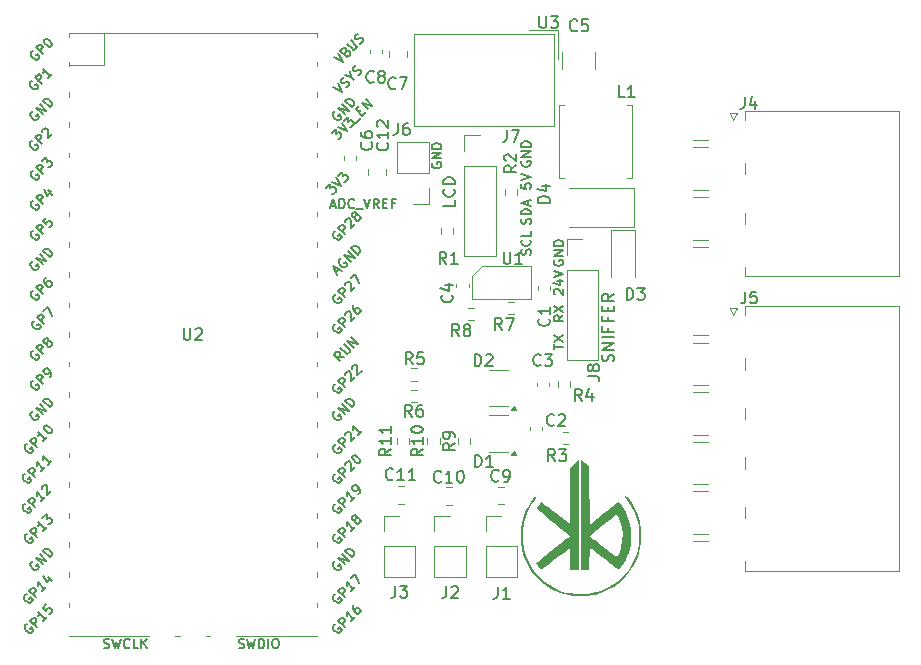
<source format=gbr>
%TF.GenerationSoftware,KiCad,Pcbnew,8.99.0-1896-g1e663268ac*%
%TF.CreationDate,2024-10-16T09:53:04+03:00*%
%TF.ProjectId,diagnostic_tester,64696167-6e6f-4737-9469-635f74657374,rev?*%
%TF.SameCoordinates,Original*%
%TF.FileFunction,Legend,Top*%
%TF.FilePolarity,Positive*%
%FSLAX46Y46*%
G04 Gerber Fmt 4.6, Leading zero omitted, Abs format (unit mm)*
G04 Created by KiCad (PCBNEW 8.99.0-1896-g1e663268ac) date 2024-10-16 09:53:04*
%MOMM*%
%LPD*%
G01*
G04 APERTURE LIST*
%ADD10C,0.200000*%
%ADD11C,0.150000*%
%ADD12C,0.120000*%
%ADD13C,0.000000*%
G04 APERTURE END LIST*
D10*
X91801695Y-50786993D02*
X91801695Y-51167945D01*
X91801695Y-51167945D02*
X92182647Y-51206041D01*
X92182647Y-51206041D02*
X92144552Y-51167945D01*
X92144552Y-51167945D02*
X92106457Y-51091755D01*
X92106457Y-51091755D02*
X92106457Y-50901279D01*
X92106457Y-50901279D02*
X92144552Y-50825088D01*
X92144552Y-50825088D02*
X92182647Y-50786993D01*
X92182647Y-50786993D02*
X92258838Y-50748898D01*
X92258838Y-50748898D02*
X92449314Y-50748898D01*
X92449314Y-50748898D02*
X92525504Y-50786993D01*
X92525504Y-50786993D02*
X92563600Y-50825088D01*
X92563600Y-50825088D02*
X92601695Y-50901279D01*
X92601695Y-50901279D02*
X92601695Y-51091755D01*
X92601695Y-51091755D02*
X92563600Y-51167945D01*
X92563600Y-51167945D02*
X92525504Y-51206041D01*
X91801695Y-50520326D02*
X92601695Y-50253659D01*
X92601695Y-50253659D02*
X91801695Y-49986993D01*
X84249790Y-49038898D02*
X84211695Y-49115088D01*
X84211695Y-49115088D02*
X84211695Y-49229374D01*
X84211695Y-49229374D02*
X84249790Y-49343660D01*
X84249790Y-49343660D02*
X84325980Y-49419850D01*
X84325980Y-49419850D02*
X84402171Y-49457945D01*
X84402171Y-49457945D02*
X84554552Y-49496041D01*
X84554552Y-49496041D02*
X84668838Y-49496041D01*
X84668838Y-49496041D02*
X84821219Y-49457945D01*
X84821219Y-49457945D02*
X84897409Y-49419850D01*
X84897409Y-49419850D02*
X84973600Y-49343660D01*
X84973600Y-49343660D02*
X85011695Y-49229374D01*
X85011695Y-49229374D02*
X85011695Y-49153183D01*
X85011695Y-49153183D02*
X84973600Y-49038898D01*
X84973600Y-49038898D02*
X84935504Y-49000802D01*
X84935504Y-49000802D02*
X84668838Y-49000802D01*
X84668838Y-49000802D02*
X84668838Y-49153183D01*
X85011695Y-48657945D02*
X84211695Y-48657945D01*
X84211695Y-48657945D02*
X85011695Y-48200802D01*
X85011695Y-48200802D02*
X84211695Y-48200802D01*
X85011695Y-47819850D02*
X84211695Y-47819850D01*
X84211695Y-47819850D02*
X84211695Y-47629374D01*
X84211695Y-47629374D02*
X84249790Y-47515088D01*
X84249790Y-47515088D02*
X84325980Y-47438898D01*
X84325980Y-47438898D02*
X84402171Y-47400803D01*
X84402171Y-47400803D02*
X84554552Y-47362707D01*
X84554552Y-47362707D02*
X84668838Y-47362707D01*
X84668838Y-47362707D02*
X84821219Y-47400803D01*
X84821219Y-47400803D02*
X84897409Y-47438898D01*
X84897409Y-47438898D02*
X84973600Y-47515088D01*
X84973600Y-47515088D02*
X85011695Y-47629374D01*
X85011695Y-47629374D02*
X85011695Y-47819850D01*
X91839790Y-48888898D02*
X91801695Y-48965088D01*
X91801695Y-48965088D02*
X91801695Y-49079374D01*
X91801695Y-49079374D02*
X91839790Y-49193660D01*
X91839790Y-49193660D02*
X91915980Y-49269850D01*
X91915980Y-49269850D02*
X91992171Y-49307945D01*
X91992171Y-49307945D02*
X92144552Y-49346041D01*
X92144552Y-49346041D02*
X92258838Y-49346041D01*
X92258838Y-49346041D02*
X92411219Y-49307945D01*
X92411219Y-49307945D02*
X92487409Y-49269850D01*
X92487409Y-49269850D02*
X92563600Y-49193660D01*
X92563600Y-49193660D02*
X92601695Y-49079374D01*
X92601695Y-49079374D02*
X92601695Y-49003183D01*
X92601695Y-49003183D02*
X92563600Y-48888898D01*
X92563600Y-48888898D02*
X92525504Y-48850802D01*
X92525504Y-48850802D02*
X92258838Y-48850802D01*
X92258838Y-48850802D02*
X92258838Y-49003183D01*
X92601695Y-48507945D02*
X91801695Y-48507945D01*
X91801695Y-48507945D02*
X92601695Y-48050802D01*
X92601695Y-48050802D02*
X91801695Y-48050802D01*
X92601695Y-47669850D02*
X91801695Y-47669850D01*
X91801695Y-47669850D02*
X91801695Y-47479374D01*
X91801695Y-47479374D02*
X91839790Y-47365088D01*
X91839790Y-47365088D02*
X91915980Y-47288898D01*
X91915980Y-47288898D02*
X91992171Y-47250803D01*
X91992171Y-47250803D02*
X92144552Y-47212707D01*
X92144552Y-47212707D02*
X92258838Y-47212707D01*
X92258838Y-47212707D02*
X92411219Y-47250803D01*
X92411219Y-47250803D02*
X92487409Y-47288898D01*
X92487409Y-47288898D02*
X92563600Y-47365088D01*
X92563600Y-47365088D02*
X92601695Y-47479374D01*
X92601695Y-47479374D02*
X92601695Y-47669850D01*
X94627885Y-60166041D02*
X94589790Y-60127945D01*
X94589790Y-60127945D02*
X94551695Y-60051755D01*
X94551695Y-60051755D02*
X94551695Y-59861279D01*
X94551695Y-59861279D02*
X94589790Y-59785088D01*
X94589790Y-59785088D02*
X94627885Y-59746993D01*
X94627885Y-59746993D02*
X94704076Y-59708898D01*
X94704076Y-59708898D02*
X94780266Y-59708898D01*
X94780266Y-59708898D02*
X94894552Y-59746993D01*
X94894552Y-59746993D02*
X95351695Y-60204136D01*
X95351695Y-60204136D02*
X95351695Y-59708898D01*
X94818361Y-59023183D02*
X95351695Y-59023183D01*
X94513600Y-59213659D02*
X95085028Y-59404136D01*
X95085028Y-59404136D02*
X95085028Y-58908897D01*
X94551695Y-58718421D02*
X95351695Y-58451754D01*
X95351695Y-58451754D02*
X94551695Y-58185088D01*
X94599790Y-57268898D02*
X94561695Y-57345088D01*
X94561695Y-57345088D02*
X94561695Y-57459374D01*
X94561695Y-57459374D02*
X94599790Y-57573660D01*
X94599790Y-57573660D02*
X94675980Y-57649850D01*
X94675980Y-57649850D02*
X94752171Y-57687945D01*
X94752171Y-57687945D02*
X94904552Y-57726041D01*
X94904552Y-57726041D02*
X95018838Y-57726041D01*
X95018838Y-57726041D02*
X95171219Y-57687945D01*
X95171219Y-57687945D02*
X95247409Y-57649850D01*
X95247409Y-57649850D02*
X95323600Y-57573660D01*
X95323600Y-57573660D02*
X95361695Y-57459374D01*
X95361695Y-57459374D02*
X95361695Y-57383183D01*
X95361695Y-57383183D02*
X95323600Y-57268898D01*
X95323600Y-57268898D02*
X95285504Y-57230802D01*
X95285504Y-57230802D02*
X95018838Y-57230802D01*
X95018838Y-57230802D02*
X95018838Y-57383183D01*
X95361695Y-56887945D02*
X94561695Y-56887945D01*
X94561695Y-56887945D02*
X95361695Y-56430802D01*
X95361695Y-56430802D02*
X94561695Y-56430802D01*
X95361695Y-56049850D02*
X94561695Y-56049850D01*
X94561695Y-56049850D02*
X94561695Y-55859374D01*
X94561695Y-55859374D02*
X94599790Y-55745088D01*
X94599790Y-55745088D02*
X94675980Y-55668898D01*
X94675980Y-55668898D02*
X94752171Y-55630803D01*
X94752171Y-55630803D02*
X94904552Y-55592707D01*
X94904552Y-55592707D02*
X95018838Y-55592707D01*
X95018838Y-55592707D02*
X95171219Y-55630803D01*
X95171219Y-55630803D02*
X95247409Y-55668898D01*
X95247409Y-55668898D02*
X95323600Y-55745088D01*
X95323600Y-55745088D02*
X95361695Y-55859374D01*
X95361695Y-55859374D02*
X95361695Y-56049850D01*
X95361695Y-61950802D02*
X94980742Y-62217469D01*
X95361695Y-62407945D02*
X94561695Y-62407945D01*
X94561695Y-62407945D02*
X94561695Y-62103183D01*
X94561695Y-62103183D02*
X94599790Y-62026993D01*
X94599790Y-62026993D02*
X94637885Y-61988898D01*
X94637885Y-61988898D02*
X94714076Y-61950802D01*
X94714076Y-61950802D02*
X94828361Y-61950802D01*
X94828361Y-61950802D02*
X94904552Y-61988898D01*
X94904552Y-61988898D02*
X94942647Y-62026993D01*
X94942647Y-62026993D02*
X94980742Y-62103183D01*
X94980742Y-62103183D02*
X94980742Y-62407945D01*
X94561695Y-61684136D02*
X95361695Y-61150802D01*
X94561695Y-61150802D02*
X95361695Y-61684136D01*
X92563600Y-56806041D02*
X92601695Y-56691755D01*
X92601695Y-56691755D02*
X92601695Y-56501279D01*
X92601695Y-56501279D02*
X92563600Y-56425088D01*
X92563600Y-56425088D02*
X92525504Y-56386993D01*
X92525504Y-56386993D02*
X92449314Y-56348898D01*
X92449314Y-56348898D02*
X92373123Y-56348898D01*
X92373123Y-56348898D02*
X92296933Y-56386993D01*
X92296933Y-56386993D02*
X92258838Y-56425088D01*
X92258838Y-56425088D02*
X92220742Y-56501279D01*
X92220742Y-56501279D02*
X92182647Y-56653660D01*
X92182647Y-56653660D02*
X92144552Y-56729850D01*
X92144552Y-56729850D02*
X92106457Y-56767945D01*
X92106457Y-56767945D02*
X92030266Y-56806041D01*
X92030266Y-56806041D02*
X91954076Y-56806041D01*
X91954076Y-56806041D02*
X91877885Y-56767945D01*
X91877885Y-56767945D02*
X91839790Y-56729850D01*
X91839790Y-56729850D02*
X91801695Y-56653660D01*
X91801695Y-56653660D02*
X91801695Y-56463183D01*
X91801695Y-56463183D02*
X91839790Y-56348898D01*
X92525504Y-55548897D02*
X92563600Y-55586993D01*
X92563600Y-55586993D02*
X92601695Y-55701278D01*
X92601695Y-55701278D02*
X92601695Y-55777469D01*
X92601695Y-55777469D02*
X92563600Y-55891755D01*
X92563600Y-55891755D02*
X92487409Y-55967945D01*
X92487409Y-55967945D02*
X92411219Y-56006040D01*
X92411219Y-56006040D02*
X92258838Y-56044136D01*
X92258838Y-56044136D02*
X92144552Y-56044136D01*
X92144552Y-56044136D02*
X91992171Y-56006040D01*
X91992171Y-56006040D02*
X91915980Y-55967945D01*
X91915980Y-55967945D02*
X91839790Y-55891755D01*
X91839790Y-55891755D02*
X91801695Y-55777469D01*
X91801695Y-55777469D02*
X91801695Y-55701278D01*
X91801695Y-55701278D02*
X91839790Y-55586993D01*
X91839790Y-55586993D02*
X91877885Y-55548897D01*
X92601695Y-54825088D02*
X92601695Y-55206040D01*
X92601695Y-55206040D02*
X91801695Y-55206040D01*
X99589600Y-65837945D02*
X99637219Y-65695088D01*
X99637219Y-65695088D02*
X99637219Y-65456993D01*
X99637219Y-65456993D02*
X99589600Y-65361755D01*
X99589600Y-65361755D02*
X99541980Y-65314136D01*
X99541980Y-65314136D02*
X99446742Y-65266517D01*
X99446742Y-65266517D02*
X99351504Y-65266517D01*
X99351504Y-65266517D02*
X99256266Y-65314136D01*
X99256266Y-65314136D02*
X99208647Y-65361755D01*
X99208647Y-65361755D02*
X99161028Y-65456993D01*
X99161028Y-65456993D02*
X99113409Y-65647469D01*
X99113409Y-65647469D02*
X99065790Y-65742707D01*
X99065790Y-65742707D02*
X99018171Y-65790326D01*
X99018171Y-65790326D02*
X98922933Y-65837945D01*
X98922933Y-65837945D02*
X98827695Y-65837945D01*
X98827695Y-65837945D02*
X98732457Y-65790326D01*
X98732457Y-65790326D02*
X98684838Y-65742707D01*
X98684838Y-65742707D02*
X98637219Y-65647469D01*
X98637219Y-65647469D02*
X98637219Y-65409374D01*
X98637219Y-65409374D02*
X98684838Y-65266517D01*
X99637219Y-64837945D02*
X98637219Y-64837945D01*
X98637219Y-64837945D02*
X99637219Y-64266517D01*
X99637219Y-64266517D02*
X98637219Y-64266517D01*
X99637219Y-63790326D02*
X98637219Y-63790326D01*
X99113409Y-62980803D02*
X99113409Y-63314136D01*
X99637219Y-63314136D02*
X98637219Y-63314136D01*
X98637219Y-63314136D02*
X98637219Y-62837946D01*
X99113409Y-62123660D02*
X99113409Y-62456993D01*
X99637219Y-62456993D02*
X98637219Y-62456993D01*
X98637219Y-62456993D02*
X98637219Y-61980803D01*
X99113409Y-61599850D02*
X99113409Y-61266517D01*
X99637219Y-61123660D02*
X99637219Y-61599850D01*
X99637219Y-61599850D02*
X98637219Y-61599850D01*
X98637219Y-61599850D02*
X98637219Y-61123660D01*
X99637219Y-60123660D02*
X99161028Y-60456993D01*
X99637219Y-60695088D02*
X98637219Y-60695088D01*
X98637219Y-60695088D02*
X98637219Y-60314136D01*
X98637219Y-60314136D02*
X98684838Y-60218898D01*
X98684838Y-60218898D02*
X98732457Y-60171279D01*
X98732457Y-60171279D02*
X98827695Y-60123660D01*
X98827695Y-60123660D02*
X98970552Y-60123660D01*
X98970552Y-60123660D02*
X99065790Y-60171279D01*
X99065790Y-60171279D02*
X99113409Y-60218898D01*
X99113409Y-60218898D02*
X99161028Y-60314136D01*
X99161028Y-60314136D02*
X99161028Y-60695088D01*
X86177219Y-52174136D02*
X86177219Y-52650326D01*
X86177219Y-52650326D02*
X85177219Y-52650326D01*
X86081980Y-51269374D02*
X86129600Y-51316993D01*
X86129600Y-51316993D02*
X86177219Y-51459850D01*
X86177219Y-51459850D02*
X86177219Y-51555088D01*
X86177219Y-51555088D02*
X86129600Y-51697945D01*
X86129600Y-51697945D02*
X86034361Y-51793183D01*
X86034361Y-51793183D02*
X85939123Y-51840802D01*
X85939123Y-51840802D02*
X85748647Y-51888421D01*
X85748647Y-51888421D02*
X85605790Y-51888421D01*
X85605790Y-51888421D02*
X85415314Y-51840802D01*
X85415314Y-51840802D02*
X85320076Y-51793183D01*
X85320076Y-51793183D02*
X85224838Y-51697945D01*
X85224838Y-51697945D02*
X85177219Y-51555088D01*
X85177219Y-51555088D02*
X85177219Y-51459850D01*
X85177219Y-51459850D02*
X85224838Y-51316993D01*
X85224838Y-51316993D02*
X85272457Y-51269374D01*
X86177219Y-50840802D02*
X85177219Y-50840802D01*
X85177219Y-50840802D02*
X85177219Y-50602707D01*
X85177219Y-50602707D02*
X85224838Y-50459850D01*
X85224838Y-50459850D02*
X85320076Y-50364612D01*
X85320076Y-50364612D02*
X85415314Y-50316993D01*
X85415314Y-50316993D02*
X85605790Y-50269374D01*
X85605790Y-50269374D02*
X85748647Y-50269374D01*
X85748647Y-50269374D02*
X85939123Y-50316993D01*
X85939123Y-50316993D02*
X86034361Y-50364612D01*
X86034361Y-50364612D02*
X86129600Y-50459850D01*
X86129600Y-50459850D02*
X86177219Y-50602707D01*
X86177219Y-50602707D02*
X86177219Y-50840802D01*
X92563600Y-54206041D02*
X92601695Y-54091755D01*
X92601695Y-54091755D02*
X92601695Y-53901279D01*
X92601695Y-53901279D02*
X92563600Y-53825088D01*
X92563600Y-53825088D02*
X92525504Y-53786993D01*
X92525504Y-53786993D02*
X92449314Y-53748898D01*
X92449314Y-53748898D02*
X92373123Y-53748898D01*
X92373123Y-53748898D02*
X92296933Y-53786993D01*
X92296933Y-53786993D02*
X92258838Y-53825088D01*
X92258838Y-53825088D02*
X92220742Y-53901279D01*
X92220742Y-53901279D02*
X92182647Y-54053660D01*
X92182647Y-54053660D02*
X92144552Y-54129850D01*
X92144552Y-54129850D02*
X92106457Y-54167945D01*
X92106457Y-54167945D02*
X92030266Y-54206041D01*
X92030266Y-54206041D02*
X91954076Y-54206041D01*
X91954076Y-54206041D02*
X91877885Y-54167945D01*
X91877885Y-54167945D02*
X91839790Y-54129850D01*
X91839790Y-54129850D02*
X91801695Y-54053660D01*
X91801695Y-54053660D02*
X91801695Y-53863183D01*
X91801695Y-53863183D02*
X91839790Y-53748898D01*
X92601695Y-53406040D02*
X91801695Y-53406040D01*
X91801695Y-53406040D02*
X91801695Y-53215564D01*
X91801695Y-53215564D02*
X91839790Y-53101278D01*
X91839790Y-53101278D02*
X91915980Y-53025088D01*
X91915980Y-53025088D02*
X91992171Y-52986993D01*
X91992171Y-52986993D02*
X92144552Y-52948897D01*
X92144552Y-52948897D02*
X92258838Y-52948897D01*
X92258838Y-52948897D02*
X92411219Y-52986993D01*
X92411219Y-52986993D02*
X92487409Y-53025088D01*
X92487409Y-53025088D02*
X92563600Y-53101278D01*
X92563600Y-53101278D02*
X92601695Y-53215564D01*
X92601695Y-53215564D02*
X92601695Y-53406040D01*
X92373123Y-52644136D02*
X92373123Y-52263183D01*
X92601695Y-52720326D02*
X91801695Y-52453659D01*
X91801695Y-52453659D02*
X92601695Y-52186993D01*
X94561695Y-64812231D02*
X94561695Y-64355088D01*
X95361695Y-64583660D02*
X94561695Y-64583660D01*
X94561695Y-64164612D02*
X95361695Y-63631278D01*
X94561695Y-63631278D02*
X95361695Y-64164612D01*
D11*
X110766666Y-59934819D02*
X110766666Y-60649104D01*
X110766666Y-60649104D02*
X110719047Y-60791961D01*
X110719047Y-60791961D02*
X110623809Y-60887200D01*
X110623809Y-60887200D02*
X110480952Y-60934819D01*
X110480952Y-60934819D02*
X110385714Y-60934819D01*
X111719047Y-59934819D02*
X111242857Y-59934819D01*
X111242857Y-59934819D02*
X111195238Y-60411009D01*
X111195238Y-60411009D02*
X111242857Y-60363390D01*
X111242857Y-60363390D02*
X111338095Y-60315771D01*
X111338095Y-60315771D02*
X111576190Y-60315771D01*
X111576190Y-60315771D02*
X111671428Y-60363390D01*
X111671428Y-60363390D02*
X111719047Y-60411009D01*
X111719047Y-60411009D02*
X111766666Y-60506247D01*
X111766666Y-60506247D02*
X111766666Y-60744342D01*
X111766666Y-60744342D02*
X111719047Y-60839580D01*
X111719047Y-60839580D02*
X111671428Y-60887200D01*
X111671428Y-60887200D02*
X111576190Y-60934819D01*
X111576190Y-60934819D02*
X111338095Y-60934819D01*
X111338095Y-60934819D02*
X111242857Y-60887200D01*
X111242857Y-60887200D02*
X111195238Y-60839580D01*
X80459580Y-47332857D02*
X80507200Y-47380476D01*
X80507200Y-47380476D02*
X80554819Y-47523333D01*
X80554819Y-47523333D02*
X80554819Y-47618571D01*
X80554819Y-47618571D02*
X80507200Y-47761428D01*
X80507200Y-47761428D02*
X80411961Y-47856666D01*
X80411961Y-47856666D02*
X80316723Y-47904285D01*
X80316723Y-47904285D02*
X80126247Y-47951904D01*
X80126247Y-47951904D02*
X79983390Y-47951904D01*
X79983390Y-47951904D02*
X79792914Y-47904285D01*
X79792914Y-47904285D02*
X79697676Y-47856666D01*
X79697676Y-47856666D02*
X79602438Y-47761428D01*
X79602438Y-47761428D02*
X79554819Y-47618571D01*
X79554819Y-47618571D02*
X79554819Y-47523333D01*
X79554819Y-47523333D02*
X79602438Y-47380476D01*
X79602438Y-47380476D02*
X79650057Y-47332857D01*
X80554819Y-46380476D02*
X80554819Y-46951904D01*
X80554819Y-46666190D02*
X79554819Y-46666190D01*
X79554819Y-46666190D02*
X79697676Y-46761428D01*
X79697676Y-46761428D02*
X79792914Y-46856666D01*
X79792914Y-46856666D02*
X79840533Y-46951904D01*
X79650057Y-45999523D02*
X79602438Y-45951904D01*
X79602438Y-45951904D02*
X79554819Y-45856666D01*
X79554819Y-45856666D02*
X79554819Y-45618571D01*
X79554819Y-45618571D02*
X79602438Y-45523333D01*
X79602438Y-45523333D02*
X79650057Y-45475714D01*
X79650057Y-45475714D02*
X79745295Y-45428095D01*
X79745295Y-45428095D02*
X79840533Y-45428095D01*
X79840533Y-45428095D02*
X79983390Y-45475714D01*
X79983390Y-45475714D02*
X80554819Y-46047142D01*
X80554819Y-46047142D02*
X80554819Y-45428095D01*
X79313333Y-42149580D02*
X79265714Y-42197200D01*
X79265714Y-42197200D02*
X79122857Y-42244819D01*
X79122857Y-42244819D02*
X79027619Y-42244819D01*
X79027619Y-42244819D02*
X78884762Y-42197200D01*
X78884762Y-42197200D02*
X78789524Y-42101961D01*
X78789524Y-42101961D02*
X78741905Y-42006723D01*
X78741905Y-42006723D02*
X78694286Y-41816247D01*
X78694286Y-41816247D02*
X78694286Y-41673390D01*
X78694286Y-41673390D02*
X78741905Y-41482914D01*
X78741905Y-41482914D02*
X78789524Y-41387676D01*
X78789524Y-41387676D02*
X78884762Y-41292438D01*
X78884762Y-41292438D02*
X79027619Y-41244819D01*
X79027619Y-41244819D02*
X79122857Y-41244819D01*
X79122857Y-41244819D02*
X79265714Y-41292438D01*
X79265714Y-41292438D02*
X79313333Y-41340057D01*
X79884762Y-41673390D02*
X79789524Y-41625771D01*
X79789524Y-41625771D02*
X79741905Y-41578152D01*
X79741905Y-41578152D02*
X79694286Y-41482914D01*
X79694286Y-41482914D02*
X79694286Y-41435295D01*
X79694286Y-41435295D02*
X79741905Y-41340057D01*
X79741905Y-41340057D02*
X79789524Y-41292438D01*
X79789524Y-41292438D02*
X79884762Y-41244819D01*
X79884762Y-41244819D02*
X80075238Y-41244819D01*
X80075238Y-41244819D02*
X80170476Y-41292438D01*
X80170476Y-41292438D02*
X80218095Y-41340057D01*
X80218095Y-41340057D02*
X80265714Y-41435295D01*
X80265714Y-41435295D02*
X80265714Y-41482914D01*
X80265714Y-41482914D02*
X80218095Y-41578152D01*
X80218095Y-41578152D02*
X80170476Y-41625771D01*
X80170476Y-41625771D02*
X80075238Y-41673390D01*
X80075238Y-41673390D02*
X79884762Y-41673390D01*
X79884762Y-41673390D02*
X79789524Y-41721009D01*
X79789524Y-41721009D02*
X79741905Y-41768628D01*
X79741905Y-41768628D02*
X79694286Y-41863866D01*
X79694286Y-41863866D02*
X79694286Y-42054342D01*
X79694286Y-42054342D02*
X79741905Y-42149580D01*
X79741905Y-42149580D02*
X79789524Y-42197200D01*
X79789524Y-42197200D02*
X79884762Y-42244819D01*
X79884762Y-42244819D02*
X80075238Y-42244819D01*
X80075238Y-42244819D02*
X80170476Y-42197200D01*
X80170476Y-42197200D02*
X80218095Y-42149580D01*
X80218095Y-42149580D02*
X80265714Y-42054342D01*
X80265714Y-42054342D02*
X80265714Y-41863866D01*
X80265714Y-41863866D02*
X80218095Y-41768628D01*
X80218095Y-41768628D02*
X80170476Y-41721009D01*
X80170476Y-41721009D02*
X80075238Y-41673390D01*
X82603333Y-66084819D02*
X82270000Y-65608628D01*
X82031905Y-66084819D02*
X82031905Y-65084819D01*
X82031905Y-65084819D02*
X82412857Y-65084819D01*
X82412857Y-65084819D02*
X82508095Y-65132438D01*
X82508095Y-65132438D02*
X82555714Y-65180057D01*
X82555714Y-65180057D02*
X82603333Y-65275295D01*
X82603333Y-65275295D02*
X82603333Y-65418152D01*
X82603333Y-65418152D02*
X82555714Y-65513390D01*
X82555714Y-65513390D02*
X82508095Y-65561009D01*
X82508095Y-65561009D02*
X82412857Y-65608628D01*
X82412857Y-65608628D02*
X82031905Y-65608628D01*
X83508095Y-65084819D02*
X83031905Y-65084819D01*
X83031905Y-65084819D02*
X82984286Y-65561009D01*
X82984286Y-65561009D02*
X83031905Y-65513390D01*
X83031905Y-65513390D02*
X83127143Y-65465771D01*
X83127143Y-65465771D02*
X83365238Y-65465771D01*
X83365238Y-65465771D02*
X83460476Y-65513390D01*
X83460476Y-65513390D02*
X83508095Y-65561009D01*
X83508095Y-65561009D02*
X83555714Y-65656247D01*
X83555714Y-65656247D02*
X83555714Y-65894342D01*
X83555714Y-65894342D02*
X83508095Y-65989580D01*
X83508095Y-65989580D02*
X83460476Y-66037200D01*
X83460476Y-66037200D02*
X83365238Y-66084819D01*
X83365238Y-66084819D02*
X83127143Y-66084819D01*
X83127143Y-66084819D02*
X83031905Y-66037200D01*
X83031905Y-66037200D02*
X82984286Y-65989580D01*
X94583333Y-71219580D02*
X94535714Y-71267200D01*
X94535714Y-71267200D02*
X94392857Y-71314819D01*
X94392857Y-71314819D02*
X94297619Y-71314819D01*
X94297619Y-71314819D02*
X94154762Y-71267200D01*
X94154762Y-71267200D02*
X94059524Y-71171961D01*
X94059524Y-71171961D02*
X94011905Y-71076723D01*
X94011905Y-71076723D02*
X93964286Y-70886247D01*
X93964286Y-70886247D02*
X93964286Y-70743390D01*
X93964286Y-70743390D02*
X94011905Y-70552914D01*
X94011905Y-70552914D02*
X94059524Y-70457676D01*
X94059524Y-70457676D02*
X94154762Y-70362438D01*
X94154762Y-70362438D02*
X94297619Y-70314819D01*
X94297619Y-70314819D02*
X94392857Y-70314819D01*
X94392857Y-70314819D02*
X94535714Y-70362438D01*
X94535714Y-70362438D02*
X94583333Y-70410057D01*
X94964286Y-70410057D02*
X95011905Y-70362438D01*
X95011905Y-70362438D02*
X95107143Y-70314819D01*
X95107143Y-70314819D02*
X95345238Y-70314819D01*
X95345238Y-70314819D02*
X95440476Y-70362438D01*
X95440476Y-70362438D02*
X95488095Y-70410057D01*
X95488095Y-70410057D02*
X95535714Y-70505295D01*
X95535714Y-70505295D02*
X95535714Y-70600533D01*
X95535714Y-70600533D02*
X95488095Y-70743390D01*
X95488095Y-70743390D02*
X94916667Y-71314819D01*
X94916667Y-71314819D02*
X95535714Y-71314819D01*
X83469819Y-73232857D02*
X82993628Y-73566190D01*
X83469819Y-73804285D02*
X82469819Y-73804285D01*
X82469819Y-73804285D02*
X82469819Y-73423333D01*
X82469819Y-73423333D02*
X82517438Y-73328095D01*
X82517438Y-73328095D02*
X82565057Y-73280476D01*
X82565057Y-73280476D02*
X82660295Y-73232857D01*
X82660295Y-73232857D02*
X82803152Y-73232857D01*
X82803152Y-73232857D02*
X82898390Y-73280476D01*
X82898390Y-73280476D02*
X82946009Y-73328095D01*
X82946009Y-73328095D02*
X82993628Y-73423333D01*
X82993628Y-73423333D02*
X82993628Y-73804285D01*
X83469819Y-72280476D02*
X83469819Y-72851904D01*
X83469819Y-72566190D02*
X82469819Y-72566190D01*
X82469819Y-72566190D02*
X82612676Y-72661428D01*
X82612676Y-72661428D02*
X82707914Y-72756666D01*
X82707914Y-72756666D02*
X82755533Y-72851904D01*
X82469819Y-71661428D02*
X82469819Y-71566190D01*
X82469819Y-71566190D02*
X82517438Y-71470952D01*
X82517438Y-71470952D02*
X82565057Y-71423333D01*
X82565057Y-71423333D02*
X82660295Y-71375714D01*
X82660295Y-71375714D02*
X82850771Y-71328095D01*
X82850771Y-71328095D02*
X83088866Y-71328095D01*
X83088866Y-71328095D02*
X83279342Y-71375714D01*
X83279342Y-71375714D02*
X83374580Y-71423333D01*
X83374580Y-71423333D02*
X83422200Y-71470952D01*
X83422200Y-71470952D02*
X83469819Y-71566190D01*
X83469819Y-71566190D02*
X83469819Y-71661428D01*
X83469819Y-71661428D02*
X83422200Y-71756666D01*
X83422200Y-71756666D02*
X83374580Y-71804285D01*
X83374580Y-71804285D02*
X83279342Y-71851904D01*
X83279342Y-71851904D02*
X83088866Y-71899523D01*
X83088866Y-71899523D02*
X82850771Y-71899523D01*
X82850771Y-71899523D02*
X82660295Y-71851904D01*
X82660295Y-71851904D02*
X82565057Y-71804285D01*
X82565057Y-71804285D02*
X82517438Y-71756666D01*
X82517438Y-71756666D02*
X82469819Y-71661428D01*
X86553333Y-63704819D02*
X86220000Y-63228628D01*
X85981905Y-63704819D02*
X85981905Y-62704819D01*
X85981905Y-62704819D02*
X86362857Y-62704819D01*
X86362857Y-62704819D02*
X86458095Y-62752438D01*
X86458095Y-62752438D02*
X86505714Y-62800057D01*
X86505714Y-62800057D02*
X86553333Y-62895295D01*
X86553333Y-62895295D02*
X86553333Y-63038152D01*
X86553333Y-63038152D02*
X86505714Y-63133390D01*
X86505714Y-63133390D02*
X86458095Y-63181009D01*
X86458095Y-63181009D02*
X86362857Y-63228628D01*
X86362857Y-63228628D02*
X85981905Y-63228628D01*
X87124762Y-63133390D02*
X87029524Y-63085771D01*
X87029524Y-63085771D02*
X86981905Y-63038152D01*
X86981905Y-63038152D02*
X86934286Y-62942914D01*
X86934286Y-62942914D02*
X86934286Y-62895295D01*
X86934286Y-62895295D02*
X86981905Y-62800057D01*
X86981905Y-62800057D02*
X87029524Y-62752438D01*
X87029524Y-62752438D02*
X87124762Y-62704819D01*
X87124762Y-62704819D02*
X87315238Y-62704819D01*
X87315238Y-62704819D02*
X87410476Y-62752438D01*
X87410476Y-62752438D02*
X87458095Y-62800057D01*
X87458095Y-62800057D02*
X87505714Y-62895295D01*
X87505714Y-62895295D02*
X87505714Y-62942914D01*
X87505714Y-62942914D02*
X87458095Y-63038152D01*
X87458095Y-63038152D02*
X87410476Y-63085771D01*
X87410476Y-63085771D02*
X87315238Y-63133390D01*
X87315238Y-63133390D02*
X87124762Y-63133390D01*
X87124762Y-63133390D02*
X87029524Y-63181009D01*
X87029524Y-63181009D02*
X86981905Y-63228628D01*
X86981905Y-63228628D02*
X86934286Y-63323866D01*
X86934286Y-63323866D02*
X86934286Y-63514342D01*
X86934286Y-63514342D02*
X86981905Y-63609580D01*
X86981905Y-63609580D02*
X87029524Y-63657200D01*
X87029524Y-63657200D02*
X87124762Y-63704819D01*
X87124762Y-63704819D02*
X87315238Y-63704819D01*
X87315238Y-63704819D02*
X87410476Y-63657200D01*
X87410476Y-63657200D02*
X87458095Y-63609580D01*
X87458095Y-63609580D02*
X87505714Y-63514342D01*
X87505714Y-63514342D02*
X87505714Y-63323866D01*
X87505714Y-63323866D02*
X87458095Y-63228628D01*
X87458095Y-63228628D02*
X87410476Y-63181009D01*
X87410476Y-63181009D02*
X87315238Y-63133390D01*
X86154819Y-72756667D02*
X85678628Y-73090000D01*
X86154819Y-73328095D02*
X85154819Y-73328095D01*
X85154819Y-73328095D02*
X85154819Y-72947143D01*
X85154819Y-72947143D02*
X85202438Y-72851905D01*
X85202438Y-72851905D02*
X85250057Y-72804286D01*
X85250057Y-72804286D02*
X85345295Y-72756667D01*
X85345295Y-72756667D02*
X85488152Y-72756667D01*
X85488152Y-72756667D02*
X85583390Y-72804286D01*
X85583390Y-72804286D02*
X85631009Y-72851905D01*
X85631009Y-72851905D02*
X85678628Y-72947143D01*
X85678628Y-72947143D02*
X85678628Y-73328095D01*
X86154819Y-72280476D02*
X86154819Y-72090000D01*
X86154819Y-72090000D02*
X86107200Y-71994762D01*
X86107200Y-71994762D02*
X86059580Y-71947143D01*
X86059580Y-71947143D02*
X85916723Y-71851905D01*
X85916723Y-71851905D02*
X85726247Y-71804286D01*
X85726247Y-71804286D02*
X85345295Y-71804286D01*
X85345295Y-71804286D02*
X85250057Y-71851905D01*
X85250057Y-71851905D02*
X85202438Y-71899524D01*
X85202438Y-71899524D02*
X85154819Y-71994762D01*
X85154819Y-71994762D02*
X85154819Y-72185238D01*
X85154819Y-72185238D02*
X85202438Y-72280476D01*
X85202438Y-72280476D02*
X85250057Y-72328095D01*
X85250057Y-72328095D02*
X85345295Y-72375714D01*
X85345295Y-72375714D02*
X85583390Y-72375714D01*
X85583390Y-72375714D02*
X85678628Y-72328095D01*
X85678628Y-72328095D02*
X85726247Y-72280476D01*
X85726247Y-72280476D02*
X85773866Y-72185238D01*
X85773866Y-72185238D02*
X85773866Y-71994762D01*
X85773866Y-71994762D02*
X85726247Y-71899524D01*
X85726247Y-71899524D02*
X85678628Y-71851905D01*
X85678628Y-71851905D02*
X85583390Y-71804286D01*
X89888333Y-75924580D02*
X89840714Y-75972200D01*
X89840714Y-75972200D02*
X89697857Y-76019819D01*
X89697857Y-76019819D02*
X89602619Y-76019819D01*
X89602619Y-76019819D02*
X89459762Y-75972200D01*
X89459762Y-75972200D02*
X89364524Y-75876961D01*
X89364524Y-75876961D02*
X89316905Y-75781723D01*
X89316905Y-75781723D02*
X89269286Y-75591247D01*
X89269286Y-75591247D02*
X89269286Y-75448390D01*
X89269286Y-75448390D02*
X89316905Y-75257914D01*
X89316905Y-75257914D02*
X89364524Y-75162676D01*
X89364524Y-75162676D02*
X89459762Y-75067438D01*
X89459762Y-75067438D02*
X89602619Y-75019819D01*
X89602619Y-75019819D02*
X89697857Y-75019819D01*
X89697857Y-75019819D02*
X89840714Y-75067438D01*
X89840714Y-75067438D02*
X89888333Y-75115057D01*
X90364524Y-76019819D02*
X90555000Y-76019819D01*
X90555000Y-76019819D02*
X90650238Y-75972200D01*
X90650238Y-75972200D02*
X90697857Y-75924580D01*
X90697857Y-75924580D02*
X90793095Y-75781723D01*
X90793095Y-75781723D02*
X90840714Y-75591247D01*
X90840714Y-75591247D02*
X90840714Y-75210295D01*
X90840714Y-75210295D02*
X90793095Y-75115057D01*
X90793095Y-75115057D02*
X90745476Y-75067438D01*
X90745476Y-75067438D02*
X90650238Y-75019819D01*
X90650238Y-75019819D02*
X90459762Y-75019819D01*
X90459762Y-75019819D02*
X90364524Y-75067438D01*
X90364524Y-75067438D02*
X90316905Y-75115057D01*
X90316905Y-75115057D02*
X90269286Y-75210295D01*
X90269286Y-75210295D02*
X90269286Y-75448390D01*
X90269286Y-75448390D02*
X90316905Y-75543628D01*
X90316905Y-75543628D02*
X90364524Y-75591247D01*
X90364524Y-75591247D02*
X90459762Y-75638866D01*
X90459762Y-75638866D02*
X90650238Y-75638866D01*
X90650238Y-75638866D02*
X90745476Y-75591247D01*
X90745476Y-75591247D02*
X90793095Y-75543628D01*
X90793095Y-75543628D02*
X90840714Y-75448390D01*
X87881905Y-74784819D02*
X87881905Y-73784819D01*
X87881905Y-73784819D02*
X88120000Y-73784819D01*
X88120000Y-73784819D02*
X88262857Y-73832438D01*
X88262857Y-73832438D02*
X88358095Y-73927676D01*
X88358095Y-73927676D02*
X88405714Y-74022914D01*
X88405714Y-74022914D02*
X88453333Y-74213390D01*
X88453333Y-74213390D02*
X88453333Y-74356247D01*
X88453333Y-74356247D02*
X88405714Y-74546723D01*
X88405714Y-74546723D02*
X88358095Y-74641961D01*
X88358095Y-74641961D02*
X88262857Y-74737200D01*
X88262857Y-74737200D02*
X88120000Y-74784819D01*
X88120000Y-74784819D02*
X87881905Y-74784819D01*
X89405714Y-74784819D02*
X88834286Y-74784819D01*
X89120000Y-74784819D02*
X89120000Y-73784819D01*
X89120000Y-73784819D02*
X89024762Y-73927676D01*
X89024762Y-73927676D02*
X88929524Y-74022914D01*
X88929524Y-74022914D02*
X88834286Y-74070533D01*
X90596666Y-46244819D02*
X90596666Y-46959104D01*
X90596666Y-46959104D02*
X90549047Y-47101961D01*
X90549047Y-47101961D02*
X90453809Y-47197200D01*
X90453809Y-47197200D02*
X90310952Y-47244819D01*
X90310952Y-47244819D02*
X90215714Y-47244819D01*
X90977619Y-46244819D02*
X91644285Y-46244819D01*
X91644285Y-46244819D02*
X91215714Y-47244819D01*
X85461666Y-84879819D02*
X85461666Y-85594104D01*
X85461666Y-85594104D02*
X85414047Y-85736961D01*
X85414047Y-85736961D02*
X85318809Y-85832200D01*
X85318809Y-85832200D02*
X85175952Y-85879819D01*
X85175952Y-85879819D02*
X85080714Y-85879819D01*
X85890238Y-84975057D02*
X85937857Y-84927438D01*
X85937857Y-84927438D02*
X86033095Y-84879819D01*
X86033095Y-84879819D02*
X86271190Y-84879819D01*
X86271190Y-84879819D02*
X86366428Y-84927438D01*
X86366428Y-84927438D02*
X86414047Y-84975057D01*
X86414047Y-84975057D02*
X86461666Y-85070295D01*
X86461666Y-85070295D02*
X86461666Y-85165533D01*
X86461666Y-85165533D02*
X86414047Y-85308390D01*
X86414047Y-85308390D02*
X85842619Y-85879819D01*
X85842619Y-85879819D02*
X86461666Y-85879819D01*
X85909580Y-60226666D02*
X85957200Y-60274285D01*
X85957200Y-60274285D02*
X86004819Y-60417142D01*
X86004819Y-60417142D02*
X86004819Y-60512380D01*
X86004819Y-60512380D02*
X85957200Y-60655237D01*
X85957200Y-60655237D02*
X85861961Y-60750475D01*
X85861961Y-60750475D02*
X85766723Y-60798094D01*
X85766723Y-60798094D02*
X85576247Y-60845713D01*
X85576247Y-60845713D02*
X85433390Y-60845713D01*
X85433390Y-60845713D02*
X85242914Y-60798094D01*
X85242914Y-60798094D02*
X85147676Y-60750475D01*
X85147676Y-60750475D02*
X85052438Y-60655237D01*
X85052438Y-60655237D02*
X85004819Y-60512380D01*
X85004819Y-60512380D02*
X85004819Y-60417142D01*
X85004819Y-60417142D02*
X85052438Y-60274285D01*
X85052438Y-60274285D02*
X85100057Y-60226666D01*
X85338152Y-59369523D02*
X86004819Y-59369523D01*
X84957200Y-59607618D02*
X85671485Y-59845713D01*
X85671485Y-59845713D02*
X85671485Y-59226666D01*
X81346666Y-45674819D02*
X81346666Y-46389104D01*
X81346666Y-46389104D02*
X81299047Y-46531961D01*
X81299047Y-46531961D02*
X81203809Y-46627200D01*
X81203809Y-46627200D02*
X81060952Y-46674819D01*
X81060952Y-46674819D02*
X80965714Y-46674819D01*
X82251428Y-45674819D02*
X82060952Y-45674819D01*
X82060952Y-45674819D02*
X81965714Y-45722438D01*
X81965714Y-45722438D02*
X81918095Y-45770057D01*
X81918095Y-45770057D02*
X81822857Y-45912914D01*
X81822857Y-45912914D02*
X81775238Y-46103390D01*
X81775238Y-46103390D02*
X81775238Y-46484342D01*
X81775238Y-46484342D02*
X81822857Y-46579580D01*
X81822857Y-46579580D02*
X81870476Y-46627200D01*
X81870476Y-46627200D02*
X81965714Y-46674819D01*
X81965714Y-46674819D02*
X82156190Y-46674819D01*
X82156190Y-46674819D02*
X82251428Y-46627200D01*
X82251428Y-46627200D02*
X82299047Y-46579580D01*
X82299047Y-46579580D02*
X82346666Y-46484342D01*
X82346666Y-46484342D02*
X82346666Y-46246247D01*
X82346666Y-46246247D02*
X82299047Y-46151009D01*
X82299047Y-46151009D02*
X82251428Y-46103390D01*
X82251428Y-46103390D02*
X82156190Y-46055771D01*
X82156190Y-46055771D02*
X81965714Y-46055771D01*
X81965714Y-46055771D02*
X81870476Y-46103390D01*
X81870476Y-46103390D02*
X81822857Y-46151009D01*
X81822857Y-46151009D02*
X81775238Y-46246247D01*
X87851905Y-66244819D02*
X87851905Y-65244819D01*
X87851905Y-65244819D02*
X88090000Y-65244819D01*
X88090000Y-65244819D02*
X88232857Y-65292438D01*
X88232857Y-65292438D02*
X88328095Y-65387676D01*
X88328095Y-65387676D02*
X88375714Y-65482914D01*
X88375714Y-65482914D02*
X88423333Y-65673390D01*
X88423333Y-65673390D02*
X88423333Y-65816247D01*
X88423333Y-65816247D02*
X88375714Y-66006723D01*
X88375714Y-66006723D02*
X88328095Y-66101961D01*
X88328095Y-66101961D02*
X88232857Y-66197200D01*
X88232857Y-66197200D02*
X88090000Y-66244819D01*
X88090000Y-66244819D02*
X87851905Y-66244819D01*
X88804286Y-65340057D02*
X88851905Y-65292438D01*
X88851905Y-65292438D02*
X88947143Y-65244819D01*
X88947143Y-65244819D02*
X89185238Y-65244819D01*
X89185238Y-65244819D02*
X89280476Y-65292438D01*
X89280476Y-65292438D02*
X89328095Y-65340057D01*
X89328095Y-65340057D02*
X89375714Y-65435295D01*
X89375714Y-65435295D02*
X89375714Y-65530533D01*
X89375714Y-65530533D02*
X89328095Y-65673390D01*
X89328095Y-65673390D02*
X88756667Y-66244819D01*
X88756667Y-66244819D02*
X89375714Y-66244819D01*
X90163333Y-63194819D02*
X89830000Y-62718628D01*
X89591905Y-63194819D02*
X89591905Y-62194819D01*
X89591905Y-62194819D02*
X89972857Y-62194819D01*
X89972857Y-62194819D02*
X90068095Y-62242438D01*
X90068095Y-62242438D02*
X90115714Y-62290057D01*
X90115714Y-62290057D02*
X90163333Y-62385295D01*
X90163333Y-62385295D02*
X90163333Y-62528152D01*
X90163333Y-62528152D02*
X90115714Y-62623390D01*
X90115714Y-62623390D02*
X90068095Y-62671009D01*
X90068095Y-62671009D02*
X89972857Y-62718628D01*
X89972857Y-62718628D02*
X89591905Y-62718628D01*
X90496667Y-62194819D02*
X91163333Y-62194819D01*
X91163333Y-62194819D02*
X90734762Y-63194819D01*
X85458333Y-57579819D02*
X85125000Y-57103628D01*
X84886905Y-57579819D02*
X84886905Y-56579819D01*
X84886905Y-56579819D02*
X85267857Y-56579819D01*
X85267857Y-56579819D02*
X85363095Y-56627438D01*
X85363095Y-56627438D02*
X85410714Y-56675057D01*
X85410714Y-56675057D02*
X85458333Y-56770295D01*
X85458333Y-56770295D02*
X85458333Y-56913152D01*
X85458333Y-56913152D02*
X85410714Y-57008390D01*
X85410714Y-57008390D02*
X85363095Y-57056009D01*
X85363095Y-57056009D02*
X85267857Y-57103628D01*
X85267857Y-57103628D02*
X84886905Y-57103628D01*
X86410714Y-57579819D02*
X85839286Y-57579819D01*
X86125000Y-57579819D02*
X86125000Y-56579819D01*
X86125000Y-56579819D02*
X86029762Y-56722676D01*
X86029762Y-56722676D02*
X85934524Y-56817914D01*
X85934524Y-56817914D02*
X85839286Y-56865533D01*
X93443333Y-66129580D02*
X93395714Y-66177200D01*
X93395714Y-66177200D02*
X93252857Y-66224819D01*
X93252857Y-66224819D02*
X93157619Y-66224819D01*
X93157619Y-66224819D02*
X93014762Y-66177200D01*
X93014762Y-66177200D02*
X92919524Y-66081961D01*
X92919524Y-66081961D02*
X92871905Y-65986723D01*
X92871905Y-65986723D02*
X92824286Y-65796247D01*
X92824286Y-65796247D02*
X92824286Y-65653390D01*
X92824286Y-65653390D02*
X92871905Y-65462914D01*
X92871905Y-65462914D02*
X92919524Y-65367676D01*
X92919524Y-65367676D02*
X93014762Y-65272438D01*
X93014762Y-65272438D02*
X93157619Y-65224819D01*
X93157619Y-65224819D02*
X93252857Y-65224819D01*
X93252857Y-65224819D02*
X93395714Y-65272438D01*
X93395714Y-65272438D02*
X93443333Y-65320057D01*
X93776667Y-65224819D02*
X94395714Y-65224819D01*
X94395714Y-65224819D02*
X94062381Y-65605771D01*
X94062381Y-65605771D02*
X94205238Y-65605771D01*
X94205238Y-65605771D02*
X94300476Y-65653390D01*
X94300476Y-65653390D02*
X94348095Y-65701009D01*
X94348095Y-65701009D02*
X94395714Y-65796247D01*
X94395714Y-65796247D02*
X94395714Y-66034342D01*
X94395714Y-66034342D02*
X94348095Y-66129580D01*
X94348095Y-66129580D02*
X94300476Y-66177200D01*
X94300476Y-66177200D02*
X94205238Y-66224819D01*
X94205238Y-66224819D02*
X93919524Y-66224819D01*
X93919524Y-66224819D02*
X93824286Y-66177200D01*
X93824286Y-66177200D02*
X93776667Y-66129580D01*
X90308095Y-56584819D02*
X90308095Y-57394342D01*
X90308095Y-57394342D02*
X90355714Y-57489580D01*
X90355714Y-57489580D02*
X90403333Y-57537200D01*
X90403333Y-57537200D02*
X90498571Y-57584819D01*
X90498571Y-57584819D02*
X90689047Y-57584819D01*
X90689047Y-57584819D02*
X90784285Y-57537200D01*
X90784285Y-57537200D02*
X90831904Y-57489580D01*
X90831904Y-57489580D02*
X90879523Y-57394342D01*
X90879523Y-57394342D02*
X90879523Y-56584819D01*
X91879523Y-57584819D02*
X91308095Y-57584819D01*
X91593809Y-57584819D02*
X91593809Y-56584819D01*
X91593809Y-56584819D02*
X91498571Y-56727676D01*
X91498571Y-56727676D02*
X91403333Y-56822914D01*
X91403333Y-56822914D02*
X91308095Y-56870533D01*
X93340595Y-36612319D02*
X93340595Y-37421842D01*
X93340595Y-37421842D02*
X93388214Y-37517080D01*
X93388214Y-37517080D02*
X93435833Y-37564700D01*
X93435833Y-37564700D02*
X93531071Y-37612319D01*
X93531071Y-37612319D02*
X93721547Y-37612319D01*
X93721547Y-37612319D02*
X93816785Y-37564700D01*
X93816785Y-37564700D02*
X93864404Y-37517080D01*
X93864404Y-37517080D02*
X93912023Y-37421842D01*
X93912023Y-37421842D02*
X93912023Y-36612319D01*
X94292976Y-36612319D02*
X94912023Y-36612319D01*
X94912023Y-36612319D02*
X94578690Y-36993271D01*
X94578690Y-36993271D02*
X94721547Y-36993271D01*
X94721547Y-36993271D02*
X94816785Y-37040890D01*
X94816785Y-37040890D02*
X94864404Y-37088509D01*
X94864404Y-37088509D02*
X94912023Y-37183747D01*
X94912023Y-37183747D02*
X94912023Y-37421842D01*
X94912023Y-37421842D02*
X94864404Y-37517080D01*
X94864404Y-37517080D02*
X94816785Y-37564700D01*
X94816785Y-37564700D02*
X94721547Y-37612319D01*
X94721547Y-37612319D02*
X94435833Y-37612319D01*
X94435833Y-37612319D02*
X94340595Y-37564700D01*
X94340595Y-37564700D02*
X94292976Y-37517080D01*
X97414819Y-67093333D02*
X98129104Y-67093333D01*
X98129104Y-67093333D02*
X98271961Y-67140952D01*
X98271961Y-67140952D02*
X98367200Y-67236190D01*
X98367200Y-67236190D02*
X98414819Y-67379047D01*
X98414819Y-67379047D02*
X98414819Y-67474285D01*
X97843390Y-66474285D02*
X97795771Y-66569523D01*
X97795771Y-66569523D02*
X97748152Y-66617142D01*
X97748152Y-66617142D02*
X97652914Y-66664761D01*
X97652914Y-66664761D02*
X97605295Y-66664761D01*
X97605295Y-66664761D02*
X97510057Y-66617142D01*
X97510057Y-66617142D02*
X97462438Y-66569523D01*
X97462438Y-66569523D02*
X97414819Y-66474285D01*
X97414819Y-66474285D02*
X97414819Y-66283809D01*
X97414819Y-66283809D02*
X97462438Y-66188571D01*
X97462438Y-66188571D02*
X97510057Y-66140952D01*
X97510057Y-66140952D02*
X97605295Y-66093333D01*
X97605295Y-66093333D02*
X97652914Y-66093333D01*
X97652914Y-66093333D02*
X97748152Y-66140952D01*
X97748152Y-66140952D02*
X97795771Y-66188571D01*
X97795771Y-66188571D02*
X97843390Y-66283809D01*
X97843390Y-66283809D02*
X97843390Y-66474285D01*
X97843390Y-66474285D02*
X97891009Y-66569523D01*
X97891009Y-66569523D02*
X97938628Y-66617142D01*
X97938628Y-66617142D02*
X98033866Y-66664761D01*
X98033866Y-66664761D02*
X98224342Y-66664761D01*
X98224342Y-66664761D02*
X98319580Y-66617142D01*
X98319580Y-66617142D02*
X98367200Y-66569523D01*
X98367200Y-66569523D02*
X98414819Y-66474285D01*
X98414819Y-66474285D02*
X98414819Y-66283809D01*
X98414819Y-66283809D02*
X98367200Y-66188571D01*
X98367200Y-66188571D02*
X98319580Y-66140952D01*
X98319580Y-66140952D02*
X98224342Y-66093333D01*
X98224342Y-66093333D02*
X98033866Y-66093333D01*
X98033866Y-66093333D02*
X97938628Y-66140952D01*
X97938628Y-66140952D02*
X97891009Y-66188571D01*
X97891009Y-66188571D02*
X97843390Y-66283809D01*
X110706666Y-43434819D02*
X110706666Y-44149104D01*
X110706666Y-44149104D02*
X110659047Y-44291961D01*
X110659047Y-44291961D02*
X110563809Y-44387200D01*
X110563809Y-44387200D02*
X110420952Y-44434819D01*
X110420952Y-44434819D02*
X110325714Y-44434819D01*
X111611428Y-43768152D02*
X111611428Y-44434819D01*
X111373333Y-43387200D02*
X111135238Y-44101485D01*
X111135238Y-44101485D02*
X111754285Y-44101485D01*
X96923333Y-69184819D02*
X96590000Y-68708628D01*
X96351905Y-69184819D02*
X96351905Y-68184819D01*
X96351905Y-68184819D02*
X96732857Y-68184819D01*
X96732857Y-68184819D02*
X96828095Y-68232438D01*
X96828095Y-68232438D02*
X96875714Y-68280057D01*
X96875714Y-68280057D02*
X96923333Y-68375295D01*
X96923333Y-68375295D02*
X96923333Y-68518152D01*
X96923333Y-68518152D02*
X96875714Y-68613390D01*
X96875714Y-68613390D02*
X96828095Y-68661009D01*
X96828095Y-68661009D02*
X96732857Y-68708628D01*
X96732857Y-68708628D02*
X96351905Y-68708628D01*
X97780476Y-68518152D02*
X97780476Y-69184819D01*
X97542381Y-68137200D02*
X97304286Y-68851485D01*
X97304286Y-68851485D02*
X97923333Y-68851485D01*
X80784819Y-73232857D02*
X80308628Y-73566190D01*
X80784819Y-73804285D02*
X79784819Y-73804285D01*
X79784819Y-73804285D02*
X79784819Y-73423333D01*
X79784819Y-73423333D02*
X79832438Y-73328095D01*
X79832438Y-73328095D02*
X79880057Y-73280476D01*
X79880057Y-73280476D02*
X79975295Y-73232857D01*
X79975295Y-73232857D02*
X80118152Y-73232857D01*
X80118152Y-73232857D02*
X80213390Y-73280476D01*
X80213390Y-73280476D02*
X80261009Y-73328095D01*
X80261009Y-73328095D02*
X80308628Y-73423333D01*
X80308628Y-73423333D02*
X80308628Y-73804285D01*
X80784819Y-72280476D02*
X80784819Y-72851904D01*
X80784819Y-72566190D02*
X79784819Y-72566190D01*
X79784819Y-72566190D02*
X79927676Y-72661428D01*
X79927676Y-72661428D02*
X80022914Y-72756666D01*
X80022914Y-72756666D02*
X80070533Y-72851904D01*
X80784819Y-71328095D02*
X80784819Y-71899523D01*
X80784819Y-71613809D02*
X79784819Y-71613809D01*
X79784819Y-71613809D02*
X79927676Y-71709047D01*
X79927676Y-71709047D02*
X80022914Y-71804285D01*
X80022914Y-71804285D02*
X80070533Y-71899523D01*
X94663333Y-74284819D02*
X94330000Y-73808628D01*
X94091905Y-74284819D02*
X94091905Y-73284819D01*
X94091905Y-73284819D02*
X94472857Y-73284819D01*
X94472857Y-73284819D02*
X94568095Y-73332438D01*
X94568095Y-73332438D02*
X94615714Y-73380057D01*
X94615714Y-73380057D02*
X94663333Y-73475295D01*
X94663333Y-73475295D02*
X94663333Y-73618152D01*
X94663333Y-73618152D02*
X94615714Y-73713390D01*
X94615714Y-73713390D02*
X94568095Y-73761009D01*
X94568095Y-73761009D02*
X94472857Y-73808628D01*
X94472857Y-73808628D02*
X94091905Y-73808628D01*
X94996667Y-73284819D02*
X95615714Y-73284819D01*
X95615714Y-73284819D02*
X95282381Y-73665771D01*
X95282381Y-73665771D02*
X95425238Y-73665771D01*
X95425238Y-73665771D02*
X95520476Y-73713390D01*
X95520476Y-73713390D02*
X95568095Y-73761009D01*
X95568095Y-73761009D02*
X95615714Y-73856247D01*
X95615714Y-73856247D02*
X95615714Y-74094342D01*
X95615714Y-74094342D02*
X95568095Y-74189580D01*
X95568095Y-74189580D02*
X95520476Y-74237200D01*
X95520476Y-74237200D02*
X95425238Y-74284819D01*
X95425238Y-74284819D02*
X95139524Y-74284819D01*
X95139524Y-74284819D02*
X95044286Y-74237200D01*
X95044286Y-74237200D02*
X94996667Y-74189580D01*
X96533333Y-37799580D02*
X96485714Y-37847200D01*
X96485714Y-37847200D02*
X96342857Y-37894819D01*
X96342857Y-37894819D02*
X96247619Y-37894819D01*
X96247619Y-37894819D02*
X96104762Y-37847200D01*
X96104762Y-37847200D02*
X96009524Y-37751961D01*
X96009524Y-37751961D02*
X95961905Y-37656723D01*
X95961905Y-37656723D02*
X95914286Y-37466247D01*
X95914286Y-37466247D02*
X95914286Y-37323390D01*
X95914286Y-37323390D02*
X95961905Y-37132914D01*
X95961905Y-37132914D02*
X96009524Y-37037676D01*
X96009524Y-37037676D02*
X96104762Y-36942438D01*
X96104762Y-36942438D02*
X96247619Y-36894819D01*
X96247619Y-36894819D02*
X96342857Y-36894819D01*
X96342857Y-36894819D02*
X96485714Y-36942438D01*
X96485714Y-36942438D02*
X96533333Y-36990057D01*
X97438095Y-36894819D02*
X96961905Y-36894819D01*
X96961905Y-36894819D02*
X96914286Y-37371009D01*
X96914286Y-37371009D02*
X96961905Y-37323390D01*
X96961905Y-37323390D02*
X97057143Y-37275771D01*
X97057143Y-37275771D02*
X97295238Y-37275771D01*
X97295238Y-37275771D02*
X97390476Y-37323390D01*
X97390476Y-37323390D02*
X97438095Y-37371009D01*
X97438095Y-37371009D02*
X97485714Y-37466247D01*
X97485714Y-37466247D02*
X97485714Y-37704342D01*
X97485714Y-37704342D02*
X97438095Y-37799580D01*
X97438095Y-37799580D02*
X97390476Y-37847200D01*
X97390476Y-37847200D02*
X97295238Y-37894819D01*
X97295238Y-37894819D02*
X97057143Y-37894819D01*
X97057143Y-37894819D02*
X96961905Y-37847200D01*
X96961905Y-37847200D02*
X96914286Y-37799580D01*
X94139580Y-62216666D02*
X94187200Y-62264285D01*
X94187200Y-62264285D02*
X94234819Y-62407142D01*
X94234819Y-62407142D02*
X94234819Y-62502380D01*
X94234819Y-62502380D02*
X94187200Y-62645237D01*
X94187200Y-62645237D02*
X94091961Y-62740475D01*
X94091961Y-62740475D02*
X93996723Y-62788094D01*
X93996723Y-62788094D02*
X93806247Y-62835713D01*
X93806247Y-62835713D02*
X93663390Y-62835713D01*
X93663390Y-62835713D02*
X93472914Y-62788094D01*
X93472914Y-62788094D02*
X93377676Y-62740475D01*
X93377676Y-62740475D02*
X93282438Y-62645237D01*
X93282438Y-62645237D02*
X93234819Y-62502380D01*
X93234819Y-62502380D02*
X93234819Y-62407142D01*
X93234819Y-62407142D02*
X93282438Y-62264285D01*
X93282438Y-62264285D02*
X93330057Y-62216666D01*
X94234819Y-61264285D02*
X94234819Y-61835713D01*
X94234819Y-61549999D02*
X93234819Y-61549999D01*
X93234819Y-61549999D02*
X93377676Y-61645237D01*
X93377676Y-61645237D02*
X93472914Y-61740475D01*
X93472914Y-61740475D02*
X93520533Y-61835713D01*
X91374819Y-49246666D02*
X90898628Y-49579999D01*
X91374819Y-49818094D02*
X90374819Y-49818094D01*
X90374819Y-49818094D02*
X90374819Y-49437142D01*
X90374819Y-49437142D02*
X90422438Y-49341904D01*
X90422438Y-49341904D02*
X90470057Y-49294285D01*
X90470057Y-49294285D02*
X90565295Y-49246666D01*
X90565295Y-49246666D02*
X90708152Y-49246666D01*
X90708152Y-49246666D02*
X90803390Y-49294285D01*
X90803390Y-49294285D02*
X90851009Y-49341904D01*
X90851009Y-49341904D02*
X90898628Y-49437142D01*
X90898628Y-49437142D02*
X90898628Y-49818094D01*
X90470057Y-48865713D02*
X90422438Y-48818094D01*
X90422438Y-48818094D02*
X90374819Y-48722856D01*
X90374819Y-48722856D02*
X90374819Y-48484761D01*
X90374819Y-48484761D02*
X90422438Y-48389523D01*
X90422438Y-48389523D02*
X90470057Y-48341904D01*
X90470057Y-48341904D02*
X90565295Y-48294285D01*
X90565295Y-48294285D02*
X90660533Y-48294285D01*
X90660533Y-48294285D02*
X90803390Y-48341904D01*
X90803390Y-48341904D02*
X91374819Y-48913332D01*
X91374819Y-48913332D02*
X91374819Y-48294285D01*
X79099580Y-47296666D02*
X79147200Y-47344285D01*
X79147200Y-47344285D02*
X79194819Y-47487142D01*
X79194819Y-47487142D02*
X79194819Y-47582380D01*
X79194819Y-47582380D02*
X79147200Y-47725237D01*
X79147200Y-47725237D02*
X79051961Y-47820475D01*
X79051961Y-47820475D02*
X78956723Y-47868094D01*
X78956723Y-47868094D02*
X78766247Y-47915713D01*
X78766247Y-47915713D02*
X78623390Y-47915713D01*
X78623390Y-47915713D02*
X78432914Y-47868094D01*
X78432914Y-47868094D02*
X78337676Y-47820475D01*
X78337676Y-47820475D02*
X78242438Y-47725237D01*
X78242438Y-47725237D02*
X78194819Y-47582380D01*
X78194819Y-47582380D02*
X78194819Y-47487142D01*
X78194819Y-47487142D02*
X78242438Y-47344285D01*
X78242438Y-47344285D02*
X78290057Y-47296666D01*
X78194819Y-46439523D02*
X78194819Y-46629999D01*
X78194819Y-46629999D02*
X78242438Y-46725237D01*
X78242438Y-46725237D02*
X78290057Y-46772856D01*
X78290057Y-46772856D02*
X78432914Y-46868094D01*
X78432914Y-46868094D02*
X78623390Y-46915713D01*
X78623390Y-46915713D02*
X79004342Y-46915713D01*
X79004342Y-46915713D02*
X79099580Y-46868094D01*
X79099580Y-46868094D02*
X79147200Y-46820475D01*
X79147200Y-46820475D02*
X79194819Y-46725237D01*
X79194819Y-46725237D02*
X79194819Y-46534761D01*
X79194819Y-46534761D02*
X79147200Y-46439523D01*
X79147200Y-46439523D02*
X79099580Y-46391904D01*
X79099580Y-46391904D02*
X79004342Y-46344285D01*
X79004342Y-46344285D02*
X78766247Y-46344285D01*
X78766247Y-46344285D02*
X78671009Y-46391904D01*
X78671009Y-46391904D02*
X78623390Y-46439523D01*
X78623390Y-46439523D02*
X78575771Y-46534761D01*
X78575771Y-46534761D02*
X78575771Y-46725237D01*
X78575771Y-46725237D02*
X78623390Y-46820475D01*
X78623390Y-46820475D02*
X78671009Y-46868094D01*
X78671009Y-46868094D02*
X78766247Y-46915713D01*
X81151666Y-84839819D02*
X81151666Y-85554104D01*
X81151666Y-85554104D02*
X81104047Y-85696961D01*
X81104047Y-85696961D02*
X81008809Y-85792200D01*
X81008809Y-85792200D02*
X80865952Y-85839819D01*
X80865952Y-85839819D02*
X80770714Y-85839819D01*
X81532619Y-84839819D02*
X82151666Y-84839819D01*
X82151666Y-84839819D02*
X81818333Y-85220771D01*
X81818333Y-85220771D02*
X81961190Y-85220771D01*
X81961190Y-85220771D02*
X82056428Y-85268390D01*
X82056428Y-85268390D02*
X82104047Y-85316009D01*
X82104047Y-85316009D02*
X82151666Y-85411247D01*
X82151666Y-85411247D02*
X82151666Y-85649342D01*
X82151666Y-85649342D02*
X82104047Y-85744580D01*
X82104047Y-85744580D02*
X82056428Y-85792200D01*
X82056428Y-85792200D02*
X81961190Y-85839819D01*
X81961190Y-85839819D02*
X81675476Y-85839819D01*
X81675476Y-85839819D02*
X81580238Y-85792200D01*
X81580238Y-85792200D02*
X81532619Y-85744580D01*
X80942142Y-75804580D02*
X80894523Y-75852200D01*
X80894523Y-75852200D02*
X80751666Y-75899819D01*
X80751666Y-75899819D02*
X80656428Y-75899819D01*
X80656428Y-75899819D02*
X80513571Y-75852200D01*
X80513571Y-75852200D02*
X80418333Y-75756961D01*
X80418333Y-75756961D02*
X80370714Y-75661723D01*
X80370714Y-75661723D02*
X80323095Y-75471247D01*
X80323095Y-75471247D02*
X80323095Y-75328390D01*
X80323095Y-75328390D02*
X80370714Y-75137914D01*
X80370714Y-75137914D02*
X80418333Y-75042676D01*
X80418333Y-75042676D02*
X80513571Y-74947438D01*
X80513571Y-74947438D02*
X80656428Y-74899819D01*
X80656428Y-74899819D02*
X80751666Y-74899819D01*
X80751666Y-74899819D02*
X80894523Y-74947438D01*
X80894523Y-74947438D02*
X80942142Y-74995057D01*
X81894523Y-75899819D02*
X81323095Y-75899819D01*
X81608809Y-75899819D02*
X81608809Y-74899819D01*
X81608809Y-74899819D02*
X81513571Y-75042676D01*
X81513571Y-75042676D02*
X81418333Y-75137914D01*
X81418333Y-75137914D02*
X81323095Y-75185533D01*
X82846904Y-75899819D02*
X82275476Y-75899819D01*
X82561190Y-75899819D02*
X82561190Y-74899819D01*
X82561190Y-74899819D02*
X82465952Y-75042676D01*
X82465952Y-75042676D02*
X82370714Y-75137914D01*
X82370714Y-75137914D02*
X82275476Y-75185533D01*
X100558333Y-43474819D02*
X100082143Y-43474819D01*
X100082143Y-43474819D02*
X100082143Y-42474819D01*
X101415476Y-43474819D02*
X100844048Y-43474819D01*
X101129762Y-43474819D02*
X101129762Y-42474819D01*
X101129762Y-42474819D02*
X101034524Y-42617676D01*
X101034524Y-42617676D02*
X100939286Y-42712914D01*
X100939286Y-42712914D02*
X100844048Y-42760533D01*
X81163333Y-42699580D02*
X81115714Y-42747200D01*
X81115714Y-42747200D02*
X80972857Y-42794819D01*
X80972857Y-42794819D02*
X80877619Y-42794819D01*
X80877619Y-42794819D02*
X80734762Y-42747200D01*
X80734762Y-42747200D02*
X80639524Y-42651961D01*
X80639524Y-42651961D02*
X80591905Y-42556723D01*
X80591905Y-42556723D02*
X80544286Y-42366247D01*
X80544286Y-42366247D02*
X80544286Y-42223390D01*
X80544286Y-42223390D02*
X80591905Y-42032914D01*
X80591905Y-42032914D02*
X80639524Y-41937676D01*
X80639524Y-41937676D02*
X80734762Y-41842438D01*
X80734762Y-41842438D02*
X80877619Y-41794819D01*
X80877619Y-41794819D02*
X80972857Y-41794819D01*
X80972857Y-41794819D02*
X81115714Y-41842438D01*
X81115714Y-41842438D02*
X81163333Y-41890057D01*
X81496667Y-41794819D02*
X82163333Y-41794819D01*
X82163333Y-41794819D02*
X81734762Y-42794819D01*
X63213095Y-63024819D02*
X63213095Y-63834342D01*
X63213095Y-63834342D02*
X63260714Y-63929580D01*
X63260714Y-63929580D02*
X63308333Y-63977200D01*
X63308333Y-63977200D02*
X63403571Y-64024819D01*
X63403571Y-64024819D02*
X63594047Y-64024819D01*
X63594047Y-64024819D02*
X63689285Y-63977200D01*
X63689285Y-63977200D02*
X63736904Y-63929580D01*
X63736904Y-63929580D02*
X63784523Y-63834342D01*
X63784523Y-63834342D02*
X63784523Y-63024819D01*
X64213095Y-63120057D02*
X64260714Y-63072438D01*
X64260714Y-63072438D02*
X64355952Y-63024819D01*
X64355952Y-63024819D02*
X64594047Y-63024819D01*
X64594047Y-63024819D02*
X64689285Y-63072438D01*
X64689285Y-63072438D02*
X64736904Y-63120057D01*
X64736904Y-63120057D02*
X64784523Y-63215295D01*
X64784523Y-63215295D02*
X64784523Y-63310533D01*
X64784523Y-63310533D02*
X64736904Y-63453390D01*
X64736904Y-63453390D02*
X64165476Y-64024819D01*
X64165476Y-64024819D02*
X64784523Y-64024819D01*
X75895749Y-42640242D02*
X76649996Y-43017366D01*
X76649996Y-43017366D02*
X76272873Y-42263118D01*
X76973245Y-42640242D02*
X77080995Y-42586367D01*
X77080995Y-42586367D02*
X77215682Y-42451680D01*
X77215682Y-42451680D02*
X77242619Y-42370868D01*
X77242619Y-42370868D02*
X77242619Y-42316993D01*
X77242619Y-42316993D02*
X77215682Y-42236181D01*
X77215682Y-42236181D02*
X77161807Y-42182306D01*
X77161807Y-42182306D02*
X77080995Y-42155369D01*
X77080995Y-42155369D02*
X77027120Y-42155369D01*
X77027120Y-42155369D02*
X76946308Y-42182306D01*
X76946308Y-42182306D02*
X76811621Y-42263118D01*
X76811621Y-42263118D02*
X76730808Y-42290056D01*
X76730808Y-42290056D02*
X76676934Y-42290056D01*
X76676934Y-42290056D02*
X76596121Y-42263118D01*
X76596121Y-42263118D02*
X76542247Y-42209244D01*
X76542247Y-42209244D02*
X76515309Y-42128431D01*
X76515309Y-42128431D02*
X76515309Y-42074557D01*
X76515309Y-42074557D02*
X76542247Y-41993744D01*
X76542247Y-41993744D02*
X76676934Y-41859057D01*
X76676934Y-41859057D02*
X76784683Y-41805183D01*
X77404244Y-41724370D02*
X77673618Y-41993744D01*
X76919370Y-41616621D02*
X77404244Y-41724370D01*
X77404244Y-41724370D02*
X77296494Y-41239497D01*
X77996866Y-41616621D02*
X78104616Y-41562746D01*
X78104616Y-41562746D02*
X78239303Y-41428059D01*
X78239303Y-41428059D02*
X78266240Y-41347247D01*
X78266240Y-41347247D02*
X78266240Y-41293372D01*
X78266240Y-41293372D02*
X78239303Y-41212560D01*
X78239303Y-41212560D02*
X78185428Y-41158685D01*
X78185428Y-41158685D02*
X78104616Y-41131748D01*
X78104616Y-41131748D02*
X78050741Y-41131748D01*
X78050741Y-41131748D02*
X77969929Y-41158685D01*
X77969929Y-41158685D02*
X77835242Y-41239497D01*
X77835242Y-41239497D02*
X77754430Y-41266435D01*
X77754430Y-41266435D02*
X77700555Y-41266435D01*
X77700555Y-41266435D02*
X77619743Y-41239497D01*
X77619743Y-41239497D02*
X77565868Y-41185622D01*
X77565868Y-41185622D02*
X77538930Y-41104810D01*
X77538930Y-41104810D02*
X77538930Y-41050935D01*
X77538930Y-41050935D02*
X77565868Y-40970123D01*
X77565868Y-40970123D02*
X77700555Y-40835436D01*
X77700555Y-40835436D02*
X77808304Y-40781561D01*
X56465475Y-90094200D02*
X56579761Y-90132295D01*
X56579761Y-90132295D02*
X56770237Y-90132295D01*
X56770237Y-90132295D02*
X56846428Y-90094200D01*
X56846428Y-90094200D02*
X56884523Y-90056104D01*
X56884523Y-90056104D02*
X56922618Y-89979914D01*
X56922618Y-89979914D02*
X56922618Y-89903723D01*
X56922618Y-89903723D02*
X56884523Y-89827533D01*
X56884523Y-89827533D02*
X56846428Y-89789438D01*
X56846428Y-89789438D02*
X56770237Y-89751342D01*
X56770237Y-89751342D02*
X56617856Y-89713247D01*
X56617856Y-89713247D02*
X56541666Y-89675152D01*
X56541666Y-89675152D02*
X56503571Y-89637057D01*
X56503571Y-89637057D02*
X56465475Y-89560866D01*
X56465475Y-89560866D02*
X56465475Y-89484676D01*
X56465475Y-89484676D02*
X56503571Y-89408485D01*
X56503571Y-89408485D02*
X56541666Y-89370390D01*
X56541666Y-89370390D02*
X56617856Y-89332295D01*
X56617856Y-89332295D02*
X56808333Y-89332295D01*
X56808333Y-89332295D02*
X56922618Y-89370390D01*
X57189285Y-89332295D02*
X57379761Y-90132295D01*
X57379761Y-90132295D02*
X57532142Y-89560866D01*
X57532142Y-89560866D02*
X57684523Y-90132295D01*
X57684523Y-90132295D02*
X57875000Y-89332295D01*
X58636905Y-90056104D02*
X58598809Y-90094200D01*
X58598809Y-90094200D02*
X58484524Y-90132295D01*
X58484524Y-90132295D02*
X58408333Y-90132295D01*
X58408333Y-90132295D02*
X58294047Y-90094200D01*
X58294047Y-90094200D02*
X58217857Y-90018009D01*
X58217857Y-90018009D02*
X58179762Y-89941819D01*
X58179762Y-89941819D02*
X58141666Y-89789438D01*
X58141666Y-89789438D02*
X58141666Y-89675152D01*
X58141666Y-89675152D02*
X58179762Y-89522771D01*
X58179762Y-89522771D02*
X58217857Y-89446580D01*
X58217857Y-89446580D02*
X58294047Y-89370390D01*
X58294047Y-89370390D02*
X58408333Y-89332295D01*
X58408333Y-89332295D02*
X58484524Y-89332295D01*
X58484524Y-89332295D02*
X58598809Y-89370390D01*
X58598809Y-89370390D02*
X58636905Y-89408485D01*
X59360714Y-90132295D02*
X58979762Y-90132295D01*
X58979762Y-90132295D02*
X58979762Y-89332295D01*
X59627381Y-90132295D02*
X59627381Y-89332295D01*
X60084524Y-90132295D02*
X59741666Y-89675152D01*
X60084524Y-89332295D02*
X59627381Y-89789438D01*
X76072998Y-88090868D02*
X75992185Y-88117805D01*
X75992185Y-88117805D02*
X75911373Y-88198618D01*
X75911373Y-88198618D02*
X75857498Y-88306367D01*
X75857498Y-88306367D02*
X75857498Y-88414117D01*
X75857498Y-88414117D02*
X75884436Y-88494929D01*
X75884436Y-88494929D02*
X75965248Y-88629616D01*
X75965248Y-88629616D02*
X76046060Y-88710428D01*
X76046060Y-88710428D02*
X76180747Y-88791241D01*
X76180747Y-88791241D02*
X76261560Y-88818178D01*
X76261560Y-88818178D02*
X76369309Y-88818178D01*
X76369309Y-88818178D02*
X76477059Y-88764303D01*
X76477059Y-88764303D02*
X76530934Y-88710428D01*
X76530934Y-88710428D02*
X76584808Y-88602679D01*
X76584808Y-88602679D02*
X76584808Y-88548804D01*
X76584808Y-88548804D02*
X76396247Y-88360242D01*
X76396247Y-88360242D02*
X76288497Y-88467992D01*
X76881120Y-88360242D02*
X76315434Y-87794557D01*
X76315434Y-87794557D02*
X76530934Y-87579057D01*
X76530934Y-87579057D02*
X76611746Y-87552120D01*
X76611746Y-87552120D02*
X76665621Y-87552120D01*
X76665621Y-87552120D02*
X76746433Y-87579057D01*
X76746433Y-87579057D02*
X76827245Y-87659870D01*
X76827245Y-87659870D02*
X76854182Y-87740682D01*
X76854182Y-87740682D02*
X76854182Y-87794557D01*
X76854182Y-87794557D02*
X76827245Y-87875369D01*
X76827245Y-87875369D02*
X76611746Y-88090868D01*
X77743117Y-87498245D02*
X77419868Y-87821494D01*
X77581492Y-87659870D02*
X77015807Y-87094184D01*
X77015807Y-87094184D02*
X77042744Y-87228871D01*
X77042744Y-87228871D02*
X77042744Y-87336621D01*
X77042744Y-87336621D02*
X77015807Y-87417433D01*
X77662305Y-86447686D02*
X77554555Y-86555436D01*
X77554555Y-86555436D02*
X77527618Y-86636248D01*
X77527618Y-86636248D02*
X77527618Y-86690123D01*
X77527618Y-86690123D02*
X77554555Y-86824810D01*
X77554555Y-86824810D02*
X77635367Y-86959497D01*
X77635367Y-86959497D02*
X77850866Y-87174996D01*
X77850866Y-87174996D02*
X77931679Y-87201934D01*
X77931679Y-87201934D02*
X77985553Y-87201934D01*
X77985553Y-87201934D02*
X78066366Y-87174996D01*
X78066366Y-87174996D02*
X78174115Y-87067247D01*
X78174115Y-87067247D02*
X78201053Y-86986434D01*
X78201053Y-86986434D02*
X78201053Y-86932560D01*
X78201053Y-86932560D02*
X78174115Y-86851747D01*
X78174115Y-86851747D02*
X78039428Y-86717060D01*
X78039428Y-86717060D02*
X77958616Y-86690123D01*
X77958616Y-86690123D02*
X77904741Y-86690123D01*
X77904741Y-86690123D02*
X77823929Y-86717060D01*
X77823929Y-86717060D02*
X77716179Y-86824810D01*
X77716179Y-86824810D02*
X77689242Y-86905622D01*
X77689242Y-86905622D02*
X77689242Y-86959497D01*
X77689242Y-86959497D02*
X77716179Y-87040309D01*
X50461435Y-82768431D02*
X50380623Y-82795368D01*
X50380623Y-82795368D02*
X50299811Y-82876180D01*
X50299811Y-82876180D02*
X50245936Y-82983930D01*
X50245936Y-82983930D02*
X50245936Y-83091680D01*
X50245936Y-83091680D02*
X50272873Y-83172492D01*
X50272873Y-83172492D02*
X50353685Y-83307179D01*
X50353685Y-83307179D02*
X50434498Y-83387991D01*
X50434498Y-83387991D02*
X50569185Y-83468803D01*
X50569185Y-83468803D02*
X50649997Y-83495741D01*
X50649997Y-83495741D02*
X50757746Y-83495741D01*
X50757746Y-83495741D02*
X50865496Y-83441866D01*
X50865496Y-83441866D02*
X50919371Y-83387991D01*
X50919371Y-83387991D02*
X50973246Y-83280241D01*
X50973246Y-83280241D02*
X50973246Y-83226367D01*
X50973246Y-83226367D02*
X50784684Y-83037805D01*
X50784684Y-83037805D02*
X50676934Y-83145554D01*
X51269557Y-83037805D02*
X50703872Y-82472119D01*
X50703872Y-82472119D02*
X51592806Y-82714556D01*
X51592806Y-82714556D02*
X51027120Y-82148871D01*
X51862180Y-82445182D02*
X51296494Y-81879497D01*
X51296494Y-81879497D02*
X51431181Y-81744810D01*
X51431181Y-81744810D02*
X51538931Y-81690935D01*
X51538931Y-81690935D02*
X51646680Y-81690935D01*
X51646680Y-81690935D02*
X51727493Y-81717872D01*
X51727493Y-81717872D02*
X51862180Y-81798685D01*
X51862180Y-81798685D02*
X51942992Y-81879497D01*
X51942992Y-81879497D02*
X52023804Y-82014184D01*
X52023804Y-82014184D02*
X52050741Y-82094996D01*
X52050741Y-82094996D02*
X52050741Y-82202746D01*
X52050741Y-82202746D02*
X51996867Y-82310495D01*
X51996867Y-82310495D02*
X51862180Y-82445182D01*
X50461435Y-57368431D02*
X50380623Y-57395368D01*
X50380623Y-57395368D02*
X50299811Y-57476180D01*
X50299811Y-57476180D02*
X50245936Y-57583930D01*
X50245936Y-57583930D02*
X50245936Y-57691680D01*
X50245936Y-57691680D02*
X50272873Y-57772492D01*
X50272873Y-57772492D02*
X50353685Y-57907179D01*
X50353685Y-57907179D02*
X50434498Y-57987991D01*
X50434498Y-57987991D02*
X50569185Y-58068803D01*
X50569185Y-58068803D02*
X50649997Y-58095741D01*
X50649997Y-58095741D02*
X50757746Y-58095741D01*
X50757746Y-58095741D02*
X50865496Y-58041866D01*
X50865496Y-58041866D02*
X50919371Y-57987991D01*
X50919371Y-57987991D02*
X50973246Y-57880241D01*
X50973246Y-57880241D02*
X50973246Y-57826367D01*
X50973246Y-57826367D02*
X50784684Y-57637805D01*
X50784684Y-57637805D02*
X50676934Y-57745554D01*
X51269557Y-57637805D02*
X50703872Y-57072119D01*
X50703872Y-57072119D02*
X51592806Y-57314556D01*
X51592806Y-57314556D02*
X51027120Y-56748871D01*
X51862180Y-57045182D02*
X51296494Y-56479497D01*
X51296494Y-56479497D02*
X51431181Y-56344810D01*
X51431181Y-56344810D02*
X51538931Y-56290935D01*
X51538931Y-56290935D02*
X51646680Y-56290935D01*
X51646680Y-56290935D02*
X51727493Y-56317872D01*
X51727493Y-56317872D02*
X51862180Y-56398685D01*
X51862180Y-56398685D02*
X51942992Y-56479497D01*
X51942992Y-56479497D02*
X52023804Y-56614184D01*
X52023804Y-56614184D02*
X52050741Y-56694996D01*
X52050741Y-56694996D02*
X52050741Y-56802746D01*
X52050741Y-56802746D02*
X51996867Y-56910495D01*
X51996867Y-56910495D02*
X51862180Y-57045182D01*
X50488372Y-52261494D02*
X50407560Y-52288431D01*
X50407560Y-52288431D02*
X50326748Y-52369243D01*
X50326748Y-52369243D02*
X50272873Y-52476993D01*
X50272873Y-52476993D02*
X50272873Y-52584742D01*
X50272873Y-52584742D02*
X50299810Y-52665555D01*
X50299810Y-52665555D02*
X50380623Y-52800242D01*
X50380623Y-52800242D02*
X50461435Y-52881054D01*
X50461435Y-52881054D02*
X50596122Y-52961866D01*
X50596122Y-52961866D02*
X50676934Y-52988803D01*
X50676934Y-52988803D02*
X50784684Y-52988803D01*
X50784684Y-52988803D02*
X50892433Y-52934929D01*
X50892433Y-52934929D02*
X50946308Y-52881054D01*
X50946308Y-52881054D02*
X51000183Y-52773304D01*
X51000183Y-52773304D02*
X51000183Y-52719429D01*
X51000183Y-52719429D02*
X50811621Y-52530868D01*
X50811621Y-52530868D02*
X50703871Y-52638617D01*
X51296494Y-52530868D02*
X50730809Y-51965182D01*
X50730809Y-51965182D02*
X50946308Y-51749683D01*
X50946308Y-51749683D02*
X51027120Y-51722746D01*
X51027120Y-51722746D02*
X51080995Y-51722746D01*
X51080995Y-51722746D02*
X51161807Y-51749683D01*
X51161807Y-51749683D02*
X51242619Y-51830495D01*
X51242619Y-51830495D02*
X51269557Y-51911307D01*
X51269557Y-51911307D02*
X51269557Y-51965182D01*
X51269557Y-51965182D02*
X51242619Y-52045994D01*
X51242619Y-52045994D02*
X51027120Y-52261494D01*
X51727493Y-51345622D02*
X52104616Y-51722746D01*
X51377306Y-51264810D02*
X51646680Y-51803558D01*
X51646680Y-51803558D02*
X51996867Y-51453372D01*
X76061435Y-44668431D02*
X75980623Y-44695368D01*
X75980623Y-44695368D02*
X75899811Y-44776180D01*
X75899811Y-44776180D02*
X75845936Y-44883930D01*
X75845936Y-44883930D02*
X75845936Y-44991680D01*
X75845936Y-44991680D02*
X75872873Y-45072492D01*
X75872873Y-45072492D02*
X75953685Y-45207179D01*
X75953685Y-45207179D02*
X76034498Y-45287991D01*
X76034498Y-45287991D02*
X76169185Y-45368803D01*
X76169185Y-45368803D02*
X76249997Y-45395741D01*
X76249997Y-45395741D02*
X76357746Y-45395741D01*
X76357746Y-45395741D02*
X76465496Y-45341866D01*
X76465496Y-45341866D02*
X76519371Y-45287991D01*
X76519371Y-45287991D02*
X76573246Y-45180241D01*
X76573246Y-45180241D02*
X76573246Y-45126367D01*
X76573246Y-45126367D02*
X76384684Y-44937805D01*
X76384684Y-44937805D02*
X76276934Y-45045554D01*
X76869557Y-44937805D02*
X76303872Y-44372119D01*
X76303872Y-44372119D02*
X77192806Y-44614556D01*
X77192806Y-44614556D02*
X76627120Y-44048871D01*
X77462180Y-44345182D02*
X76896494Y-43779497D01*
X76896494Y-43779497D02*
X77031181Y-43644810D01*
X77031181Y-43644810D02*
X77138931Y-43590935D01*
X77138931Y-43590935D02*
X77246680Y-43590935D01*
X77246680Y-43590935D02*
X77327493Y-43617872D01*
X77327493Y-43617872D02*
X77462180Y-43698685D01*
X77462180Y-43698685D02*
X77542992Y-43779497D01*
X77542992Y-43779497D02*
X77623804Y-43914184D01*
X77623804Y-43914184D02*
X77650741Y-43994996D01*
X77650741Y-43994996D02*
X77650741Y-44102746D01*
X77650741Y-44102746D02*
X77596867Y-44210495D01*
X77596867Y-44210495D02*
X77462180Y-44345182D01*
X50588372Y-62391494D02*
X50507560Y-62418431D01*
X50507560Y-62418431D02*
X50426748Y-62499243D01*
X50426748Y-62499243D02*
X50372873Y-62606993D01*
X50372873Y-62606993D02*
X50372873Y-62714742D01*
X50372873Y-62714742D02*
X50399810Y-62795555D01*
X50399810Y-62795555D02*
X50480623Y-62930242D01*
X50480623Y-62930242D02*
X50561435Y-63011054D01*
X50561435Y-63011054D02*
X50696122Y-63091866D01*
X50696122Y-63091866D02*
X50776934Y-63118803D01*
X50776934Y-63118803D02*
X50884684Y-63118803D01*
X50884684Y-63118803D02*
X50992433Y-63064929D01*
X50992433Y-63064929D02*
X51046308Y-63011054D01*
X51046308Y-63011054D02*
X51100183Y-62903304D01*
X51100183Y-62903304D02*
X51100183Y-62849429D01*
X51100183Y-62849429D02*
X50911621Y-62660868D01*
X50911621Y-62660868D02*
X50803871Y-62768617D01*
X51396494Y-62660868D02*
X50830809Y-62095182D01*
X50830809Y-62095182D02*
X51046308Y-61879683D01*
X51046308Y-61879683D02*
X51127120Y-61852746D01*
X51127120Y-61852746D02*
X51180995Y-61852746D01*
X51180995Y-61852746D02*
X51261807Y-61879683D01*
X51261807Y-61879683D02*
X51342619Y-61960495D01*
X51342619Y-61960495D02*
X51369557Y-62041307D01*
X51369557Y-62041307D02*
X51369557Y-62095182D01*
X51369557Y-62095182D02*
X51342619Y-62175994D01*
X51342619Y-62175994D02*
X51127120Y-62391494D01*
X51342619Y-61583372D02*
X51719743Y-61206248D01*
X51719743Y-61206248D02*
X52042992Y-62014370D01*
X76072998Y-72860868D02*
X75992185Y-72887805D01*
X75992185Y-72887805D02*
X75911373Y-72968618D01*
X75911373Y-72968618D02*
X75857498Y-73076367D01*
X75857498Y-73076367D02*
X75857498Y-73184117D01*
X75857498Y-73184117D02*
X75884436Y-73264929D01*
X75884436Y-73264929D02*
X75965248Y-73399616D01*
X75965248Y-73399616D02*
X76046060Y-73480428D01*
X76046060Y-73480428D02*
X76180747Y-73561241D01*
X76180747Y-73561241D02*
X76261560Y-73588178D01*
X76261560Y-73588178D02*
X76369309Y-73588178D01*
X76369309Y-73588178D02*
X76477059Y-73534303D01*
X76477059Y-73534303D02*
X76530934Y-73480428D01*
X76530934Y-73480428D02*
X76584808Y-73372679D01*
X76584808Y-73372679D02*
X76584808Y-73318804D01*
X76584808Y-73318804D02*
X76396247Y-73130242D01*
X76396247Y-73130242D02*
X76288497Y-73237992D01*
X76881120Y-73130242D02*
X76315434Y-72564557D01*
X76315434Y-72564557D02*
X76530934Y-72349057D01*
X76530934Y-72349057D02*
X76611746Y-72322120D01*
X76611746Y-72322120D02*
X76665621Y-72322120D01*
X76665621Y-72322120D02*
X76746433Y-72349057D01*
X76746433Y-72349057D02*
X76827245Y-72429870D01*
X76827245Y-72429870D02*
X76854182Y-72510682D01*
X76854182Y-72510682D02*
X76854182Y-72564557D01*
X76854182Y-72564557D02*
X76827245Y-72645369D01*
X76827245Y-72645369D02*
X76611746Y-72860868D01*
X76908057Y-72079683D02*
X76908057Y-72025809D01*
X76908057Y-72025809D02*
X76934995Y-71944996D01*
X76934995Y-71944996D02*
X77069682Y-71810309D01*
X77069682Y-71810309D02*
X77150494Y-71783372D01*
X77150494Y-71783372D02*
X77204369Y-71783372D01*
X77204369Y-71783372D02*
X77285181Y-71810309D01*
X77285181Y-71810309D02*
X77339056Y-71864184D01*
X77339056Y-71864184D02*
X77392930Y-71971934D01*
X77392930Y-71971934D02*
X77392930Y-72618431D01*
X77392930Y-72618431D02*
X77743117Y-72268245D01*
X78281865Y-71729497D02*
X77958616Y-72052746D01*
X78120240Y-71891121D02*
X77554555Y-71325436D01*
X77554555Y-71325436D02*
X77581492Y-71460123D01*
X77581492Y-71460123D02*
X77581492Y-71567873D01*
X77581492Y-71567873D02*
X77554555Y-71648685D01*
X50488372Y-64961494D02*
X50407560Y-64988431D01*
X50407560Y-64988431D02*
X50326748Y-65069243D01*
X50326748Y-65069243D02*
X50272873Y-65176993D01*
X50272873Y-65176993D02*
X50272873Y-65284742D01*
X50272873Y-65284742D02*
X50299810Y-65365555D01*
X50299810Y-65365555D02*
X50380623Y-65500242D01*
X50380623Y-65500242D02*
X50461435Y-65581054D01*
X50461435Y-65581054D02*
X50596122Y-65661866D01*
X50596122Y-65661866D02*
X50676934Y-65688803D01*
X50676934Y-65688803D02*
X50784684Y-65688803D01*
X50784684Y-65688803D02*
X50892433Y-65634929D01*
X50892433Y-65634929D02*
X50946308Y-65581054D01*
X50946308Y-65581054D02*
X51000183Y-65473304D01*
X51000183Y-65473304D02*
X51000183Y-65419429D01*
X51000183Y-65419429D02*
X50811621Y-65230868D01*
X50811621Y-65230868D02*
X50703871Y-65338617D01*
X51296494Y-65230868D02*
X50730809Y-64665182D01*
X50730809Y-64665182D02*
X50946308Y-64449683D01*
X50946308Y-64449683D02*
X51027120Y-64422746D01*
X51027120Y-64422746D02*
X51080995Y-64422746D01*
X51080995Y-64422746D02*
X51161807Y-64449683D01*
X51161807Y-64449683D02*
X51242619Y-64530495D01*
X51242619Y-64530495D02*
X51269557Y-64611307D01*
X51269557Y-64611307D02*
X51269557Y-64665182D01*
X51269557Y-64665182D02*
X51242619Y-64745994D01*
X51242619Y-64745994D02*
X51027120Y-64961494D01*
X51619743Y-64261121D02*
X51538931Y-64288059D01*
X51538931Y-64288059D02*
X51485056Y-64288059D01*
X51485056Y-64288059D02*
X51404244Y-64261121D01*
X51404244Y-64261121D02*
X51377306Y-64234184D01*
X51377306Y-64234184D02*
X51350369Y-64153372D01*
X51350369Y-64153372D02*
X51350369Y-64099497D01*
X51350369Y-64099497D02*
X51377306Y-64018685D01*
X51377306Y-64018685D02*
X51485056Y-63910935D01*
X51485056Y-63910935D02*
X51565868Y-63883998D01*
X51565868Y-63883998D02*
X51619743Y-63883998D01*
X51619743Y-63883998D02*
X51700555Y-63910935D01*
X51700555Y-63910935D02*
X51727493Y-63937872D01*
X51727493Y-63937872D02*
X51754430Y-64018685D01*
X51754430Y-64018685D02*
X51754430Y-64072559D01*
X51754430Y-64072559D02*
X51727493Y-64153372D01*
X51727493Y-64153372D02*
X51619743Y-64261121D01*
X51619743Y-64261121D02*
X51592806Y-64341933D01*
X51592806Y-64341933D02*
X51592806Y-64395808D01*
X51592806Y-64395808D02*
X51619743Y-64476620D01*
X51619743Y-64476620D02*
X51727493Y-64584370D01*
X51727493Y-64584370D02*
X51808305Y-64611307D01*
X51808305Y-64611307D02*
X51862180Y-64611307D01*
X51862180Y-64611307D02*
X51942992Y-64584370D01*
X51942992Y-64584370D02*
X52050741Y-64476620D01*
X52050741Y-64476620D02*
X52077679Y-64395808D01*
X52077679Y-64395808D02*
X52077679Y-64341933D01*
X52077679Y-64341933D02*
X52050741Y-64261121D01*
X52050741Y-64261121D02*
X51942992Y-64153372D01*
X51942992Y-64153372D02*
X51862180Y-64126434D01*
X51862180Y-64126434D02*
X51808305Y-64126434D01*
X51808305Y-64126434D02*
X51727493Y-64153372D01*
X50388372Y-42091494D02*
X50307560Y-42118431D01*
X50307560Y-42118431D02*
X50226748Y-42199243D01*
X50226748Y-42199243D02*
X50172873Y-42306993D01*
X50172873Y-42306993D02*
X50172873Y-42414742D01*
X50172873Y-42414742D02*
X50199810Y-42495555D01*
X50199810Y-42495555D02*
X50280623Y-42630242D01*
X50280623Y-42630242D02*
X50361435Y-42711054D01*
X50361435Y-42711054D02*
X50496122Y-42791866D01*
X50496122Y-42791866D02*
X50576934Y-42818803D01*
X50576934Y-42818803D02*
X50684684Y-42818803D01*
X50684684Y-42818803D02*
X50792433Y-42764929D01*
X50792433Y-42764929D02*
X50846308Y-42711054D01*
X50846308Y-42711054D02*
X50900183Y-42603304D01*
X50900183Y-42603304D02*
X50900183Y-42549429D01*
X50900183Y-42549429D02*
X50711621Y-42360868D01*
X50711621Y-42360868D02*
X50603871Y-42468617D01*
X51196494Y-42360868D02*
X50630809Y-41795182D01*
X50630809Y-41795182D02*
X50846308Y-41579683D01*
X50846308Y-41579683D02*
X50927120Y-41552746D01*
X50927120Y-41552746D02*
X50980995Y-41552746D01*
X50980995Y-41552746D02*
X51061807Y-41579683D01*
X51061807Y-41579683D02*
X51142619Y-41660495D01*
X51142619Y-41660495D02*
X51169557Y-41741307D01*
X51169557Y-41741307D02*
X51169557Y-41795182D01*
X51169557Y-41795182D02*
X51142619Y-41875994D01*
X51142619Y-41875994D02*
X50927120Y-42091494D01*
X52058491Y-41498871D02*
X51735242Y-41822120D01*
X51896867Y-41660495D02*
X51331181Y-41094810D01*
X51331181Y-41094810D02*
X51358119Y-41229497D01*
X51358119Y-41229497D02*
X51358119Y-41337246D01*
X51358119Y-41337246D02*
X51331181Y-41418059D01*
X76126873Y-58311240D02*
X76396247Y-58041866D01*
X76234623Y-58526739D02*
X75857499Y-57772492D01*
X75857499Y-57772492D02*
X76611746Y-58149615D01*
X76557871Y-57125994D02*
X76477059Y-57152932D01*
X76477059Y-57152932D02*
X76396247Y-57233744D01*
X76396247Y-57233744D02*
X76342372Y-57341494D01*
X76342372Y-57341494D02*
X76342372Y-57449243D01*
X76342372Y-57449243D02*
X76369310Y-57530055D01*
X76369310Y-57530055D02*
X76450122Y-57664742D01*
X76450122Y-57664742D02*
X76530934Y-57745555D01*
X76530934Y-57745555D02*
X76665621Y-57826367D01*
X76665621Y-57826367D02*
X76746433Y-57853304D01*
X76746433Y-57853304D02*
X76854183Y-57853304D01*
X76854183Y-57853304D02*
X76961932Y-57799429D01*
X76961932Y-57799429D02*
X77015807Y-57745555D01*
X77015807Y-57745555D02*
X77069682Y-57637805D01*
X77069682Y-57637805D02*
X77069682Y-57583930D01*
X77069682Y-57583930D02*
X76881120Y-57395368D01*
X76881120Y-57395368D02*
X76773371Y-57503118D01*
X77365993Y-57395368D02*
X76800308Y-56829683D01*
X76800308Y-56829683D02*
X77689242Y-57072120D01*
X77689242Y-57072120D02*
X77123557Y-56506434D01*
X77958616Y-56802746D02*
X77392931Y-56237060D01*
X77392931Y-56237060D02*
X77527618Y-56102373D01*
X77527618Y-56102373D02*
X77635367Y-56048498D01*
X77635367Y-56048498D02*
X77743117Y-56048498D01*
X77743117Y-56048498D02*
X77823929Y-56075436D01*
X77823929Y-56075436D02*
X77958616Y-56156248D01*
X77958616Y-56156248D02*
X78039428Y-56237060D01*
X78039428Y-56237060D02*
X78120241Y-56371747D01*
X78120241Y-56371747D02*
X78147178Y-56452560D01*
X78147178Y-56452560D02*
X78147178Y-56560309D01*
X78147178Y-56560309D02*
X78093303Y-56668059D01*
X78093303Y-56668059D02*
X77958616Y-56802746D01*
X76061435Y-70068431D02*
X75980623Y-70095368D01*
X75980623Y-70095368D02*
X75899811Y-70176180D01*
X75899811Y-70176180D02*
X75845936Y-70283930D01*
X75845936Y-70283930D02*
X75845936Y-70391680D01*
X75845936Y-70391680D02*
X75872873Y-70472492D01*
X75872873Y-70472492D02*
X75953685Y-70607179D01*
X75953685Y-70607179D02*
X76034498Y-70687991D01*
X76034498Y-70687991D02*
X76169185Y-70768803D01*
X76169185Y-70768803D02*
X76249997Y-70795741D01*
X76249997Y-70795741D02*
X76357746Y-70795741D01*
X76357746Y-70795741D02*
X76465496Y-70741866D01*
X76465496Y-70741866D02*
X76519371Y-70687991D01*
X76519371Y-70687991D02*
X76573246Y-70580241D01*
X76573246Y-70580241D02*
X76573246Y-70526367D01*
X76573246Y-70526367D02*
X76384684Y-70337805D01*
X76384684Y-70337805D02*
X76276934Y-70445554D01*
X76869557Y-70337805D02*
X76303872Y-69772119D01*
X76303872Y-69772119D02*
X77192806Y-70014556D01*
X77192806Y-70014556D02*
X76627120Y-69448871D01*
X77462180Y-69745182D02*
X76896494Y-69179497D01*
X76896494Y-69179497D02*
X77031181Y-69044810D01*
X77031181Y-69044810D02*
X77138931Y-68990935D01*
X77138931Y-68990935D02*
X77246680Y-68990935D01*
X77246680Y-68990935D02*
X77327493Y-69017872D01*
X77327493Y-69017872D02*
X77462180Y-69098685D01*
X77462180Y-69098685D02*
X77542992Y-69179497D01*
X77542992Y-69179497D02*
X77623804Y-69314184D01*
X77623804Y-69314184D02*
X77650741Y-69394996D01*
X77650741Y-69394996D02*
X77650741Y-69502746D01*
X77650741Y-69502746D02*
X77596867Y-69610495D01*
X77596867Y-69610495D02*
X77462180Y-69745182D01*
X75928406Y-40097585D02*
X76682653Y-40474709D01*
X76682653Y-40474709D02*
X76305529Y-39720462D01*
X76952027Y-39612712D02*
X77059776Y-39558838D01*
X77059776Y-39558838D02*
X77113651Y-39558838D01*
X77113651Y-39558838D02*
X77194463Y-39585775D01*
X77194463Y-39585775D02*
X77275276Y-39666587D01*
X77275276Y-39666587D02*
X77302213Y-39747399D01*
X77302213Y-39747399D02*
X77302213Y-39801274D01*
X77302213Y-39801274D02*
X77275276Y-39882086D01*
X77275276Y-39882086D02*
X77059776Y-40097586D01*
X77059776Y-40097586D02*
X76494091Y-39531900D01*
X76494091Y-39531900D02*
X76682653Y-39343338D01*
X76682653Y-39343338D02*
X76763465Y-39316401D01*
X76763465Y-39316401D02*
X76817340Y-39316401D01*
X76817340Y-39316401D02*
X76898152Y-39343338D01*
X76898152Y-39343338D02*
X76952027Y-39397213D01*
X76952027Y-39397213D02*
X76978964Y-39478025D01*
X76978964Y-39478025D02*
X76978964Y-39531900D01*
X76978964Y-39531900D02*
X76952027Y-39612712D01*
X76952027Y-39612712D02*
X76763465Y-39801274D01*
X77059776Y-38966215D02*
X77517712Y-39424151D01*
X77517712Y-39424151D02*
X77598524Y-39451088D01*
X77598524Y-39451088D02*
X77652399Y-39451088D01*
X77652399Y-39451088D02*
X77733211Y-39424151D01*
X77733211Y-39424151D02*
X77840961Y-39316401D01*
X77840961Y-39316401D02*
X77867898Y-39235589D01*
X77867898Y-39235589D02*
X77867898Y-39181714D01*
X77867898Y-39181714D02*
X77840961Y-39100902D01*
X77840961Y-39100902D02*
X77383025Y-38642966D01*
X78164210Y-38939277D02*
X78271959Y-38885403D01*
X78271959Y-38885403D02*
X78406646Y-38750716D01*
X78406646Y-38750716D02*
X78433584Y-38669903D01*
X78433584Y-38669903D02*
X78433584Y-38616029D01*
X78433584Y-38616029D02*
X78406646Y-38535216D01*
X78406646Y-38535216D02*
X78352771Y-38481342D01*
X78352771Y-38481342D02*
X78271959Y-38454404D01*
X78271959Y-38454404D02*
X78218084Y-38454404D01*
X78218084Y-38454404D02*
X78137272Y-38481342D01*
X78137272Y-38481342D02*
X78002585Y-38562154D01*
X78002585Y-38562154D02*
X77921773Y-38589091D01*
X77921773Y-38589091D02*
X77867898Y-38589091D01*
X77867898Y-38589091D02*
X77787086Y-38562154D01*
X77787086Y-38562154D02*
X77733211Y-38508279D01*
X77733211Y-38508279D02*
X77706274Y-38427467D01*
X77706274Y-38427467D02*
X77706274Y-38373592D01*
X77706274Y-38373592D02*
X77733211Y-38292780D01*
X77733211Y-38292780D02*
X77867898Y-38158093D01*
X77867898Y-38158093D02*
X77975648Y-38104218D01*
X49818998Y-75390868D02*
X49738185Y-75417805D01*
X49738185Y-75417805D02*
X49657373Y-75498618D01*
X49657373Y-75498618D02*
X49603498Y-75606367D01*
X49603498Y-75606367D02*
X49603498Y-75714117D01*
X49603498Y-75714117D02*
X49630436Y-75794929D01*
X49630436Y-75794929D02*
X49711248Y-75929616D01*
X49711248Y-75929616D02*
X49792060Y-76010428D01*
X49792060Y-76010428D02*
X49926747Y-76091241D01*
X49926747Y-76091241D02*
X50007560Y-76118178D01*
X50007560Y-76118178D02*
X50115309Y-76118178D01*
X50115309Y-76118178D02*
X50223059Y-76064303D01*
X50223059Y-76064303D02*
X50276934Y-76010428D01*
X50276934Y-76010428D02*
X50330808Y-75902679D01*
X50330808Y-75902679D02*
X50330808Y-75848804D01*
X50330808Y-75848804D02*
X50142247Y-75660242D01*
X50142247Y-75660242D02*
X50034497Y-75767992D01*
X50627120Y-75660242D02*
X50061434Y-75094557D01*
X50061434Y-75094557D02*
X50276934Y-74879057D01*
X50276934Y-74879057D02*
X50357746Y-74852120D01*
X50357746Y-74852120D02*
X50411621Y-74852120D01*
X50411621Y-74852120D02*
X50492433Y-74879057D01*
X50492433Y-74879057D02*
X50573245Y-74959870D01*
X50573245Y-74959870D02*
X50600182Y-75040682D01*
X50600182Y-75040682D02*
X50600182Y-75094557D01*
X50600182Y-75094557D02*
X50573245Y-75175369D01*
X50573245Y-75175369D02*
X50357746Y-75390868D01*
X51489117Y-74798245D02*
X51165868Y-75121494D01*
X51327492Y-74959870D02*
X50761807Y-74394184D01*
X50761807Y-74394184D02*
X50788744Y-74528871D01*
X50788744Y-74528871D02*
X50788744Y-74636621D01*
X50788744Y-74636621D02*
X50761807Y-74717433D01*
X52027865Y-74259497D02*
X51704616Y-74582746D01*
X51866240Y-74421121D02*
X51300555Y-73855436D01*
X51300555Y-73855436D02*
X51327492Y-73990123D01*
X51327492Y-73990123D02*
X51327492Y-74097873D01*
X51327492Y-74097873D02*
X51300555Y-74178685D01*
X75677142Y-52653723D02*
X76058095Y-52653723D01*
X75600952Y-52882295D02*
X75867619Y-52082295D01*
X75867619Y-52082295D02*
X76134285Y-52882295D01*
X76400952Y-52882295D02*
X76400952Y-52082295D01*
X76400952Y-52082295D02*
X76591428Y-52082295D01*
X76591428Y-52082295D02*
X76705714Y-52120390D01*
X76705714Y-52120390D02*
X76781904Y-52196580D01*
X76781904Y-52196580D02*
X76819999Y-52272771D01*
X76819999Y-52272771D02*
X76858095Y-52425152D01*
X76858095Y-52425152D02*
X76858095Y-52539438D01*
X76858095Y-52539438D02*
X76819999Y-52691819D01*
X76819999Y-52691819D02*
X76781904Y-52768009D01*
X76781904Y-52768009D02*
X76705714Y-52844200D01*
X76705714Y-52844200D02*
X76591428Y-52882295D01*
X76591428Y-52882295D02*
X76400952Y-52882295D01*
X77658095Y-52806104D02*
X77619999Y-52844200D01*
X77619999Y-52844200D02*
X77505714Y-52882295D01*
X77505714Y-52882295D02*
X77429523Y-52882295D01*
X77429523Y-52882295D02*
X77315237Y-52844200D01*
X77315237Y-52844200D02*
X77239047Y-52768009D01*
X77239047Y-52768009D02*
X77200952Y-52691819D01*
X77200952Y-52691819D02*
X77162856Y-52539438D01*
X77162856Y-52539438D02*
X77162856Y-52425152D01*
X77162856Y-52425152D02*
X77200952Y-52272771D01*
X77200952Y-52272771D02*
X77239047Y-52196580D01*
X77239047Y-52196580D02*
X77315237Y-52120390D01*
X77315237Y-52120390D02*
X77429523Y-52082295D01*
X77429523Y-52082295D02*
X77505714Y-52082295D01*
X77505714Y-52082295D02*
X77619999Y-52120390D01*
X77619999Y-52120390D02*
X77658095Y-52158485D01*
X77810476Y-52958485D02*
X78419999Y-52958485D01*
X78496190Y-52082295D02*
X78762857Y-52882295D01*
X78762857Y-52882295D02*
X79029523Y-52082295D01*
X79753333Y-52882295D02*
X79486666Y-52501342D01*
X79296190Y-52882295D02*
X79296190Y-52082295D01*
X79296190Y-52082295D02*
X79600952Y-52082295D01*
X79600952Y-52082295D02*
X79677142Y-52120390D01*
X79677142Y-52120390D02*
X79715237Y-52158485D01*
X79715237Y-52158485D02*
X79753333Y-52234676D01*
X79753333Y-52234676D02*
X79753333Y-52348961D01*
X79753333Y-52348961D02*
X79715237Y-52425152D01*
X79715237Y-52425152D02*
X79677142Y-52463247D01*
X79677142Y-52463247D02*
X79600952Y-52501342D01*
X79600952Y-52501342D02*
X79296190Y-52501342D01*
X80096190Y-52463247D02*
X80362856Y-52463247D01*
X80477142Y-52882295D02*
X80096190Y-52882295D01*
X80096190Y-52882295D02*
X80096190Y-52082295D01*
X80096190Y-52082295D02*
X80477142Y-52082295D01*
X81086666Y-52463247D02*
X80820000Y-52463247D01*
X80820000Y-52882295D02*
X80820000Y-52082295D01*
X80820000Y-52082295D02*
X81200952Y-52082295D01*
X49964998Y-88090868D02*
X49884185Y-88117805D01*
X49884185Y-88117805D02*
X49803373Y-88198618D01*
X49803373Y-88198618D02*
X49749498Y-88306367D01*
X49749498Y-88306367D02*
X49749498Y-88414117D01*
X49749498Y-88414117D02*
X49776436Y-88494929D01*
X49776436Y-88494929D02*
X49857248Y-88629616D01*
X49857248Y-88629616D02*
X49938060Y-88710428D01*
X49938060Y-88710428D02*
X50072747Y-88791241D01*
X50072747Y-88791241D02*
X50153560Y-88818178D01*
X50153560Y-88818178D02*
X50261309Y-88818178D01*
X50261309Y-88818178D02*
X50369059Y-88764303D01*
X50369059Y-88764303D02*
X50422934Y-88710428D01*
X50422934Y-88710428D02*
X50476808Y-88602679D01*
X50476808Y-88602679D02*
X50476808Y-88548804D01*
X50476808Y-88548804D02*
X50288247Y-88360242D01*
X50288247Y-88360242D02*
X50180497Y-88467992D01*
X50773120Y-88360242D02*
X50207434Y-87794557D01*
X50207434Y-87794557D02*
X50422934Y-87579057D01*
X50422934Y-87579057D02*
X50503746Y-87552120D01*
X50503746Y-87552120D02*
X50557621Y-87552120D01*
X50557621Y-87552120D02*
X50638433Y-87579057D01*
X50638433Y-87579057D02*
X50719245Y-87659870D01*
X50719245Y-87659870D02*
X50746182Y-87740682D01*
X50746182Y-87740682D02*
X50746182Y-87794557D01*
X50746182Y-87794557D02*
X50719245Y-87875369D01*
X50719245Y-87875369D02*
X50503746Y-88090868D01*
X51635117Y-87498245D02*
X51311868Y-87821494D01*
X51473492Y-87659870D02*
X50907807Y-87094184D01*
X50907807Y-87094184D02*
X50934744Y-87228871D01*
X50934744Y-87228871D02*
X50934744Y-87336621D01*
X50934744Y-87336621D02*
X50907807Y-87417433D01*
X51581242Y-86420749D02*
X51311868Y-86690123D01*
X51311868Y-86690123D02*
X51554305Y-86986434D01*
X51554305Y-86986434D02*
X51554305Y-86932560D01*
X51554305Y-86932560D02*
X51581242Y-86851747D01*
X51581242Y-86851747D02*
X51715929Y-86717060D01*
X51715929Y-86717060D02*
X51796741Y-86690123D01*
X51796741Y-86690123D02*
X51850616Y-86690123D01*
X51850616Y-86690123D02*
X51931428Y-86717060D01*
X51931428Y-86717060D02*
X52066115Y-86851747D01*
X52066115Y-86851747D02*
X52093053Y-86932560D01*
X52093053Y-86932560D02*
X52093053Y-86986434D01*
X52093053Y-86986434D02*
X52066115Y-87067247D01*
X52066115Y-87067247D02*
X51931428Y-87201934D01*
X51931428Y-87201934D02*
X51850616Y-87228871D01*
X51850616Y-87228871D02*
X51796741Y-87228871D01*
X50388372Y-47181494D02*
X50307560Y-47208431D01*
X50307560Y-47208431D02*
X50226748Y-47289243D01*
X50226748Y-47289243D02*
X50172873Y-47396993D01*
X50172873Y-47396993D02*
X50172873Y-47504742D01*
X50172873Y-47504742D02*
X50199810Y-47585555D01*
X50199810Y-47585555D02*
X50280623Y-47720242D01*
X50280623Y-47720242D02*
X50361435Y-47801054D01*
X50361435Y-47801054D02*
X50496122Y-47881866D01*
X50496122Y-47881866D02*
X50576934Y-47908803D01*
X50576934Y-47908803D02*
X50684684Y-47908803D01*
X50684684Y-47908803D02*
X50792433Y-47854929D01*
X50792433Y-47854929D02*
X50846308Y-47801054D01*
X50846308Y-47801054D02*
X50900183Y-47693304D01*
X50900183Y-47693304D02*
X50900183Y-47639429D01*
X50900183Y-47639429D02*
X50711621Y-47450868D01*
X50711621Y-47450868D02*
X50603871Y-47558617D01*
X51196494Y-47450868D02*
X50630809Y-46885182D01*
X50630809Y-46885182D02*
X50846308Y-46669683D01*
X50846308Y-46669683D02*
X50927120Y-46642746D01*
X50927120Y-46642746D02*
X50980995Y-46642746D01*
X50980995Y-46642746D02*
X51061807Y-46669683D01*
X51061807Y-46669683D02*
X51142619Y-46750495D01*
X51142619Y-46750495D02*
X51169557Y-46831307D01*
X51169557Y-46831307D02*
X51169557Y-46885182D01*
X51169557Y-46885182D02*
X51142619Y-46965994D01*
X51142619Y-46965994D02*
X50927120Y-47181494D01*
X51223432Y-46400309D02*
X51223432Y-46346434D01*
X51223432Y-46346434D02*
X51250369Y-46265622D01*
X51250369Y-46265622D02*
X51385056Y-46130935D01*
X51385056Y-46130935D02*
X51465868Y-46103998D01*
X51465868Y-46103998D02*
X51519743Y-46103998D01*
X51519743Y-46103998D02*
X51600555Y-46130935D01*
X51600555Y-46130935D02*
X51654430Y-46184810D01*
X51654430Y-46184810D02*
X51708305Y-46292559D01*
X51708305Y-46292559D02*
X51708305Y-46939057D01*
X51708305Y-46939057D02*
X52058491Y-46588871D01*
X76813651Y-65513710D02*
X76355716Y-65432898D01*
X76490403Y-65836959D02*
X75924717Y-65271274D01*
X75924717Y-65271274D02*
X76140216Y-65055775D01*
X76140216Y-65055775D02*
X76221029Y-65028837D01*
X76221029Y-65028837D02*
X76274903Y-65028837D01*
X76274903Y-65028837D02*
X76355716Y-65055775D01*
X76355716Y-65055775D02*
X76436528Y-65136587D01*
X76436528Y-65136587D02*
X76463465Y-65217399D01*
X76463465Y-65217399D02*
X76463465Y-65271274D01*
X76463465Y-65271274D02*
X76436528Y-65352086D01*
X76436528Y-65352086D02*
X76221029Y-65567585D01*
X76490403Y-64705588D02*
X76948338Y-65163524D01*
X76948338Y-65163524D02*
X77029151Y-65190462D01*
X77029151Y-65190462D02*
X77083025Y-65190462D01*
X77083025Y-65190462D02*
X77163838Y-65163524D01*
X77163838Y-65163524D02*
X77271587Y-65055775D01*
X77271587Y-65055775D02*
X77298525Y-64974962D01*
X77298525Y-64974962D02*
X77298525Y-64921088D01*
X77298525Y-64921088D02*
X77271587Y-64840275D01*
X77271587Y-64840275D02*
X76813651Y-64382340D01*
X77648711Y-64678651D02*
X77083025Y-64112966D01*
X77083025Y-64112966D02*
X77971959Y-64355402D01*
X77971959Y-64355402D02*
X77406274Y-63789717D01*
X76072998Y-67770868D02*
X75992185Y-67797805D01*
X75992185Y-67797805D02*
X75911373Y-67878618D01*
X75911373Y-67878618D02*
X75857498Y-67986367D01*
X75857498Y-67986367D02*
X75857498Y-68094117D01*
X75857498Y-68094117D02*
X75884436Y-68174929D01*
X75884436Y-68174929D02*
X75965248Y-68309616D01*
X75965248Y-68309616D02*
X76046060Y-68390428D01*
X76046060Y-68390428D02*
X76180747Y-68471241D01*
X76180747Y-68471241D02*
X76261560Y-68498178D01*
X76261560Y-68498178D02*
X76369309Y-68498178D01*
X76369309Y-68498178D02*
X76477059Y-68444303D01*
X76477059Y-68444303D02*
X76530934Y-68390428D01*
X76530934Y-68390428D02*
X76584808Y-68282679D01*
X76584808Y-68282679D02*
X76584808Y-68228804D01*
X76584808Y-68228804D02*
X76396247Y-68040242D01*
X76396247Y-68040242D02*
X76288497Y-68147992D01*
X76881120Y-68040242D02*
X76315434Y-67474557D01*
X76315434Y-67474557D02*
X76530934Y-67259057D01*
X76530934Y-67259057D02*
X76611746Y-67232120D01*
X76611746Y-67232120D02*
X76665621Y-67232120D01*
X76665621Y-67232120D02*
X76746433Y-67259057D01*
X76746433Y-67259057D02*
X76827245Y-67339870D01*
X76827245Y-67339870D02*
X76854182Y-67420682D01*
X76854182Y-67420682D02*
X76854182Y-67474557D01*
X76854182Y-67474557D02*
X76827245Y-67555369D01*
X76827245Y-67555369D02*
X76611746Y-67770868D01*
X76908057Y-66989683D02*
X76908057Y-66935809D01*
X76908057Y-66935809D02*
X76934995Y-66854996D01*
X76934995Y-66854996D02*
X77069682Y-66720309D01*
X77069682Y-66720309D02*
X77150494Y-66693372D01*
X77150494Y-66693372D02*
X77204369Y-66693372D01*
X77204369Y-66693372D02*
X77285181Y-66720309D01*
X77285181Y-66720309D02*
X77339056Y-66774184D01*
X77339056Y-66774184D02*
X77392930Y-66881934D01*
X77392930Y-66881934D02*
X77392930Y-67528431D01*
X77392930Y-67528431D02*
X77743117Y-67178245D01*
X77446805Y-66450935D02*
X77446805Y-66397060D01*
X77446805Y-66397060D02*
X77473743Y-66316248D01*
X77473743Y-66316248D02*
X77608430Y-66181561D01*
X77608430Y-66181561D02*
X77689242Y-66154624D01*
X77689242Y-66154624D02*
X77743117Y-66154624D01*
X77743117Y-66154624D02*
X77823929Y-66181561D01*
X77823929Y-66181561D02*
X77877804Y-66235436D01*
X77877804Y-66235436D02*
X77931679Y-66343186D01*
X77931679Y-66343186D02*
X77931679Y-66989683D01*
X77931679Y-66989683D02*
X78281865Y-66639497D01*
X50488372Y-39561494D02*
X50407560Y-39588431D01*
X50407560Y-39588431D02*
X50326748Y-39669243D01*
X50326748Y-39669243D02*
X50272873Y-39776993D01*
X50272873Y-39776993D02*
X50272873Y-39884742D01*
X50272873Y-39884742D02*
X50299810Y-39965555D01*
X50299810Y-39965555D02*
X50380623Y-40100242D01*
X50380623Y-40100242D02*
X50461435Y-40181054D01*
X50461435Y-40181054D02*
X50596122Y-40261866D01*
X50596122Y-40261866D02*
X50676934Y-40288803D01*
X50676934Y-40288803D02*
X50784684Y-40288803D01*
X50784684Y-40288803D02*
X50892433Y-40234929D01*
X50892433Y-40234929D02*
X50946308Y-40181054D01*
X50946308Y-40181054D02*
X51000183Y-40073304D01*
X51000183Y-40073304D02*
X51000183Y-40019429D01*
X51000183Y-40019429D02*
X50811621Y-39830868D01*
X50811621Y-39830868D02*
X50703871Y-39938617D01*
X51296494Y-39830868D02*
X50730809Y-39265182D01*
X50730809Y-39265182D02*
X50946308Y-39049683D01*
X50946308Y-39049683D02*
X51027120Y-39022746D01*
X51027120Y-39022746D02*
X51080995Y-39022746D01*
X51080995Y-39022746D02*
X51161807Y-39049683D01*
X51161807Y-39049683D02*
X51242619Y-39130495D01*
X51242619Y-39130495D02*
X51269557Y-39211307D01*
X51269557Y-39211307D02*
X51269557Y-39265182D01*
X51269557Y-39265182D02*
X51242619Y-39345994D01*
X51242619Y-39345994D02*
X51027120Y-39561494D01*
X51404244Y-38591747D02*
X51458119Y-38537872D01*
X51458119Y-38537872D02*
X51538931Y-38510935D01*
X51538931Y-38510935D02*
X51592806Y-38510935D01*
X51592806Y-38510935D02*
X51673618Y-38537872D01*
X51673618Y-38537872D02*
X51808305Y-38618685D01*
X51808305Y-38618685D02*
X51942992Y-38753372D01*
X51942992Y-38753372D02*
X52023804Y-38888059D01*
X52023804Y-38888059D02*
X52050741Y-38968871D01*
X52050741Y-38968871D02*
X52050741Y-39022746D01*
X52050741Y-39022746D02*
X52023804Y-39103558D01*
X52023804Y-39103558D02*
X51969929Y-39157433D01*
X51969929Y-39157433D02*
X51889117Y-39184370D01*
X51889117Y-39184370D02*
X51835242Y-39184370D01*
X51835242Y-39184370D02*
X51754430Y-39157433D01*
X51754430Y-39157433D02*
X51619743Y-39076620D01*
X51619743Y-39076620D02*
X51485056Y-38941933D01*
X51485056Y-38941933D02*
X51404244Y-38807246D01*
X51404244Y-38807246D02*
X51377306Y-38726434D01*
X51377306Y-38726434D02*
X51377306Y-38672559D01*
X51377306Y-38672559D02*
X51404244Y-38591747D01*
X76072998Y-80470868D02*
X75992185Y-80497805D01*
X75992185Y-80497805D02*
X75911373Y-80578618D01*
X75911373Y-80578618D02*
X75857498Y-80686367D01*
X75857498Y-80686367D02*
X75857498Y-80794117D01*
X75857498Y-80794117D02*
X75884436Y-80874929D01*
X75884436Y-80874929D02*
X75965248Y-81009616D01*
X75965248Y-81009616D02*
X76046060Y-81090428D01*
X76046060Y-81090428D02*
X76180747Y-81171241D01*
X76180747Y-81171241D02*
X76261560Y-81198178D01*
X76261560Y-81198178D02*
X76369309Y-81198178D01*
X76369309Y-81198178D02*
X76477059Y-81144303D01*
X76477059Y-81144303D02*
X76530934Y-81090428D01*
X76530934Y-81090428D02*
X76584808Y-80982679D01*
X76584808Y-80982679D02*
X76584808Y-80928804D01*
X76584808Y-80928804D02*
X76396247Y-80740242D01*
X76396247Y-80740242D02*
X76288497Y-80847992D01*
X76881120Y-80740242D02*
X76315434Y-80174557D01*
X76315434Y-80174557D02*
X76530934Y-79959057D01*
X76530934Y-79959057D02*
X76611746Y-79932120D01*
X76611746Y-79932120D02*
X76665621Y-79932120D01*
X76665621Y-79932120D02*
X76746433Y-79959057D01*
X76746433Y-79959057D02*
X76827245Y-80039870D01*
X76827245Y-80039870D02*
X76854182Y-80120682D01*
X76854182Y-80120682D02*
X76854182Y-80174557D01*
X76854182Y-80174557D02*
X76827245Y-80255369D01*
X76827245Y-80255369D02*
X76611746Y-80470868D01*
X77743117Y-79878245D02*
X77419868Y-80201494D01*
X77581492Y-80039870D02*
X77015807Y-79474184D01*
X77015807Y-79474184D02*
X77042744Y-79608871D01*
X77042744Y-79608871D02*
X77042744Y-79716621D01*
X77042744Y-79716621D02*
X77015807Y-79797433D01*
X77743117Y-79231747D02*
X77662305Y-79258685D01*
X77662305Y-79258685D02*
X77608430Y-79258685D01*
X77608430Y-79258685D02*
X77527618Y-79231747D01*
X77527618Y-79231747D02*
X77500680Y-79204810D01*
X77500680Y-79204810D02*
X77473743Y-79123998D01*
X77473743Y-79123998D02*
X77473743Y-79070123D01*
X77473743Y-79070123D02*
X77500680Y-78989311D01*
X77500680Y-78989311D02*
X77608430Y-78881561D01*
X77608430Y-78881561D02*
X77689242Y-78854624D01*
X77689242Y-78854624D02*
X77743117Y-78854624D01*
X77743117Y-78854624D02*
X77823929Y-78881561D01*
X77823929Y-78881561D02*
X77850866Y-78908499D01*
X77850866Y-78908499D02*
X77877804Y-78989311D01*
X77877804Y-78989311D02*
X77877804Y-79043186D01*
X77877804Y-79043186D02*
X77850866Y-79123998D01*
X77850866Y-79123998D02*
X77743117Y-79231747D01*
X77743117Y-79231747D02*
X77716179Y-79312560D01*
X77716179Y-79312560D02*
X77716179Y-79366434D01*
X77716179Y-79366434D02*
X77743117Y-79447247D01*
X77743117Y-79447247D02*
X77850866Y-79554996D01*
X77850866Y-79554996D02*
X77931679Y-79581934D01*
X77931679Y-79581934D02*
X77985553Y-79581934D01*
X77985553Y-79581934D02*
X78066366Y-79554996D01*
X78066366Y-79554996D02*
X78174115Y-79447247D01*
X78174115Y-79447247D02*
X78201053Y-79366434D01*
X78201053Y-79366434D02*
X78201053Y-79312560D01*
X78201053Y-79312560D02*
X78174115Y-79231747D01*
X78174115Y-79231747D02*
X78066366Y-79123998D01*
X78066366Y-79123998D02*
X77985553Y-79097060D01*
X77985553Y-79097060D02*
X77931679Y-79097060D01*
X77931679Y-79097060D02*
X77850866Y-79123998D01*
X50488372Y-54801494D02*
X50407560Y-54828431D01*
X50407560Y-54828431D02*
X50326748Y-54909243D01*
X50326748Y-54909243D02*
X50272873Y-55016993D01*
X50272873Y-55016993D02*
X50272873Y-55124742D01*
X50272873Y-55124742D02*
X50299810Y-55205555D01*
X50299810Y-55205555D02*
X50380623Y-55340242D01*
X50380623Y-55340242D02*
X50461435Y-55421054D01*
X50461435Y-55421054D02*
X50596122Y-55501866D01*
X50596122Y-55501866D02*
X50676934Y-55528803D01*
X50676934Y-55528803D02*
X50784684Y-55528803D01*
X50784684Y-55528803D02*
X50892433Y-55474929D01*
X50892433Y-55474929D02*
X50946308Y-55421054D01*
X50946308Y-55421054D02*
X51000183Y-55313304D01*
X51000183Y-55313304D02*
X51000183Y-55259429D01*
X51000183Y-55259429D02*
X50811621Y-55070868D01*
X50811621Y-55070868D02*
X50703871Y-55178617D01*
X51296494Y-55070868D02*
X50730809Y-54505182D01*
X50730809Y-54505182D02*
X50946308Y-54289683D01*
X50946308Y-54289683D02*
X51027120Y-54262746D01*
X51027120Y-54262746D02*
X51080995Y-54262746D01*
X51080995Y-54262746D02*
X51161807Y-54289683D01*
X51161807Y-54289683D02*
X51242619Y-54370495D01*
X51242619Y-54370495D02*
X51269557Y-54451307D01*
X51269557Y-54451307D02*
X51269557Y-54505182D01*
X51269557Y-54505182D02*
X51242619Y-54585994D01*
X51242619Y-54585994D02*
X51027120Y-54801494D01*
X51565868Y-53670123D02*
X51296494Y-53939497D01*
X51296494Y-53939497D02*
X51538931Y-54235808D01*
X51538931Y-54235808D02*
X51538931Y-54181933D01*
X51538931Y-54181933D02*
X51565868Y-54101121D01*
X51565868Y-54101121D02*
X51700555Y-53966434D01*
X51700555Y-53966434D02*
X51781367Y-53939497D01*
X51781367Y-53939497D02*
X51835242Y-53939497D01*
X51835242Y-53939497D02*
X51916054Y-53966434D01*
X51916054Y-53966434D02*
X52050741Y-54101121D01*
X52050741Y-54101121D02*
X52077679Y-54181933D01*
X52077679Y-54181933D02*
X52077679Y-54235808D01*
X52077679Y-54235808D02*
X52050741Y-54316620D01*
X52050741Y-54316620D02*
X51916054Y-54451307D01*
X51916054Y-54451307D02*
X51835242Y-54478245D01*
X51835242Y-54478245D02*
X51781367Y-54478245D01*
X49818998Y-77930868D02*
X49738185Y-77957805D01*
X49738185Y-77957805D02*
X49657373Y-78038618D01*
X49657373Y-78038618D02*
X49603498Y-78146367D01*
X49603498Y-78146367D02*
X49603498Y-78254117D01*
X49603498Y-78254117D02*
X49630436Y-78334929D01*
X49630436Y-78334929D02*
X49711248Y-78469616D01*
X49711248Y-78469616D02*
X49792060Y-78550428D01*
X49792060Y-78550428D02*
X49926747Y-78631241D01*
X49926747Y-78631241D02*
X50007560Y-78658178D01*
X50007560Y-78658178D02*
X50115309Y-78658178D01*
X50115309Y-78658178D02*
X50223059Y-78604303D01*
X50223059Y-78604303D02*
X50276934Y-78550428D01*
X50276934Y-78550428D02*
X50330808Y-78442679D01*
X50330808Y-78442679D02*
X50330808Y-78388804D01*
X50330808Y-78388804D02*
X50142247Y-78200242D01*
X50142247Y-78200242D02*
X50034497Y-78307992D01*
X50627120Y-78200242D02*
X50061434Y-77634557D01*
X50061434Y-77634557D02*
X50276934Y-77419057D01*
X50276934Y-77419057D02*
X50357746Y-77392120D01*
X50357746Y-77392120D02*
X50411621Y-77392120D01*
X50411621Y-77392120D02*
X50492433Y-77419057D01*
X50492433Y-77419057D02*
X50573245Y-77499870D01*
X50573245Y-77499870D02*
X50600182Y-77580682D01*
X50600182Y-77580682D02*
X50600182Y-77634557D01*
X50600182Y-77634557D02*
X50573245Y-77715369D01*
X50573245Y-77715369D02*
X50357746Y-77930868D01*
X51489117Y-77338245D02*
X51165868Y-77661494D01*
X51327492Y-77499870D02*
X50761807Y-76934184D01*
X50761807Y-76934184D02*
X50788744Y-77068871D01*
X50788744Y-77068871D02*
X50788744Y-77176621D01*
X50788744Y-77176621D02*
X50761807Y-77257433D01*
X51192805Y-76610935D02*
X51192805Y-76557060D01*
X51192805Y-76557060D02*
X51219743Y-76476248D01*
X51219743Y-76476248D02*
X51354430Y-76341561D01*
X51354430Y-76341561D02*
X51435242Y-76314624D01*
X51435242Y-76314624D02*
X51489117Y-76314624D01*
X51489117Y-76314624D02*
X51569929Y-76341561D01*
X51569929Y-76341561D02*
X51623804Y-76395436D01*
X51623804Y-76395436D02*
X51677679Y-76503186D01*
X51677679Y-76503186D02*
X51677679Y-77149683D01*
X51677679Y-77149683D02*
X52027865Y-76799497D01*
X76072998Y-77930868D02*
X75992185Y-77957805D01*
X75992185Y-77957805D02*
X75911373Y-78038618D01*
X75911373Y-78038618D02*
X75857498Y-78146367D01*
X75857498Y-78146367D02*
X75857498Y-78254117D01*
X75857498Y-78254117D02*
X75884436Y-78334929D01*
X75884436Y-78334929D02*
X75965248Y-78469616D01*
X75965248Y-78469616D02*
X76046060Y-78550428D01*
X76046060Y-78550428D02*
X76180747Y-78631241D01*
X76180747Y-78631241D02*
X76261560Y-78658178D01*
X76261560Y-78658178D02*
X76369309Y-78658178D01*
X76369309Y-78658178D02*
X76477059Y-78604303D01*
X76477059Y-78604303D02*
X76530934Y-78550428D01*
X76530934Y-78550428D02*
X76584808Y-78442679D01*
X76584808Y-78442679D02*
X76584808Y-78388804D01*
X76584808Y-78388804D02*
X76396247Y-78200242D01*
X76396247Y-78200242D02*
X76288497Y-78307992D01*
X76881120Y-78200242D02*
X76315434Y-77634557D01*
X76315434Y-77634557D02*
X76530934Y-77419057D01*
X76530934Y-77419057D02*
X76611746Y-77392120D01*
X76611746Y-77392120D02*
X76665621Y-77392120D01*
X76665621Y-77392120D02*
X76746433Y-77419057D01*
X76746433Y-77419057D02*
X76827245Y-77499870D01*
X76827245Y-77499870D02*
X76854182Y-77580682D01*
X76854182Y-77580682D02*
X76854182Y-77634557D01*
X76854182Y-77634557D02*
X76827245Y-77715369D01*
X76827245Y-77715369D02*
X76611746Y-77930868D01*
X77743117Y-77338245D02*
X77419868Y-77661494D01*
X77581492Y-77499870D02*
X77015807Y-76934184D01*
X77015807Y-76934184D02*
X77042744Y-77068871D01*
X77042744Y-77068871D02*
X77042744Y-77176621D01*
X77042744Y-77176621D02*
X77015807Y-77257433D01*
X78012491Y-77068871D02*
X78120240Y-76961121D01*
X78120240Y-76961121D02*
X78147178Y-76880309D01*
X78147178Y-76880309D02*
X78147178Y-76826434D01*
X78147178Y-76826434D02*
X78120240Y-76691747D01*
X78120240Y-76691747D02*
X78039428Y-76557060D01*
X78039428Y-76557060D02*
X77823929Y-76341561D01*
X77823929Y-76341561D02*
X77743117Y-76314624D01*
X77743117Y-76314624D02*
X77689242Y-76314624D01*
X77689242Y-76314624D02*
X77608430Y-76341561D01*
X77608430Y-76341561D02*
X77500680Y-76449311D01*
X77500680Y-76449311D02*
X77473743Y-76530123D01*
X77473743Y-76530123D02*
X77473743Y-76583998D01*
X77473743Y-76583998D02*
X77500680Y-76664810D01*
X77500680Y-76664810D02*
X77635367Y-76799497D01*
X77635367Y-76799497D02*
X77716179Y-76826434D01*
X77716179Y-76826434D02*
X77770054Y-76826434D01*
X77770054Y-76826434D02*
X77850866Y-76799497D01*
X77850866Y-76799497D02*
X77958616Y-76691747D01*
X77958616Y-76691747D02*
X77985553Y-76610935D01*
X77985553Y-76610935D02*
X77985553Y-76557060D01*
X77985553Y-76557060D02*
X77958616Y-76476248D01*
X50488372Y-67501494D02*
X50407560Y-67528431D01*
X50407560Y-67528431D02*
X50326748Y-67609243D01*
X50326748Y-67609243D02*
X50272873Y-67716993D01*
X50272873Y-67716993D02*
X50272873Y-67824742D01*
X50272873Y-67824742D02*
X50299810Y-67905555D01*
X50299810Y-67905555D02*
X50380623Y-68040242D01*
X50380623Y-68040242D02*
X50461435Y-68121054D01*
X50461435Y-68121054D02*
X50596122Y-68201866D01*
X50596122Y-68201866D02*
X50676934Y-68228803D01*
X50676934Y-68228803D02*
X50784684Y-68228803D01*
X50784684Y-68228803D02*
X50892433Y-68174929D01*
X50892433Y-68174929D02*
X50946308Y-68121054D01*
X50946308Y-68121054D02*
X51000183Y-68013304D01*
X51000183Y-68013304D02*
X51000183Y-67959429D01*
X51000183Y-67959429D02*
X50811621Y-67770868D01*
X50811621Y-67770868D02*
X50703871Y-67878617D01*
X51296494Y-67770868D02*
X50730809Y-67205182D01*
X50730809Y-67205182D02*
X50946308Y-66989683D01*
X50946308Y-66989683D02*
X51027120Y-66962746D01*
X51027120Y-66962746D02*
X51080995Y-66962746D01*
X51080995Y-66962746D02*
X51161807Y-66989683D01*
X51161807Y-66989683D02*
X51242619Y-67070495D01*
X51242619Y-67070495D02*
X51269557Y-67151307D01*
X51269557Y-67151307D02*
X51269557Y-67205182D01*
X51269557Y-67205182D02*
X51242619Y-67285994D01*
X51242619Y-67285994D02*
X51027120Y-67501494D01*
X51889117Y-67178245D02*
X51996867Y-67070495D01*
X51996867Y-67070495D02*
X52023804Y-66989683D01*
X52023804Y-66989683D02*
X52023804Y-66935808D01*
X52023804Y-66935808D02*
X51996867Y-66801121D01*
X51996867Y-66801121D02*
X51916054Y-66666434D01*
X51916054Y-66666434D02*
X51700555Y-66450935D01*
X51700555Y-66450935D02*
X51619743Y-66423998D01*
X51619743Y-66423998D02*
X51565868Y-66423998D01*
X51565868Y-66423998D02*
X51485056Y-66450935D01*
X51485056Y-66450935D02*
X51377306Y-66558685D01*
X51377306Y-66558685D02*
X51350369Y-66639497D01*
X51350369Y-66639497D02*
X51350369Y-66693372D01*
X51350369Y-66693372D02*
X51377306Y-66774184D01*
X51377306Y-66774184D02*
X51511993Y-66908871D01*
X51511993Y-66908871D02*
X51592806Y-66935808D01*
X51592806Y-66935808D02*
X51646680Y-66935808D01*
X51646680Y-66935808D02*
X51727493Y-66908871D01*
X51727493Y-66908871D02*
X51835242Y-66801121D01*
X51835242Y-66801121D02*
X51862180Y-66720309D01*
X51862180Y-66720309D02*
X51862180Y-66666434D01*
X51862180Y-66666434D02*
X51835242Y-66585622D01*
X76061435Y-82768431D02*
X75980623Y-82795368D01*
X75980623Y-82795368D02*
X75899811Y-82876180D01*
X75899811Y-82876180D02*
X75845936Y-82983930D01*
X75845936Y-82983930D02*
X75845936Y-83091680D01*
X75845936Y-83091680D02*
X75872873Y-83172492D01*
X75872873Y-83172492D02*
X75953685Y-83307179D01*
X75953685Y-83307179D02*
X76034498Y-83387991D01*
X76034498Y-83387991D02*
X76169185Y-83468803D01*
X76169185Y-83468803D02*
X76249997Y-83495741D01*
X76249997Y-83495741D02*
X76357746Y-83495741D01*
X76357746Y-83495741D02*
X76465496Y-83441866D01*
X76465496Y-83441866D02*
X76519371Y-83387991D01*
X76519371Y-83387991D02*
X76573246Y-83280241D01*
X76573246Y-83280241D02*
X76573246Y-83226367D01*
X76573246Y-83226367D02*
X76384684Y-83037805D01*
X76384684Y-83037805D02*
X76276934Y-83145554D01*
X76869557Y-83037805D02*
X76303872Y-82472119D01*
X76303872Y-82472119D02*
X77192806Y-82714556D01*
X77192806Y-82714556D02*
X76627120Y-82148871D01*
X77462180Y-82445182D02*
X76896494Y-81879497D01*
X76896494Y-81879497D02*
X77031181Y-81744810D01*
X77031181Y-81744810D02*
X77138931Y-81690935D01*
X77138931Y-81690935D02*
X77246680Y-81690935D01*
X77246680Y-81690935D02*
X77327493Y-81717872D01*
X77327493Y-81717872D02*
X77462180Y-81798685D01*
X77462180Y-81798685D02*
X77542992Y-81879497D01*
X77542992Y-81879497D02*
X77623804Y-82014184D01*
X77623804Y-82014184D02*
X77650741Y-82094996D01*
X77650741Y-82094996D02*
X77650741Y-82202746D01*
X77650741Y-82202746D02*
X77596867Y-82310495D01*
X77596867Y-82310495D02*
X77462180Y-82445182D01*
X76072998Y-62690868D02*
X75992185Y-62717805D01*
X75992185Y-62717805D02*
X75911373Y-62798618D01*
X75911373Y-62798618D02*
X75857498Y-62906367D01*
X75857498Y-62906367D02*
X75857498Y-63014117D01*
X75857498Y-63014117D02*
X75884436Y-63094929D01*
X75884436Y-63094929D02*
X75965248Y-63229616D01*
X75965248Y-63229616D02*
X76046060Y-63310428D01*
X76046060Y-63310428D02*
X76180747Y-63391241D01*
X76180747Y-63391241D02*
X76261560Y-63418178D01*
X76261560Y-63418178D02*
X76369309Y-63418178D01*
X76369309Y-63418178D02*
X76477059Y-63364303D01*
X76477059Y-63364303D02*
X76530934Y-63310428D01*
X76530934Y-63310428D02*
X76584808Y-63202679D01*
X76584808Y-63202679D02*
X76584808Y-63148804D01*
X76584808Y-63148804D02*
X76396247Y-62960242D01*
X76396247Y-62960242D02*
X76288497Y-63067992D01*
X76881120Y-62960242D02*
X76315434Y-62394557D01*
X76315434Y-62394557D02*
X76530934Y-62179057D01*
X76530934Y-62179057D02*
X76611746Y-62152120D01*
X76611746Y-62152120D02*
X76665621Y-62152120D01*
X76665621Y-62152120D02*
X76746433Y-62179057D01*
X76746433Y-62179057D02*
X76827245Y-62259870D01*
X76827245Y-62259870D02*
X76854182Y-62340682D01*
X76854182Y-62340682D02*
X76854182Y-62394557D01*
X76854182Y-62394557D02*
X76827245Y-62475369D01*
X76827245Y-62475369D02*
X76611746Y-62690868D01*
X76908057Y-61909683D02*
X76908057Y-61855809D01*
X76908057Y-61855809D02*
X76934995Y-61774996D01*
X76934995Y-61774996D02*
X77069682Y-61640309D01*
X77069682Y-61640309D02*
X77150494Y-61613372D01*
X77150494Y-61613372D02*
X77204369Y-61613372D01*
X77204369Y-61613372D02*
X77285181Y-61640309D01*
X77285181Y-61640309D02*
X77339056Y-61694184D01*
X77339056Y-61694184D02*
X77392930Y-61801934D01*
X77392930Y-61801934D02*
X77392930Y-62448431D01*
X77392930Y-62448431D02*
X77743117Y-62098245D01*
X77662305Y-61047686D02*
X77554555Y-61155436D01*
X77554555Y-61155436D02*
X77527618Y-61236248D01*
X77527618Y-61236248D02*
X77527618Y-61290123D01*
X77527618Y-61290123D02*
X77554555Y-61424810D01*
X77554555Y-61424810D02*
X77635367Y-61559497D01*
X77635367Y-61559497D02*
X77850866Y-61774996D01*
X77850866Y-61774996D02*
X77931679Y-61801934D01*
X77931679Y-61801934D02*
X77985553Y-61801934D01*
X77985553Y-61801934D02*
X78066366Y-61774996D01*
X78066366Y-61774996D02*
X78174115Y-61667247D01*
X78174115Y-61667247D02*
X78201053Y-61586434D01*
X78201053Y-61586434D02*
X78201053Y-61532560D01*
X78201053Y-61532560D02*
X78174115Y-61451747D01*
X78174115Y-61451747D02*
X78039428Y-61317060D01*
X78039428Y-61317060D02*
X77958616Y-61290123D01*
X77958616Y-61290123D02*
X77904741Y-61290123D01*
X77904741Y-61290123D02*
X77823929Y-61317060D01*
X77823929Y-61317060D02*
X77716179Y-61424810D01*
X77716179Y-61424810D02*
X77689242Y-61505622D01*
X77689242Y-61505622D02*
X77689242Y-61559497D01*
X77689242Y-61559497D02*
X77716179Y-61640309D01*
X76072998Y-85550868D02*
X75992185Y-85577805D01*
X75992185Y-85577805D02*
X75911373Y-85658618D01*
X75911373Y-85658618D02*
X75857498Y-85766367D01*
X75857498Y-85766367D02*
X75857498Y-85874117D01*
X75857498Y-85874117D02*
X75884436Y-85954929D01*
X75884436Y-85954929D02*
X75965248Y-86089616D01*
X75965248Y-86089616D02*
X76046060Y-86170428D01*
X76046060Y-86170428D02*
X76180747Y-86251241D01*
X76180747Y-86251241D02*
X76261560Y-86278178D01*
X76261560Y-86278178D02*
X76369309Y-86278178D01*
X76369309Y-86278178D02*
X76477059Y-86224303D01*
X76477059Y-86224303D02*
X76530934Y-86170428D01*
X76530934Y-86170428D02*
X76584808Y-86062679D01*
X76584808Y-86062679D02*
X76584808Y-86008804D01*
X76584808Y-86008804D02*
X76396247Y-85820242D01*
X76396247Y-85820242D02*
X76288497Y-85927992D01*
X76881120Y-85820242D02*
X76315434Y-85254557D01*
X76315434Y-85254557D02*
X76530934Y-85039057D01*
X76530934Y-85039057D02*
X76611746Y-85012120D01*
X76611746Y-85012120D02*
X76665621Y-85012120D01*
X76665621Y-85012120D02*
X76746433Y-85039057D01*
X76746433Y-85039057D02*
X76827245Y-85119870D01*
X76827245Y-85119870D02*
X76854182Y-85200682D01*
X76854182Y-85200682D02*
X76854182Y-85254557D01*
X76854182Y-85254557D02*
X76827245Y-85335369D01*
X76827245Y-85335369D02*
X76611746Y-85550868D01*
X77743117Y-84958245D02*
X77419868Y-85281494D01*
X77581492Y-85119870D02*
X77015807Y-84554184D01*
X77015807Y-84554184D02*
X77042744Y-84688871D01*
X77042744Y-84688871D02*
X77042744Y-84796621D01*
X77042744Y-84796621D02*
X77015807Y-84877433D01*
X77365993Y-84203998D02*
X77743117Y-83826874D01*
X77743117Y-83826874D02*
X78066366Y-84634996D01*
X76072998Y-75390868D02*
X75992185Y-75417805D01*
X75992185Y-75417805D02*
X75911373Y-75498618D01*
X75911373Y-75498618D02*
X75857498Y-75606367D01*
X75857498Y-75606367D02*
X75857498Y-75714117D01*
X75857498Y-75714117D02*
X75884436Y-75794929D01*
X75884436Y-75794929D02*
X75965248Y-75929616D01*
X75965248Y-75929616D02*
X76046060Y-76010428D01*
X76046060Y-76010428D02*
X76180747Y-76091241D01*
X76180747Y-76091241D02*
X76261560Y-76118178D01*
X76261560Y-76118178D02*
X76369309Y-76118178D01*
X76369309Y-76118178D02*
X76477059Y-76064303D01*
X76477059Y-76064303D02*
X76530934Y-76010428D01*
X76530934Y-76010428D02*
X76584808Y-75902679D01*
X76584808Y-75902679D02*
X76584808Y-75848804D01*
X76584808Y-75848804D02*
X76396247Y-75660242D01*
X76396247Y-75660242D02*
X76288497Y-75767992D01*
X76881120Y-75660242D02*
X76315434Y-75094557D01*
X76315434Y-75094557D02*
X76530934Y-74879057D01*
X76530934Y-74879057D02*
X76611746Y-74852120D01*
X76611746Y-74852120D02*
X76665621Y-74852120D01*
X76665621Y-74852120D02*
X76746433Y-74879057D01*
X76746433Y-74879057D02*
X76827245Y-74959870D01*
X76827245Y-74959870D02*
X76854182Y-75040682D01*
X76854182Y-75040682D02*
X76854182Y-75094557D01*
X76854182Y-75094557D02*
X76827245Y-75175369D01*
X76827245Y-75175369D02*
X76611746Y-75390868D01*
X76908057Y-74609683D02*
X76908057Y-74555809D01*
X76908057Y-74555809D02*
X76934995Y-74474996D01*
X76934995Y-74474996D02*
X77069682Y-74340309D01*
X77069682Y-74340309D02*
X77150494Y-74313372D01*
X77150494Y-74313372D02*
X77204369Y-74313372D01*
X77204369Y-74313372D02*
X77285181Y-74340309D01*
X77285181Y-74340309D02*
X77339056Y-74394184D01*
X77339056Y-74394184D02*
X77392930Y-74501934D01*
X77392930Y-74501934D02*
X77392930Y-75148431D01*
X77392930Y-75148431D02*
X77743117Y-74798245D01*
X77527618Y-73882373D02*
X77581492Y-73828499D01*
X77581492Y-73828499D02*
X77662305Y-73801561D01*
X77662305Y-73801561D02*
X77716179Y-73801561D01*
X77716179Y-73801561D02*
X77796992Y-73828499D01*
X77796992Y-73828499D02*
X77931679Y-73909311D01*
X77931679Y-73909311D02*
X78066366Y-74043998D01*
X78066366Y-74043998D02*
X78147178Y-74178685D01*
X78147178Y-74178685D02*
X78174115Y-74259497D01*
X78174115Y-74259497D02*
X78174115Y-74313372D01*
X78174115Y-74313372D02*
X78147178Y-74394184D01*
X78147178Y-74394184D02*
X78093303Y-74448059D01*
X78093303Y-74448059D02*
X78012491Y-74474996D01*
X78012491Y-74474996D02*
X77958616Y-74474996D01*
X77958616Y-74474996D02*
X77877804Y-74448059D01*
X77877804Y-74448059D02*
X77743117Y-74367247D01*
X77743117Y-74367247D02*
X77608430Y-74232560D01*
X77608430Y-74232560D02*
X77527618Y-74097873D01*
X77527618Y-74097873D02*
X77500680Y-74017060D01*
X77500680Y-74017060D02*
X77500680Y-73963186D01*
X77500680Y-73963186D02*
X77527618Y-73882373D01*
X50461435Y-44668431D02*
X50380623Y-44695368D01*
X50380623Y-44695368D02*
X50299811Y-44776180D01*
X50299811Y-44776180D02*
X50245936Y-44883930D01*
X50245936Y-44883930D02*
X50245936Y-44991680D01*
X50245936Y-44991680D02*
X50272873Y-45072492D01*
X50272873Y-45072492D02*
X50353685Y-45207179D01*
X50353685Y-45207179D02*
X50434498Y-45287991D01*
X50434498Y-45287991D02*
X50569185Y-45368803D01*
X50569185Y-45368803D02*
X50649997Y-45395741D01*
X50649997Y-45395741D02*
X50757746Y-45395741D01*
X50757746Y-45395741D02*
X50865496Y-45341866D01*
X50865496Y-45341866D02*
X50919371Y-45287991D01*
X50919371Y-45287991D02*
X50973246Y-45180241D01*
X50973246Y-45180241D02*
X50973246Y-45126367D01*
X50973246Y-45126367D02*
X50784684Y-44937805D01*
X50784684Y-44937805D02*
X50676934Y-45045554D01*
X51269557Y-44937805D02*
X50703872Y-44372119D01*
X50703872Y-44372119D02*
X51592806Y-44614556D01*
X51592806Y-44614556D02*
X51027120Y-44048871D01*
X51862180Y-44345182D02*
X51296494Y-43779497D01*
X51296494Y-43779497D02*
X51431181Y-43644810D01*
X51431181Y-43644810D02*
X51538931Y-43590935D01*
X51538931Y-43590935D02*
X51646680Y-43590935D01*
X51646680Y-43590935D02*
X51727493Y-43617872D01*
X51727493Y-43617872D02*
X51862180Y-43698685D01*
X51862180Y-43698685D02*
X51942992Y-43779497D01*
X51942992Y-43779497D02*
X52023804Y-43914184D01*
X52023804Y-43914184D02*
X52050741Y-43994996D01*
X52050741Y-43994996D02*
X52050741Y-44102746D01*
X52050741Y-44102746D02*
X51996867Y-44210495D01*
X51996867Y-44210495D02*
X51862180Y-44345182D01*
X50488372Y-49721494D02*
X50407560Y-49748431D01*
X50407560Y-49748431D02*
X50326748Y-49829243D01*
X50326748Y-49829243D02*
X50272873Y-49936993D01*
X50272873Y-49936993D02*
X50272873Y-50044742D01*
X50272873Y-50044742D02*
X50299810Y-50125555D01*
X50299810Y-50125555D02*
X50380623Y-50260242D01*
X50380623Y-50260242D02*
X50461435Y-50341054D01*
X50461435Y-50341054D02*
X50596122Y-50421866D01*
X50596122Y-50421866D02*
X50676934Y-50448803D01*
X50676934Y-50448803D02*
X50784684Y-50448803D01*
X50784684Y-50448803D02*
X50892433Y-50394929D01*
X50892433Y-50394929D02*
X50946308Y-50341054D01*
X50946308Y-50341054D02*
X51000183Y-50233304D01*
X51000183Y-50233304D02*
X51000183Y-50179429D01*
X51000183Y-50179429D02*
X50811621Y-49990868D01*
X50811621Y-49990868D02*
X50703871Y-50098617D01*
X51296494Y-49990868D02*
X50730809Y-49425182D01*
X50730809Y-49425182D02*
X50946308Y-49209683D01*
X50946308Y-49209683D02*
X51027120Y-49182746D01*
X51027120Y-49182746D02*
X51080995Y-49182746D01*
X51080995Y-49182746D02*
X51161807Y-49209683D01*
X51161807Y-49209683D02*
X51242619Y-49290495D01*
X51242619Y-49290495D02*
X51269557Y-49371307D01*
X51269557Y-49371307D02*
X51269557Y-49425182D01*
X51269557Y-49425182D02*
X51242619Y-49505994D01*
X51242619Y-49505994D02*
X51027120Y-49721494D01*
X51242619Y-48913372D02*
X51592806Y-48563185D01*
X51592806Y-48563185D02*
X51619743Y-48967246D01*
X51619743Y-48967246D02*
X51700555Y-48886434D01*
X51700555Y-48886434D02*
X51781367Y-48859497D01*
X51781367Y-48859497D02*
X51835242Y-48859497D01*
X51835242Y-48859497D02*
X51916054Y-48886434D01*
X51916054Y-48886434D02*
X52050741Y-49021121D01*
X52050741Y-49021121D02*
X52077679Y-49101933D01*
X52077679Y-49101933D02*
X52077679Y-49155808D01*
X52077679Y-49155808D02*
X52050741Y-49236620D01*
X52050741Y-49236620D02*
X51889117Y-49398245D01*
X51889117Y-49398245D02*
X51808305Y-49425182D01*
X51808305Y-49425182D02*
X51754430Y-49425182D01*
X50461435Y-70068431D02*
X50380623Y-70095368D01*
X50380623Y-70095368D02*
X50299811Y-70176180D01*
X50299811Y-70176180D02*
X50245936Y-70283930D01*
X50245936Y-70283930D02*
X50245936Y-70391680D01*
X50245936Y-70391680D02*
X50272873Y-70472492D01*
X50272873Y-70472492D02*
X50353685Y-70607179D01*
X50353685Y-70607179D02*
X50434498Y-70687991D01*
X50434498Y-70687991D02*
X50569185Y-70768803D01*
X50569185Y-70768803D02*
X50649997Y-70795741D01*
X50649997Y-70795741D02*
X50757746Y-70795741D01*
X50757746Y-70795741D02*
X50865496Y-70741866D01*
X50865496Y-70741866D02*
X50919371Y-70687991D01*
X50919371Y-70687991D02*
X50973246Y-70580241D01*
X50973246Y-70580241D02*
X50973246Y-70526367D01*
X50973246Y-70526367D02*
X50784684Y-70337805D01*
X50784684Y-70337805D02*
X50676934Y-70445554D01*
X51269557Y-70337805D02*
X50703872Y-69772119D01*
X50703872Y-69772119D02*
X51592806Y-70014556D01*
X51592806Y-70014556D02*
X51027120Y-69448871D01*
X51862180Y-69745182D02*
X51296494Y-69179497D01*
X51296494Y-69179497D02*
X51431181Y-69044810D01*
X51431181Y-69044810D02*
X51538931Y-68990935D01*
X51538931Y-68990935D02*
X51646680Y-68990935D01*
X51646680Y-68990935D02*
X51727493Y-69017872D01*
X51727493Y-69017872D02*
X51862180Y-69098685D01*
X51862180Y-69098685D02*
X51942992Y-69179497D01*
X51942992Y-69179497D02*
X52023804Y-69314184D01*
X52023804Y-69314184D02*
X52050741Y-69394996D01*
X52050741Y-69394996D02*
X52050741Y-69502746D01*
X52050741Y-69502746D02*
X51996867Y-69610495D01*
X51996867Y-69610495D02*
X51862180Y-69745182D01*
X75270123Y-51140868D02*
X75620309Y-50790682D01*
X75620309Y-50790682D02*
X75647247Y-51194743D01*
X75647247Y-51194743D02*
X75728059Y-51113931D01*
X75728059Y-51113931D02*
X75808871Y-51086993D01*
X75808871Y-51086993D02*
X75862746Y-51086993D01*
X75862746Y-51086993D02*
X75943558Y-51113931D01*
X75943558Y-51113931D02*
X76078245Y-51248618D01*
X76078245Y-51248618D02*
X76105182Y-51329430D01*
X76105182Y-51329430D02*
X76105182Y-51383305D01*
X76105182Y-51383305D02*
X76078245Y-51464117D01*
X76078245Y-51464117D02*
X75916621Y-51625741D01*
X75916621Y-51625741D02*
X75835808Y-51652679D01*
X75835808Y-51652679D02*
X75781934Y-51652679D01*
X75781934Y-50629057D02*
X76536181Y-51006181D01*
X76536181Y-51006181D02*
X76159057Y-50251934D01*
X76293744Y-50117247D02*
X76643930Y-49767061D01*
X76643930Y-49767061D02*
X76670868Y-50171122D01*
X76670868Y-50171122D02*
X76751680Y-50090309D01*
X76751680Y-50090309D02*
X76832492Y-50063372D01*
X76832492Y-50063372D02*
X76886367Y-50063372D01*
X76886367Y-50063372D02*
X76967179Y-50090309D01*
X76967179Y-50090309D02*
X77101866Y-50224996D01*
X77101866Y-50224996D02*
X77128804Y-50305809D01*
X77128804Y-50305809D02*
X77128804Y-50359683D01*
X77128804Y-50359683D02*
X77101866Y-50440496D01*
X77101866Y-50440496D02*
X76940242Y-50602120D01*
X76940242Y-50602120D02*
X76859430Y-50629057D01*
X76859430Y-50629057D02*
X76805555Y-50629057D01*
X76072998Y-60160868D02*
X75992185Y-60187805D01*
X75992185Y-60187805D02*
X75911373Y-60268618D01*
X75911373Y-60268618D02*
X75857498Y-60376367D01*
X75857498Y-60376367D02*
X75857498Y-60484117D01*
X75857498Y-60484117D02*
X75884436Y-60564929D01*
X75884436Y-60564929D02*
X75965248Y-60699616D01*
X75965248Y-60699616D02*
X76046060Y-60780428D01*
X76046060Y-60780428D02*
X76180747Y-60861241D01*
X76180747Y-60861241D02*
X76261560Y-60888178D01*
X76261560Y-60888178D02*
X76369309Y-60888178D01*
X76369309Y-60888178D02*
X76477059Y-60834303D01*
X76477059Y-60834303D02*
X76530934Y-60780428D01*
X76530934Y-60780428D02*
X76584808Y-60672679D01*
X76584808Y-60672679D02*
X76584808Y-60618804D01*
X76584808Y-60618804D02*
X76396247Y-60430242D01*
X76396247Y-60430242D02*
X76288497Y-60537992D01*
X76881120Y-60430242D02*
X76315434Y-59864557D01*
X76315434Y-59864557D02*
X76530934Y-59649057D01*
X76530934Y-59649057D02*
X76611746Y-59622120D01*
X76611746Y-59622120D02*
X76665621Y-59622120D01*
X76665621Y-59622120D02*
X76746433Y-59649057D01*
X76746433Y-59649057D02*
X76827245Y-59729870D01*
X76827245Y-59729870D02*
X76854182Y-59810682D01*
X76854182Y-59810682D02*
X76854182Y-59864557D01*
X76854182Y-59864557D02*
X76827245Y-59945369D01*
X76827245Y-59945369D02*
X76611746Y-60160868D01*
X76908057Y-59379683D02*
X76908057Y-59325809D01*
X76908057Y-59325809D02*
X76934995Y-59244996D01*
X76934995Y-59244996D02*
X77069682Y-59110309D01*
X77069682Y-59110309D02*
X77150494Y-59083372D01*
X77150494Y-59083372D02*
X77204369Y-59083372D01*
X77204369Y-59083372D02*
X77285181Y-59110309D01*
X77285181Y-59110309D02*
X77339056Y-59164184D01*
X77339056Y-59164184D02*
X77392930Y-59271934D01*
X77392930Y-59271934D02*
X77392930Y-59918431D01*
X77392930Y-59918431D02*
X77743117Y-59568245D01*
X77365993Y-58813998D02*
X77743117Y-58436874D01*
X77743117Y-58436874D02*
X78066366Y-59244996D01*
X67879761Y-90094200D02*
X67994047Y-90132295D01*
X67994047Y-90132295D02*
X68184523Y-90132295D01*
X68184523Y-90132295D02*
X68260714Y-90094200D01*
X68260714Y-90094200D02*
X68298809Y-90056104D01*
X68298809Y-90056104D02*
X68336904Y-89979914D01*
X68336904Y-89979914D02*
X68336904Y-89903723D01*
X68336904Y-89903723D02*
X68298809Y-89827533D01*
X68298809Y-89827533D02*
X68260714Y-89789438D01*
X68260714Y-89789438D02*
X68184523Y-89751342D01*
X68184523Y-89751342D02*
X68032142Y-89713247D01*
X68032142Y-89713247D02*
X67955952Y-89675152D01*
X67955952Y-89675152D02*
X67917857Y-89637057D01*
X67917857Y-89637057D02*
X67879761Y-89560866D01*
X67879761Y-89560866D02*
X67879761Y-89484676D01*
X67879761Y-89484676D02*
X67917857Y-89408485D01*
X67917857Y-89408485D02*
X67955952Y-89370390D01*
X67955952Y-89370390D02*
X68032142Y-89332295D01*
X68032142Y-89332295D02*
X68222619Y-89332295D01*
X68222619Y-89332295D02*
X68336904Y-89370390D01*
X68603571Y-89332295D02*
X68794047Y-90132295D01*
X68794047Y-90132295D02*
X68946428Y-89560866D01*
X68946428Y-89560866D02*
X69098809Y-90132295D01*
X69098809Y-90132295D02*
X69289286Y-89332295D01*
X69594048Y-90132295D02*
X69594048Y-89332295D01*
X69594048Y-89332295D02*
X69784524Y-89332295D01*
X69784524Y-89332295D02*
X69898810Y-89370390D01*
X69898810Y-89370390D02*
X69975000Y-89446580D01*
X69975000Y-89446580D02*
X70013095Y-89522771D01*
X70013095Y-89522771D02*
X70051191Y-89675152D01*
X70051191Y-89675152D02*
X70051191Y-89789438D01*
X70051191Y-89789438D02*
X70013095Y-89941819D01*
X70013095Y-89941819D02*
X69975000Y-90018009D01*
X69975000Y-90018009D02*
X69898810Y-90094200D01*
X69898810Y-90094200D02*
X69784524Y-90132295D01*
X69784524Y-90132295D02*
X69594048Y-90132295D01*
X70394048Y-90132295D02*
X70394048Y-89332295D01*
X70927381Y-89332295D02*
X71079762Y-89332295D01*
X71079762Y-89332295D02*
X71155952Y-89370390D01*
X71155952Y-89370390D02*
X71232143Y-89446580D01*
X71232143Y-89446580D02*
X71270238Y-89598961D01*
X71270238Y-89598961D02*
X71270238Y-89865628D01*
X71270238Y-89865628D02*
X71232143Y-90018009D01*
X71232143Y-90018009D02*
X71155952Y-90094200D01*
X71155952Y-90094200D02*
X71079762Y-90132295D01*
X71079762Y-90132295D02*
X70927381Y-90132295D01*
X70927381Y-90132295D02*
X70851190Y-90094200D01*
X70851190Y-90094200D02*
X70775000Y-90018009D01*
X70775000Y-90018009D02*
X70736904Y-89865628D01*
X70736904Y-89865628D02*
X70736904Y-89598961D01*
X70736904Y-89598961D02*
X70775000Y-89446580D01*
X70775000Y-89446580D02*
X70851190Y-89370390D01*
X70851190Y-89370390D02*
X70927381Y-89332295D01*
X49918998Y-85550868D02*
X49838185Y-85577805D01*
X49838185Y-85577805D02*
X49757373Y-85658618D01*
X49757373Y-85658618D02*
X49703498Y-85766367D01*
X49703498Y-85766367D02*
X49703498Y-85874117D01*
X49703498Y-85874117D02*
X49730436Y-85954929D01*
X49730436Y-85954929D02*
X49811248Y-86089616D01*
X49811248Y-86089616D02*
X49892060Y-86170428D01*
X49892060Y-86170428D02*
X50026747Y-86251241D01*
X50026747Y-86251241D02*
X50107560Y-86278178D01*
X50107560Y-86278178D02*
X50215309Y-86278178D01*
X50215309Y-86278178D02*
X50323059Y-86224303D01*
X50323059Y-86224303D02*
X50376934Y-86170428D01*
X50376934Y-86170428D02*
X50430808Y-86062679D01*
X50430808Y-86062679D02*
X50430808Y-86008804D01*
X50430808Y-86008804D02*
X50242247Y-85820242D01*
X50242247Y-85820242D02*
X50134497Y-85927992D01*
X50727120Y-85820242D02*
X50161434Y-85254557D01*
X50161434Y-85254557D02*
X50376934Y-85039057D01*
X50376934Y-85039057D02*
X50457746Y-85012120D01*
X50457746Y-85012120D02*
X50511621Y-85012120D01*
X50511621Y-85012120D02*
X50592433Y-85039057D01*
X50592433Y-85039057D02*
X50673245Y-85119870D01*
X50673245Y-85119870D02*
X50700182Y-85200682D01*
X50700182Y-85200682D02*
X50700182Y-85254557D01*
X50700182Y-85254557D02*
X50673245Y-85335369D01*
X50673245Y-85335369D02*
X50457746Y-85550868D01*
X51589117Y-84958245D02*
X51265868Y-85281494D01*
X51427492Y-85119870D02*
X50861807Y-84554184D01*
X50861807Y-84554184D02*
X50888744Y-84688871D01*
X50888744Y-84688871D02*
X50888744Y-84796621D01*
X50888744Y-84796621D02*
X50861807Y-84877433D01*
X51696866Y-84096248D02*
X52073990Y-84473372D01*
X51346680Y-84015436D02*
X51616054Y-84554184D01*
X51616054Y-84554184D02*
X51966240Y-84203998D01*
X49964998Y-72850868D02*
X49884185Y-72877805D01*
X49884185Y-72877805D02*
X49803373Y-72958618D01*
X49803373Y-72958618D02*
X49749498Y-73066367D01*
X49749498Y-73066367D02*
X49749498Y-73174117D01*
X49749498Y-73174117D02*
X49776436Y-73254929D01*
X49776436Y-73254929D02*
X49857248Y-73389616D01*
X49857248Y-73389616D02*
X49938060Y-73470428D01*
X49938060Y-73470428D02*
X50072747Y-73551241D01*
X50072747Y-73551241D02*
X50153560Y-73578178D01*
X50153560Y-73578178D02*
X50261309Y-73578178D01*
X50261309Y-73578178D02*
X50369059Y-73524303D01*
X50369059Y-73524303D02*
X50422934Y-73470428D01*
X50422934Y-73470428D02*
X50476808Y-73362679D01*
X50476808Y-73362679D02*
X50476808Y-73308804D01*
X50476808Y-73308804D02*
X50288247Y-73120242D01*
X50288247Y-73120242D02*
X50180497Y-73227992D01*
X50773120Y-73120242D02*
X50207434Y-72554557D01*
X50207434Y-72554557D02*
X50422934Y-72339057D01*
X50422934Y-72339057D02*
X50503746Y-72312120D01*
X50503746Y-72312120D02*
X50557621Y-72312120D01*
X50557621Y-72312120D02*
X50638433Y-72339057D01*
X50638433Y-72339057D02*
X50719245Y-72419870D01*
X50719245Y-72419870D02*
X50746182Y-72500682D01*
X50746182Y-72500682D02*
X50746182Y-72554557D01*
X50746182Y-72554557D02*
X50719245Y-72635369D01*
X50719245Y-72635369D02*
X50503746Y-72850868D01*
X51635117Y-72258245D02*
X51311868Y-72581494D01*
X51473492Y-72419870D02*
X50907807Y-71854184D01*
X50907807Y-71854184D02*
X50934744Y-71988871D01*
X50934744Y-71988871D02*
X50934744Y-72096621D01*
X50934744Y-72096621D02*
X50907807Y-72177433D01*
X51419618Y-71342373D02*
X51473492Y-71288499D01*
X51473492Y-71288499D02*
X51554305Y-71261561D01*
X51554305Y-71261561D02*
X51608179Y-71261561D01*
X51608179Y-71261561D02*
X51688992Y-71288499D01*
X51688992Y-71288499D02*
X51823679Y-71369311D01*
X51823679Y-71369311D02*
X51958366Y-71503998D01*
X51958366Y-71503998D02*
X52039178Y-71638685D01*
X52039178Y-71638685D02*
X52066115Y-71719497D01*
X52066115Y-71719497D02*
X52066115Y-71773372D01*
X52066115Y-71773372D02*
X52039178Y-71854184D01*
X52039178Y-71854184D02*
X51985303Y-71908059D01*
X51985303Y-71908059D02*
X51904491Y-71934996D01*
X51904491Y-71934996D02*
X51850616Y-71934996D01*
X51850616Y-71934996D02*
X51769804Y-71908059D01*
X51769804Y-71908059D02*
X51635117Y-71827247D01*
X51635117Y-71827247D02*
X51500430Y-71692560D01*
X51500430Y-71692560D02*
X51419618Y-71557873D01*
X51419618Y-71557873D02*
X51392680Y-71477060D01*
X51392680Y-71477060D02*
X51392680Y-71423186D01*
X51392680Y-71423186D02*
X51419618Y-71342373D01*
X76072998Y-54816868D02*
X75992185Y-54843805D01*
X75992185Y-54843805D02*
X75911373Y-54924618D01*
X75911373Y-54924618D02*
X75857498Y-55032367D01*
X75857498Y-55032367D02*
X75857498Y-55140117D01*
X75857498Y-55140117D02*
X75884436Y-55220929D01*
X75884436Y-55220929D02*
X75965248Y-55355616D01*
X75965248Y-55355616D02*
X76046060Y-55436428D01*
X76046060Y-55436428D02*
X76180747Y-55517241D01*
X76180747Y-55517241D02*
X76261560Y-55544178D01*
X76261560Y-55544178D02*
X76369309Y-55544178D01*
X76369309Y-55544178D02*
X76477059Y-55490303D01*
X76477059Y-55490303D02*
X76530934Y-55436428D01*
X76530934Y-55436428D02*
X76584808Y-55328679D01*
X76584808Y-55328679D02*
X76584808Y-55274804D01*
X76584808Y-55274804D02*
X76396247Y-55086242D01*
X76396247Y-55086242D02*
X76288497Y-55193992D01*
X76881120Y-55086242D02*
X76315434Y-54520557D01*
X76315434Y-54520557D02*
X76530934Y-54305057D01*
X76530934Y-54305057D02*
X76611746Y-54278120D01*
X76611746Y-54278120D02*
X76665621Y-54278120D01*
X76665621Y-54278120D02*
X76746433Y-54305057D01*
X76746433Y-54305057D02*
X76827245Y-54385870D01*
X76827245Y-54385870D02*
X76854182Y-54466682D01*
X76854182Y-54466682D02*
X76854182Y-54520557D01*
X76854182Y-54520557D02*
X76827245Y-54601369D01*
X76827245Y-54601369D02*
X76611746Y-54816868D01*
X76908057Y-54035683D02*
X76908057Y-53981809D01*
X76908057Y-53981809D02*
X76934995Y-53900996D01*
X76934995Y-53900996D02*
X77069682Y-53766309D01*
X77069682Y-53766309D02*
X77150494Y-53739372D01*
X77150494Y-53739372D02*
X77204369Y-53739372D01*
X77204369Y-53739372D02*
X77285181Y-53766309D01*
X77285181Y-53766309D02*
X77339056Y-53820184D01*
X77339056Y-53820184D02*
X77392930Y-53927934D01*
X77392930Y-53927934D02*
X77392930Y-54574431D01*
X77392930Y-54574431D02*
X77743117Y-54224245D01*
X77743117Y-53577747D02*
X77662305Y-53604685D01*
X77662305Y-53604685D02*
X77608430Y-53604685D01*
X77608430Y-53604685D02*
X77527618Y-53577747D01*
X77527618Y-53577747D02*
X77500680Y-53550810D01*
X77500680Y-53550810D02*
X77473743Y-53469998D01*
X77473743Y-53469998D02*
X77473743Y-53416123D01*
X77473743Y-53416123D02*
X77500680Y-53335311D01*
X77500680Y-53335311D02*
X77608430Y-53227561D01*
X77608430Y-53227561D02*
X77689242Y-53200624D01*
X77689242Y-53200624D02*
X77743117Y-53200624D01*
X77743117Y-53200624D02*
X77823929Y-53227561D01*
X77823929Y-53227561D02*
X77850866Y-53254499D01*
X77850866Y-53254499D02*
X77877804Y-53335311D01*
X77877804Y-53335311D02*
X77877804Y-53389186D01*
X77877804Y-53389186D02*
X77850866Y-53469998D01*
X77850866Y-53469998D02*
X77743117Y-53577747D01*
X77743117Y-53577747D02*
X77716179Y-53658560D01*
X77716179Y-53658560D02*
X77716179Y-53712434D01*
X77716179Y-53712434D02*
X77743117Y-53793247D01*
X77743117Y-53793247D02*
X77850866Y-53900996D01*
X77850866Y-53900996D02*
X77931679Y-53927934D01*
X77931679Y-53927934D02*
X77985553Y-53927934D01*
X77985553Y-53927934D02*
X78066366Y-53900996D01*
X78066366Y-53900996D02*
X78174115Y-53793247D01*
X78174115Y-53793247D02*
X78201053Y-53712434D01*
X78201053Y-53712434D02*
X78201053Y-53658560D01*
X78201053Y-53658560D02*
X78174115Y-53577747D01*
X78174115Y-53577747D02*
X78066366Y-53469998D01*
X78066366Y-53469998D02*
X77985553Y-53443060D01*
X77985553Y-53443060D02*
X77931679Y-53443060D01*
X77931679Y-53443060D02*
X77850866Y-53469998D01*
X50488372Y-59881494D02*
X50407560Y-59908431D01*
X50407560Y-59908431D02*
X50326748Y-59989243D01*
X50326748Y-59989243D02*
X50272873Y-60096993D01*
X50272873Y-60096993D02*
X50272873Y-60204742D01*
X50272873Y-60204742D02*
X50299810Y-60285555D01*
X50299810Y-60285555D02*
X50380623Y-60420242D01*
X50380623Y-60420242D02*
X50461435Y-60501054D01*
X50461435Y-60501054D02*
X50596122Y-60581866D01*
X50596122Y-60581866D02*
X50676934Y-60608803D01*
X50676934Y-60608803D02*
X50784684Y-60608803D01*
X50784684Y-60608803D02*
X50892433Y-60554929D01*
X50892433Y-60554929D02*
X50946308Y-60501054D01*
X50946308Y-60501054D02*
X51000183Y-60393304D01*
X51000183Y-60393304D02*
X51000183Y-60339429D01*
X51000183Y-60339429D02*
X50811621Y-60150868D01*
X50811621Y-60150868D02*
X50703871Y-60258617D01*
X51296494Y-60150868D02*
X50730809Y-59585182D01*
X50730809Y-59585182D02*
X50946308Y-59369683D01*
X50946308Y-59369683D02*
X51027120Y-59342746D01*
X51027120Y-59342746D02*
X51080995Y-59342746D01*
X51080995Y-59342746D02*
X51161807Y-59369683D01*
X51161807Y-59369683D02*
X51242619Y-59450495D01*
X51242619Y-59450495D02*
X51269557Y-59531307D01*
X51269557Y-59531307D02*
X51269557Y-59585182D01*
X51269557Y-59585182D02*
X51242619Y-59665994D01*
X51242619Y-59665994D02*
X51027120Y-59881494D01*
X51538931Y-58777060D02*
X51431181Y-58884810D01*
X51431181Y-58884810D02*
X51404244Y-58965622D01*
X51404244Y-58965622D02*
X51404244Y-59019497D01*
X51404244Y-59019497D02*
X51431181Y-59154184D01*
X51431181Y-59154184D02*
X51511993Y-59288871D01*
X51511993Y-59288871D02*
X51727493Y-59504370D01*
X51727493Y-59504370D02*
X51808305Y-59531307D01*
X51808305Y-59531307D02*
X51862180Y-59531307D01*
X51862180Y-59531307D02*
X51942992Y-59504370D01*
X51942992Y-59504370D02*
X52050741Y-59396620D01*
X52050741Y-59396620D02*
X52077679Y-59315808D01*
X52077679Y-59315808D02*
X52077679Y-59261933D01*
X52077679Y-59261933D02*
X52050741Y-59181121D01*
X52050741Y-59181121D02*
X51916054Y-59046434D01*
X51916054Y-59046434D02*
X51835242Y-59019497D01*
X51835242Y-59019497D02*
X51781367Y-59019497D01*
X51781367Y-59019497D02*
X51700555Y-59046434D01*
X51700555Y-59046434D02*
X51592806Y-59154184D01*
X51592806Y-59154184D02*
X51565868Y-59234996D01*
X51565868Y-59234996D02*
X51565868Y-59288871D01*
X51565868Y-59288871D02*
X51592806Y-59369683D01*
X75742407Y-46508584D02*
X76092593Y-46158398D01*
X76092593Y-46158398D02*
X76119531Y-46562459D01*
X76119531Y-46562459D02*
X76200343Y-46481646D01*
X76200343Y-46481646D02*
X76281155Y-46454709D01*
X76281155Y-46454709D02*
X76335030Y-46454709D01*
X76335030Y-46454709D02*
X76415842Y-46481646D01*
X76415842Y-46481646D02*
X76550529Y-46616333D01*
X76550529Y-46616333D02*
X76577467Y-46697146D01*
X76577467Y-46697146D02*
X76577467Y-46751020D01*
X76577467Y-46751020D02*
X76550529Y-46831833D01*
X76550529Y-46831833D02*
X76388905Y-46993457D01*
X76388905Y-46993457D02*
X76308093Y-47020394D01*
X76308093Y-47020394D02*
X76254218Y-47020394D01*
X76254218Y-45996773D02*
X77008465Y-46373897D01*
X77008465Y-46373897D02*
X76631342Y-45619649D01*
X76766028Y-45484963D02*
X77116215Y-45134776D01*
X77116215Y-45134776D02*
X77143152Y-45538837D01*
X77143152Y-45538837D02*
X77223964Y-45458025D01*
X77223964Y-45458025D02*
X77304776Y-45431088D01*
X77304776Y-45431088D02*
X77358651Y-45431088D01*
X77358651Y-45431088D02*
X77439464Y-45458025D01*
X77439464Y-45458025D02*
X77574151Y-45592712D01*
X77574151Y-45592712D02*
X77601088Y-45673524D01*
X77601088Y-45673524D02*
X77601088Y-45727399D01*
X77601088Y-45727399D02*
X77574151Y-45808211D01*
X77574151Y-45808211D02*
X77412526Y-45969836D01*
X77412526Y-45969836D02*
X77331714Y-45996773D01*
X77331714Y-45996773D02*
X77277839Y-45996773D01*
X77843525Y-45646587D02*
X78274523Y-45215588D01*
X78059024Y-44730715D02*
X78247586Y-44542153D01*
X78624709Y-44757652D02*
X78355335Y-45027026D01*
X78355335Y-45027026D02*
X77789650Y-44461341D01*
X77789650Y-44461341D02*
X78059024Y-44191967D01*
X78867146Y-44515215D02*
X78301461Y-43949530D01*
X78301461Y-43949530D02*
X79190395Y-44191967D01*
X79190395Y-44191967D02*
X78624710Y-43626281D01*
X49964998Y-80470868D02*
X49884185Y-80497805D01*
X49884185Y-80497805D02*
X49803373Y-80578618D01*
X49803373Y-80578618D02*
X49749498Y-80686367D01*
X49749498Y-80686367D02*
X49749498Y-80794117D01*
X49749498Y-80794117D02*
X49776436Y-80874929D01*
X49776436Y-80874929D02*
X49857248Y-81009616D01*
X49857248Y-81009616D02*
X49938060Y-81090428D01*
X49938060Y-81090428D02*
X50072747Y-81171241D01*
X50072747Y-81171241D02*
X50153560Y-81198178D01*
X50153560Y-81198178D02*
X50261309Y-81198178D01*
X50261309Y-81198178D02*
X50369059Y-81144303D01*
X50369059Y-81144303D02*
X50422934Y-81090428D01*
X50422934Y-81090428D02*
X50476808Y-80982679D01*
X50476808Y-80982679D02*
X50476808Y-80928804D01*
X50476808Y-80928804D02*
X50288247Y-80740242D01*
X50288247Y-80740242D02*
X50180497Y-80847992D01*
X50773120Y-80740242D02*
X50207434Y-80174557D01*
X50207434Y-80174557D02*
X50422934Y-79959057D01*
X50422934Y-79959057D02*
X50503746Y-79932120D01*
X50503746Y-79932120D02*
X50557621Y-79932120D01*
X50557621Y-79932120D02*
X50638433Y-79959057D01*
X50638433Y-79959057D02*
X50719245Y-80039870D01*
X50719245Y-80039870D02*
X50746182Y-80120682D01*
X50746182Y-80120682D02*
X50746182Y-80174557D01*
X50746182Y-80174557D02*
X50719245Y-80255369D01*
X50719245Y-80255369D02*
X50503746Y-80470868D01*
X51635117Y-79878245D02*
X51311868Y-80201494D01*
X51473492Y-80039870D02*
X50907807Y-79474184D01*
X50907807Y-79474184D02*
X50934744Y-79608871D01*
X50934744Y-79608871D02*
X50934744Y-79716621D01*
X50934744Y-79716621D02*
X50907807Y-79797433D01*
X51257993Y-79123998D02*
X51608179Y-78773812D01*
X51608179Y-78773812D02*
X51635117Y-79177873D01*
X51635117Y-79177873D02*
X51715929Y-79097060D01*
X51715929Y-79097060D02*
X51796741Y-79070123D01*
X51796741Y-79070123D02*
X51850616Y-79070123D01*
X51850616Y-79070123D02*
X51931428Y-79097060D01*
X51931428Y-79097060D02*
X52066115Y-79231747D01*
X52066115Y-79231747D02*
X52093053Y-79312560D01*
X52093053Y-79312560D02*
X52093053Y-79366434D01*
X52093053Y-79366434D02*
X52066115Y-79447247D01*
X52066115Y-79447247D02*
X51904491Y-79608871D01*
X51904491Y-79608871D02*
X51823679Y-79635808D01*
X51823679Y-79635808D02*
X51769804Y-79635808D01*
X94199819Y-52408094D02*
X93199819Y-52408094D01*
X93199819Y-52408094D02*
X93199819Y-52169999D01*
X93199819Y-52169999D02*
X93247438Y-52027142D01*
X93247438Y-52027142D02*
X93342676Y-51931904D01*
X93342676Y-51931904D02*
X93437914Y-51884285D01*
X93437914Y-51884285D02*
X93628390Y-51836666D01*
X93628390Y-51836666D02*
X93771247Y-51836666D01*
X93771247Y-51836666D02*
X93961723Y-51884285D01*
X93961723Y-51884285D02*
X94056961Y-51931904D01*
X94056961Y-51931904D02*
X94152200Y-52027142D01*
X94152200Y-52027142D02*
X94199819Y-52169999D01*
X94199819Y-52169999D02*
X94199819Y-52408094D01*
X93533152Y-50979523D02*
X94199819Y-50979523D01*
X93152200Y-51217618D02*
X93866485Y-51455713D01*
X93866485Y-51455713D02*
X93866485Y-50836666D01*
X100716905Y-60619819D02*
X100716905Y-59619819D01*
X100716905Y-59619819D02*
X100955000Y-59619819D01*
X100955000Y-59619819D02*
X101097857Y-59667438D01*
X101097857Y-59667438D02*
X101193095Y-59762676D01*
X101193095Y-59762676D02*
X101240714Y-59857914D01*
X101240714Y-59857914D02*
X101288333Y-60048390D01*
X101288333Y-60048390D02*
X101288333Y-60191247D01*
X101288333Y-60191247D02*
X101240714Y-60381723D01*
X101240714Y-60381723D02*
X101193095Y-60476961D01*
X101193095Y-60476961D02*
X101097857Y-60572200D01*
X101097857Y-60572200D02*
X100955000Y-60619819D01*
X100955000Y-60619819D02*
X100716905Y-60619819D01*
X101621667Y-59619819D02*
X102240714Y-59619819D01*
X102240714Y-59619819D02*
X101907381Y-60000771D01*
X101907381Y-60000771D02*
X102050238Y-60000771D01*
X102050238Y-60000771D02*
X102145476Y-60048390D01*
X102145476Y-60048390D02*
X102193095Y-60096009D01*
X102193095Y-60096009D02*
X102240714Y-60191247D01*
X102240714Y-60191247D02*
X102240714Y-60429342D01*
X102240714Y-60429342D02*
X102193095Y-60524580D01*
X102193095Y-60524580D02*
X102145476Y-60572200D01*
X102145476Y-60572200D02*
X102050238Y-60619819D01*
X102050238Y-60619819D02*
X101764524Y-60619819D01*
X101764524Y-60619819D02*
X101669286Y-60572200D01*
X101669286Y-60572200D02*
X101621667Y-60524580D01*
X89811666Y-84939819D02*
X89811666Y-85654104D01*
X89811666Y-85654104D02*
X89764047Y-85796961D01*
X89764047Y-85796961D02*
X89668809Y-85892200D01*
X89668809Y-85892200D02*
X89525952Y-85939819D01*
X89525952Y-85939819D02*
X89430714Y-85939819D01*
X90811666Y-85939819D02*
X90240238Y-85939819D01*
X90525952Y-85939819D02*
X90525952Y-84939819D01*
X90525952Y-84939819D02*
X90430714Y-85082676D01*
X90430714Y-85082676D02*
X90335476Y-85177914D01*
X90335476Y-85177914D02*
X90240238Y-85225533D01*
X85022142Y-76004580D02*
X84974523Y-76052200D01*
X84974523Y-76052200D02*
X84831666Y-76099819D01*
X84831666Y-76099819D02*
X84736428Y-76099819D01*
X84736428Y-76099819D02*
X84593571Y-76052200D01*
X84593571Y-76052200D02*
X84498333Y-75956961D01*
X84498333Y-75956961D02*
X84450714Y-75861723D01*
X84450714Y-75861723D02*
X84403095Y-75671247D01*
X84403095Y-75671247D02*
X84403095Y-75528390D01*
X84403095Y-75528390D02*
X84450714Y-75337914D01*
X84450714Y-75337914D02*
X84498333Y-75242676D01*
X84498333Y-75242676D02*
X84593571Y-75147438D01*
X84593571Y-75147438D02*
X84736428Y-75099819D01*
X84736428Y-75099819D02*
X84831666Y-75099819D01*
X84831666Y-75099819D02*
X84974523Y-75147438D01*
X84974523Y-75147438D02*
X85022142Y-75195057D01*
X85974523Y-76099819D02*
X85403095Y-76099819D01*
X85688809Y-76099819D02*
X85688809Y-75099819D01*
X85688809Y-75099819D02*
X85593571Y-75242676D01*
X85593571Y-75242676D02*
X85498333Y-75337914D01*
X85498333Y-75337914D02*
X85403095Y-75385533D01*
X86593571Y-75099819D02*
X86688809Y-75099819D01*
X86688809Y-75099819D02*
X86784047Y-75147438D01*
X86784047Y-75147438D02*
X86831666Y-75195057D01*
X86831666Y-75195057D02*
X86879285Y-75290295D01*
X86879285Y-75290295D02*
X86926904Y-75480771D01*
X86926904Y-75480771D02*
X86926904Y-75718866D01*
X86926904Y-75718866D02*
X86879285Y-75909342D01*
X86879285Y-75909342D02*
X86831666Y-76004580D01*
X86831666Y-76004580D02*
X86784047Y-76052200D01*
X86784047Y-76052200D02*
X86688809Y-76099819D01*
X86688809Y-76099819D02*
X86593571Y-76099819D01*
X86593571Y-76099819D02*
X86498333Y-76052200D01*
X86498333Y-76052200D02*
X86450714Y-76004580D01*
X86450714Y-76004580D02*
X86403095Y-75909342D01*
X86403095Y-75909342D02*
X86355476Y-75718866D01*
X86355476Y-75718866D02*
X86355476Y-75480771D01*
X86355476Y-75480771D02*
X86403095Y-75290295D01*
X86403095Y-75290295D02*
X86450714Y-75195057D01*
X86450714Y-75195057D02*
X86498333Y-75147438D01*
X86498333Y-75147438D02*
X86593571Y-75099819D01*
X82543333Y-70524819D02*
X82210000Y-70048628D01*
X81971905Y-70524819D02*
X81971905Y-69524819D01*
X81971905Y-69524819D02*
X82352857Y-69524819D01*
X82352857Y-69524819D02*
X82448095Y-69572438D01*
X82448095Y-69572438D02*
X82495714Y-69620057D01*
X82495714Y-69620057D02*
X82543333Y-69715295D01*
X82543333Y-69715295D02*
X82543333Y-69858152D01*
X82543333Y-69858152D02*
X82495714Y-69953390D01*
X82495714Y-69953390D02*
X82448095Y-70001009D01*
X82448095Y-70001009D02*
X82352857Y-70048628D01*
X82352857Y-70048628D02*
X81971905Y-70048628D01*
X83400476Y-69524819D02*
X83210000Y-69524819D01*
X83210000Y-69524819D02*
X83114762Y-69572438D01*
X83114762Y-69572438D02*
X83067143Y-69620057D01*
X83067143Y-69620057D02*
X82971905Y-69762914D01*
X82971905Y-69762914D02*
X82924286Y-69953390D01*
X82924286Y-69953390D02*
X82924286Y-70334342D01*
X82924286Y-70334342D02*
X82971905Y-70429580D01*
X82971905Y-70429580D02*
X83019524Y-70477200D01*
X83019524Y-70477200D02*
X83114762Y-70524819D01*
X83114762Y-70524819D02*
X83305238Y-70524819D01*
X83305238Y-70524819D02*
X83400476Y-70477200D01*
X83400476Y-70477200D02*
X83448095Y-70429580D01*
X83448095Y-70429580D02*
X83495714Y-70334342D01*
X83495714Y-70334342D02*
X83495714Y-70096247D01*
X83495714Y-70096247D02*
X83448095Y-70001009D01*
X83448095Y-70001009D02*
X83400476Y-69953390D01*
X83400476Y-69953390D02*
X83305238Y-69905771D01*
X83305238Y-69905771D02*
X83114762Y-69905771D01*
X83114762Y-69905771D02*
X83019524Y-69953390D01*
X83019524Y-69953390D02*
X82971905Y-70001009D01*
X82971905Y-70001009D02*
X82924286Y-70096247D01*
D12*
%TO.C,J5*%
X107650000Y-63650000D02*
X106370000Y-63650000D01*
X107650000Y-64250000D02*
X106370000Y-64250000D01*
X107650000Y-67850000D02*
X106370000Y-67850000D01*
X107650000Y-68450000D02*
X106370000Y-68450000D01*
X107650000Y-72050000D02*
X106370000Y-72050000D01*
X107650000Y-72650000D02*
X106370000Y-72650000D01*
X107650000Y-76250000D02*
X106370000Y-76250000D01*
X107650000Y-76850000D02*
X106370000Y-76850000D01*
X107650000Y-80450000D02*
X106370000Y-80450000D01*
X107650000Y-81050000D02*
X106370000Y-81050000D01*
X109460000Y-61350000D02*
X110060000Y-61350000D01*
X109760000Y-61950000D02*
X109460000Y-61350000D01*
X110060000Y-61350000D02*
X109760000Y-61950000D01*
X110750000Y-61140000D02*
X123770000Y-61140000D01*
X110750000Y-61950000D02*
X110750000Y-61140000D01*
X110750000Y-82750000D02*
X110750000Y-83560000D01*
X110750000Y-83560000D02*
X123770000Y-83560000D01*
X110760000Y-65560000D02*
X110760000Y-66540000D01*
X110760000Y-69760000D02*
X110760000Y-70740000D01*
X110760000Y-73960000D02*
X110760000Y-74940000D01*
X110760000Y-78160000D02*
X110760000Y-79140000D01*
X123770000Y-61140000D02*
X123770000Y-72350000D01*
X123770000Y-83560000D02*
X123770000Y-72350000D01*
%TO.C,C12*%
X78865000Y-50036252D02*
X78865000Y-49513748D01*
X80335000Y-50036252D02*
X80335000Y-49513748D01*
%TO.C,C8*%
X78990000Y-39474420D02*
X78990000Y-39755580D01*
X80010000Y-39474420D02*
X80010000Y-39755580D01*
D13*
%TO.C,G\u002A\u002A\u002A*%
G36*
X96678777Y-74213625D02*
G01*
X96681966Y-74380875D01*
X96684856Y-74646119D01*
X96687439Y-74998307D01*
X96689709Y-75426389D01*
X96691658Y-75919314D01*
X96693279Y-76466032D01*
X96694565Y-77055494D01*
X96695510Y-77676649D01*
X96696106Y-78318446D01*
X96696347Y-78969837D01*
X96696224Y-79619770D01*
X96695732Y-80257196D01*
X96694862Y-80871064D01*
X96693609Y-81450324D01*
X96691965Y-81983926D01*
X96689923Y-82460821D01*
X96687475Y-82869957D01*
X96684616Y-83200285D01*
X96681338Y-83440754D01*
X96681209Y-83447730D01*
X96629196Y-83495005D01*
X96470534Y-83518970D01*
X96321014Y-83522789D01*
X95962218Y-83522789D01*
X95945719Y-82559090D01*
X95929219Y-81595391D01*
X95749078Y-81743723D01*
X95394679Y-82032561D01*
X95036504Y-82319094D01*
X94687441Y-82593525D01*
X94360378Y-82846058D01*
X94068201Y-83066896D01*
X93823800Y-83246243D01*
X93640061Y-83374302D01*
X93529873Y-83441276D01*
X93506065Y-83448740D01*
X93426578Y-83393872D01*
X93312577Y-83271179D01*
X93241089Y-83178837D01*
X93057423Y-82924955D01*
X93202305Y-82809700D01*
X93800886Y-82333366D01*
X94311202Y-81926908D01*
X94739116Y-81585616D01*
X95090489Y-81304782D01*
X95371182Y-81079696D01*
X95587057Y-80905649D01*
X95743975Y-80777930D01*
X95847799Y-80691831D01*
X95904389Y-80642641D01*
X95919701Y-80626431D01*
X95875705Y-80581651D01*
X95740096Y-80464948D01*
X95515685Y-80278608D01*
X95205282Y-80024916D01*
X94811700Y-79706157D01*
X94337749Y-79324614D01*
X93786240Y-78882574D01*
X93159986Y-78382321D01*
X93085631Y-78323020D01*
X93100988Y-78267152D01*
X93172376Y-78153889D01*
X93275273Y-78014912D01*
X93385158Y-77881899D01*
X93477509Y-77786531D01*
X93522496Y-77758627D01*
X93585491Y-77794768D01*
X93728488Y-77896204D01*
X93938054Y-78052778D01*
X94200756Y-78254335D01*
X94503161Y-78490718D01*
X94758298Y-78693010D01*
X95929219Y-79627015D01*
X95944906Y-77228594D01*
X95960593Y-74830173D01*
X96300675Y-74492793D01*
X96463659Y-74335103D01*
X96593598Y-74216815D01*
X96667850Y-74158319D01*
X96675295Y-74155419D01*
X96678777Y-74213625D01*
G37*
G36*
X100768809Y-77310574D02*
G01*
X100884830Y-77446211D01*
X101284616Y-78036869D01*
X101606497Y-78696115D01*
X101834443Y-79389608D01*
X101875921Y-79569273D01*
X101927728Y-79924178D01*
X101955057Y-80350152D01*
X101957877Y-80802341D01*
X101936158Y-81235889D01*
X101889869Y-81605943D01*
X101877340Y-81669902D01*
X101668409Y-82380687D01*
X101354511Y-83063217D01*
X100948289Y-83697460D01*
X100462382Y-84263382D01*
X99966048Y-84698754D01*
X99622952Y-84927337D01*
X99207319Y-85156287D01*
X98764598Y-85363570D01*
X98340240Y-85527156D01*
X98120945Y-85593198D01*
X97809639Y-85652850D01*
X97424612Y-85694514D01*
X97002993Y-85717210D01*
X96581912Y-85719957D01*
X96198499Y-85701775D01*
X95889884Y-85661683D01*
X95849969Y-85653178D01*
X95066736Y-85417255D01*
X94351480Y-85086486D01*
X93709792Y-84666457D01*
X93147263Y-84162757D01*
X92669483Y-83580972D01*
X92282044Y-82926689D01*
X91990536Y-82205496D01*
X91843479Y-81649317D01*
X91791920Y-81295572D01*
X91764769Y-80870442D01*
X91762043Y-80418823D01*
X91783759Y-79985608D01*
X91829935Y-79615692D01*
X91842674Y-79550570D01*
X91936930Y-79198684D01*
X92072411Y-78816191D01*
X92236846Y-78428362D01*
X92417965Y-78060465D01*
X92603497Y-77737772D01*
X92781172Y-77485552D01*
X92911208Y-77350015D01*
X93006161Y-77305644D01*
X93051076Y-77344617D01*
X93036701Y-77437321D01*
X92969792Y-77537518D01*
X92802345Y-77752168D01*
X92618292Y-78039088D01*
X92441567Y-78357505D01*
X92296099Y-78666643D01*
X92271448Y-78727367D01*
X92032454Y-79490271D01*
X91912653Y-80251542D01*
X91911336Y-81005407D01*
X92027793Y-81746091D01*
X92261313Y-82467823D01*
X92611185Y-83164830D01*
X92865231Y-83552813D01*
X93313745Y-84083770D01*
X93851595Y-84556500D01*
X94455734Y-84955106D01*
X95103112Y-85263693D01*
X95568936Y-85417435D01*
X95952983Y-85492721D01*
X96409765Y-85538436D01*
X96895326Y-85553411D01*
X97365714Y-85536478D01*
X97776975Y-85486469D01*
X97824219Y-85477394D01*
X98565266Y-85268485D01*
X99251224Y-84956713D01*
X99874128Y-84549679D01*
X100426013Y-84054984D01*
X100898913Y-83480228D01*
X101284864Y-82833012D01*
X101575901Y-82120936D01*
X101666086Y-81811442D01*
X101756350Y-81328845D01*
X101798644Y-80792797D01*
X101792906Y-80247130D01*
X101739073Y-79735678D01*
X101669492Y-79409550D01*
X101517194Y-78948727D01*
X101317437Y-78481872D01*
X101089099Y-78047780D01*
X100851056Y-77685249D01*
X100796617Y-77615698D01*
X100649452Y-77419730D01*
X100585870Y-77293111D01*
X100596694Y-77228033D01*
X100662506Y-77223065D01*
X100768809Y-77310574D01*
G37*
G36*
X96949126Y-74195211D02*
G01*
X97064846Y-74300643D01*
X97218300Y-74450773D01*
X97254173Y-74487018D01*
X97580520Y-74818622D01*
X97580520Y-77219169D01*
X97581367Y-77742866D01*
X97583783Y-78227161D01*
X97587584Y-78659340D01*
X97592583Y-79026687D01*
X97598594Y-79316489D01*
X97605431Y-79516031D01*
X97612909Y-79612598D01*
X97615615Y-79619716D01*
X97667523Y-79592649D01*
X97786348Y-79508966D01*
X97976910Y-79364937D01*
X98244032Y-79156839D01*
X98592535Y-78880942D01*
X99027241Y-78533522D01*
X99188920Y-78403758D01*
X99455240Y-78192051D01*
X99690171Y-78009504D01*
X99877442Y-77868423D01*
X100000782Y-77781114D01*
X100042385Y-77758250D01*
X100111314Y-77806936D01*
X100221503Y-77937140D01*
X100356457Y-78125083D01*
X100499684Y-78346989D01*
X100634691Y-78579077D01*
X100705039Y-78713630D01*
X100950932Y-79343393D01*
X101092419Y-80028918D01*
X101129544Y-80610496D01*
X101121015Y-81027848D01*
X101084012Y-81378035D01*
X101009482Y-81712408D01*
X100888373Y-82082317D01*
X100853412Y-82176666D01*
X100758823Y-82393532D01*
X100631108Y-82640425D01*
X100485964Y-82891978D01*
X100339086Y-83122824D01*
X100206172Y-83307596D01*
X100102916Y-83420927D01*
X100070630Y-83441738D01*
X100000772Y-83415637D01*
X99855052Y-83324969D01*
X99650353Y-83181463D01*
X99403557Y-82996847D01*
X99192805Y-82831941D01*
X98921886Y-82616124D01*
X98678956Y-82422875D01*
X98481631Y-82266185D01*
X98347525Y-82160047D01*
X98299340Y-82122271D01*
X98203641Y-82046870D01*
X98052748Y-81926199D01*
X97928950Y-81826454D01*
X97775128Y-81706485D01*
X97660052Y-81624802D01*
X97615449Y-81601276D01*
X97603656Y-81657972D01*
X97593563Y-81814662D01*
X97585901Y-82051248D01*
X97581402Y-82347634D01*
X97580520Y-82562033D01*
X97580520Y-83522789D01*
X97220236Y-83522789D01*
X96859952Y-83522789D01*
X96859952Y-80610496D01*
X97646719Y-80610496D01*
X97690680Y-80671581D01*
X97809534Y-80784362D01*
X97981676Y-80929045D01*
X98072730Y-81000803D01*
X98271220Y-81155220D01*
X98437052Y-81286175D01*
X98544356Y-81373157D01*
X98565764Y-81391659D01*
X98647667Y-81461314D01*
X98794380Y-81580691D01*
X98985180Y-81733463D01*
X99199347Y-81903306D01*
X99416161Y-82073894D01*
X99614901Y-82228901D01*
X99774845Y-82352002D01*
X99875272Y-82426871D01*
X99898810Y-82441938D01*
X99936130Y-82393775D01*
X100005617Y-82272296D01*
X100040216Y-82206145D01*
X100252529Y-81665256D01*
X100371046Y-81075819D01*
X100394533Y-80465798D01*
X100321757Y-79863162D01*
X100166853Y-79334491D01*
X100073301Y-79113777D01*
X99987025Y-78943865D01*
X99921636Y-78850272D01*
X99902987Y-78839843D01*
X99829329Y-78875287D01*
X99684585Y-78970679D01*
X99491153Y-79110577D01*
X99315123Y-79245163D01*
X99040462Y-79460087D01*
X98719430Y-79711385D01*
X98400187Y-79961358D01*
X98223057Y-80100094D01*
X98001188Y-80278485D01*
X97818843Y-80433822D01*
X97694536Y-80549712D01*
X97646775Y-80609763D01*
X97646719Y-80610496D01*
X96859952Y-80610496D01*
X96859952Y-78839101D01*
X96860376Y-78100854D01*
X96861605Y-77398397D01*
X96863571Y-76740832D01*
X96866210Y-76137263D01*
X96869455Y-75596792D01*
X96873241Y-75128522D01*
X96877501Y-74741554D01*
X96882170Y-74444992D01*
X96887181Y-74247938D01*
X96892469Y-74159495D01*
X96893889Y-74155413D01*
X96949126Y-74195211D01*
G37*
D12*
%TO.C,R5*%
X82977258Y-66417500D02*
X82502742Y-66417500D01*
X82977258Y-67462500D02*
X82502742Y-67462500D01*
%TO.C,C2*%
X92545000Y-71640580D02*
X92545000Y-71359420D01*
X93565000Y-71640580D02*
X93565000Y-71359420D01*
%TO.C,R10*%
X83862500Y-72342742D02*
X83862500Y-72817258D01*
X84907500Y-72342742D02*
X84907500Y-72817258D01*
%TO.C,R8*%
X87772258Y-61312500D02*
X87297742Y-61312500D01*
X87772258Y-62357500D02*
X87297742Y-62357500D01*
%TO.C,R9*%
X86437500Y-72342742D02*
X86437500Y-72817258D01*
X87482500Y-72342742D02*
X87482500Y-72817258D01*
%TO.C,C9*%
X89823748Y-76440000D02*
X90346252Y-76440000D01*
X89823748Y-77910000D02*
X90346252Y-77910000D01*
%TO.C,D1*%
X89850000Y-70380000D02*
X89050000Y-70380000D01*
X89850000Y-70380000D02*
X90650000Y-70380000D01*
X89850000Y-73500000D02*
X89050000Y-73500000D01*
X89850000Y-73500000D02*
X90650000Y-73500000D01*
X91390000Y-73780000D02*
X90910000Y-73780000D01*
X91150000Y-73450000D01*
X91390000Y-73780000D01*
G36*
X91390000Y-73780000D02*
G01*
X90910000Y-73780000D01*
X91150000Y-73450000D01*
X91390000Y-73780000D01*
G37*
%TO.C,J7*%
X86970000Y-46680000D02*
X88300000Y-46680000D01*
X86970000Y-48010000D02*
X86970000Y-46680000D01*
X86970000Y-49280000D02*
X86970000Y-56960000D01*
X86970000Y-49280000D02*
X89630000Y-49280000D01*
X86970000Y-56960000D02*
X89630000Y-56960000D01*
X89630000Y-49280000D02*
X89630000Y-56960000D01*
%TO.C,J2*%
X84455000Y-78905000D02*
X85785000Y-78905000D01*
X84455000Y-80235000D02*
X84455000Y-78905000D01*
X84455000Y-81505000D02*
X84455000Y-84105000D01*
X84455000Y-81505000D02*
X87115000Y-81505000D01*
X84455000Y-84105000D02*
X87115000Y-84105000D01*
X87115000Y-81505000D02*
X87115000Y-84105000D01*
%TO.C,C4*%
X86320000Y-59575580D02*
X86320000Y-59294420D01*
X87340000Y-59575580D02*
X87340000Y-59294420D01*
%TO.C,J6*%
X81320000Y-49905000D02*
X81320000Y-47305000D01*
X83980000Y-47305000D02*
X81320000Y-47305000D01*
X83980000Y-49905000D02*
X81320000Y-49905000D01*
X83980000Y-49905000D02*
X83980000Y-47305000D01*
X83980000Y-51175000D02*
X83980000Y-52505000D01*
X83980000Y-52505000D02*
X82650000Y-52505000D01*
%TO.C,D2*%
X89850000Y-66540000D02*
X89050000Y-66540000D01*
X89850000Y-66540000D02*
X90650000Y-66540000D01*
X89850000Y-69660000D02*
X89050000Y-69660000D01*
X89850000Y-69660000D02*
X90650000Y-69660000D01*
X91390000Y-69940000D02*
X90910000Y-69940000D01*
X91150000Y-69610000D01*
X91390000Y-69940000D01*
G36*
X91390000Y-69940000D02*
G01*
X90910000Y-69940000D01*
X91150000Y-69610000D01*
X91390000Y-69940000D01*
G37*
%TO.C,R7*%
X91172258Y-60812500D02*
X90697742Y-60812500D01*
X91172258Y-61857500D02*
X90697742Y-61857500D01*
%TO.C,R1*%
X85002500Y-55062258D02*
X85002500Y-54587742D01*
X86047500Y-55062258D02*
X86047500Y-54587742D01*
%TO.C,C3*%
X93150000Y-67955580D02*
X93150000Y-67674420D01*
X94170000Y-67955580D02*
X94170000Y-67674420D01*
%TO.C,U1*%
X87655000Y-58595000D02*
X88455000Y-57795000D01*
X87655000Y-60595000D02*
X87655000Y-58595000D01*
X88455000Y-57795000D02*
X92605000Y-57795000D01*
X92605000Y-57795000D02*
X92605000Y-60595000D01*
X92605000Y-60595000D02*
X87655000Y-60595000D01*
%TO.C,U3*%
X82730000Y-38160000D02*
X82730000Y-45900000D01*
X92450000Y-37780000D02*
X94950000Y-37780000D01*
X94570000Y-38160000D02*
X82730000Y-38160000D01*
X94570000Y-38160000D02*
X94570000Y-45900000D01*
X94570000Y-45900000D02*
X82730000Y-45900000D01*
X94950000Y-37780000D02*
X94950000Y-40280000D01*
%TO.C,J8*%
X95650000Y-55470000D02*
X96980000Y-55470000D01*
X95650000Y-56800000D02*
X95650000Y-55470000D01*
X95650000Y-58070000D02*
X95650000Y-65750000D01*
X95650000Y-58070000D02*
X98310000Y-58070000D01*
X95650000Y-65750000D02*
X98310000Y-65750000D01*
X98310000Y-58070000D02*
X98310000Y-65750000D01*
%TO.C,J4*%
X107650000Y-47130000D02*
X106370000Y-47130000D01*
X107650000Y-47730000D02*
X106370000Y-47730000D01*
X107650000Y-51330000D02*
X106370000Y-51330000D01*
X107650000Y-51930000D02*
X106370000Y-51930000D01*
X107650000Y-55530000D02*
X106370000Y-55530000D01*
X107650000Y-56130000D02*
X106370000Y-56130000D01*
X109460000Y-44830000D02*
X110060000Y-44830000D01*
X109760000Y-45430000D02*
X109460000Y-44830000D01*
X110060000Y-44830000D02*
X109760000Y-45430000D01*
X110750000Y-44620000D02*
X123770000Y-44620000D01*
X110750000Y-45430000D02*
X110750000Y-44620000D01*
X110750000Y-57830000D02*
X110750000Y-58640000D01*
X110750000Y-58640000D02*
X123770000Y-58640000D01*
X110760000Y-49040000D02*
X110760000Y-50020000D01*
X110760000Y-53240000D02*
X110760000Y-54220000D01*
X123770000Y-44620000D02*
X123770000Y-51630000D01*
X123770000Y-58640000D02*
X123770000Y-51630000D01*
%TO.C,R4*%
X94877500Y-67537742D02*
X94877500Y-68012258D01*
X95922500Y-67537742D02*
X95922500Y-68012258D01*
%TO.C,R11*%
X81287500Y-72342742D02*
X81287500Y-72817258D01*
X82332500Y-72342742D02*
X82332500Y-72817258D01*
%TO.C,R3*%
X95787258Y-71827500D02*
X95312742Y-71827500D01*
X95787258Y-72872500D02*
X95312742Y-72872500D01*
%TO.C,C5*%
X95290000Y-39688748D02*
X95290000Y-41111252D01*
X98010000Y-39688748D02*
X98010000Y-41111252D01*
%TO.C,C1*%
X93240000Y-59499420D02*
X93240000Y-59780580D01*
X94260000Y-59499420D02*
X94260000Y-59780580D01*
%TO.C,R2*%
X90407500Y-51747258D02*
X90407500Y-51272742D01*
X91452500Y-51747258D02*
X91452500Y-51272742D01*
%TO.C,C6*%
X76780000Y-48760580D02*
X76780000Y-48479420D01*
X77800000Y-48760580D02*
X77800000Y-48479420D01*
%TO.C,J3*%
X80155000Y-78905000D02*
X81485000Y-78905000D01*
X80155000Y-80235000D02*
X80155000Y-78905000D01*
X80155000Y-81505000D02*
X80155000Y-84105000D01*
X80155000Y-81505000D02*
X82815000Y-81505000D01*
X80155000Y-84105000D02*
X82815000Y-84105000D01*
X82815000Y-81505000D02*
X82815000Y-84105000D01*
%TO.C,C11*%
X81353748Y-76410000D02*
X81876252Y-76410000D01*
X81353748Y-77880000D02*
X81876252Y-77880000D01*
%TO.C,L1*%
X94975000Y-44100000D02*
X95425000Y-44100000D01*
X94975000Y-50300000D02*
X94975000Y-44100000D01*
X94975000Y-50300000D02*
X95425000Y-50300000D01*
X101175000Y-44100000D02*
X100725000Y-44100000D01*
X101175000Y-44100000D02*
X101175000Y-50300000D01*
X101175000Y-50300000D02*
X100725000Y-50300000D01*
%TO.C,C7*%
X80635000Y-39538748D02*
X80635000Y-40061252D01*
X82105000Y-39538748D02*
X82105000Y-40061252D01*
%TO.C,U2*%
X53475000Y-38070000D02*
X53475000Y-38370000D01*
X53475000Y-38070000D02*
X74475000Y-38070000D01*
X53475000Y-40470000D02*
X53475000Y-40870000D01*
X53475000Y-40737000D02*
X56482000Y-40737000D01*
X53475000Y-43070000D02*
X53475000Y-43470000D01*
X53475000Y-45570000D02*
X53475000Y-45970000D01*
X53475000Y-48170000D02*
X53475000Y-48570000D01*
X53475000Y-50670000D02*
X53475000Y-51070000D01*
X53475000Y-53170000D02*
X53475000Y-53570000D01*
X53475000Y-55770000D02*
X53475000Y-56170000D01*
X53475000Y-58270000D02*
X53475000Y-58670000D01*
X53475000Y-60870000D02*
X53475000Y-61270000D01*
X53475000Y-63370000D02*
X53475000Y-63770000D01*
X53475000Y-65870000D02*
X53475000Y-66270000D01*
X53475000Y-68470000D02*
X53475000Y-68870000D01*
X53475000Y-70970000D02*
X53475000Y-71370000D01*
X53475000Y-73570000D02*
X53475000Y-73970000D01*
X53475000Y-76070000D02*
X53475000Y-76470000D01*
X53475000Y-78670000D02*
X53475000Y-79070000D01*
X53475000Y-81170000D02*
X53475000Y-81570000D01*
X53475000Y-83670000D02*
X53475000Y-84070000D01*
X53475000Y-86270000D02*
X53475000Y-86670000D01*
X56482000Y-40737000D02*
X56482000Y-38070000D01*
X60275000Y-89070000D02*
X53475000Y-89070000D01*
X62475000Y-89070000D02*
X62875000Y-89070000D01*
X65075000Y-89070000D02*
X65475000Y-89070000D01*
X74475000Y-38070000D02*
X74475000Y-38370000D01*
X74475000Y-40470000D02*
X74475000Y-40870000D01*
X74475000Y-43070000D02*
X74475000Y-43470000D01*
X74475000Y-45570000D02*
X74475000Y-45970000D01*
X74475000Y-48170000D02*
X74475000Y-48570000D01*
X74475000Y-50670000D02*
X74475000Y-51070000D01*
X74475000Y-53170000D02*
X74475000Y-53570000D01*
X74475000Y-55770000D02*
X74475000Y-56170000D01*
X74475000Y-58270000D02*
X74475000Y-58670000D01*
X74475000Y-60870000D02*
X74475000Y-61270000D01*
X74475000Y-63370000D02*
X74475000Y-63770000D01*
X74475000Y-65870000D02*
X74475000Y-66270000D01*
X74475000Y-68470000D02*
X74475000Y-68870000D01*
X74475000Y-70970000D02*
X74475000Y-71370000D01*
X74475000Y-73570000D02*
X74475000Y-73970000D01*
X74475000Y-76070000D02*
X74475000Y-76470000D01*
X74475000Y-78670000D02*
X74475000Y-79070000D01*
X74475000Y-81170000D02*
X74475000Y-81570000D01*
X74475000Y-83670000D02*
X74475000Y-84070000D01*
X74475000Y-86270000D02*
X74475000Y-86670000D01*
X74475000Y-89070000D02*
X67675000Y-89070000D01*
%TO.C,D4*%
X101335000Y-51150000D02*
X95825000Y-51150000D01*
X101335000Y-54450000D02*
X95825000Y-54450000D01*
X101335000Y-54450000D02*
X101335000Y-51150000D01*
%TO.C,D3*%
X99425000Y-54715000D02*
X99425000Y-58725000D01*
X101425000Y-54715000D02*
X99425000Y-54715000D01*
X101425000Y-54715000D02*
X101425000Y-58725000D01*
%TO.C,J1*%
X88795000Y-78905000D02*
X90125000Y-78905000D01*
X88795000Y-80235000D02*
X88795000Y-78905000D01*
X88795000Y-81505000D02*
X88795000Y-84105000D01*
X88795000Y-81505000D02*
X91455000Y-81505000D01*
X88795000Y-84105000D02*
X91455000Y-84105000D01*
X91455000Y-81505000D02*
X91455000Y-84105000D01*
%TO.C,C10*%
X85403748Y-76500000D02*
X85926252Y-76500000D01*
X85403748Y-77970000D02*
X85926252Y-77970000D01*
%TO.C,R6*%
X82957258Y-68247500D02*
X82482742Y-68247500D01*
X82957258Y-69292500D02*
X82482742Y-69292500D01*
%TD*%
M02*

</source>
